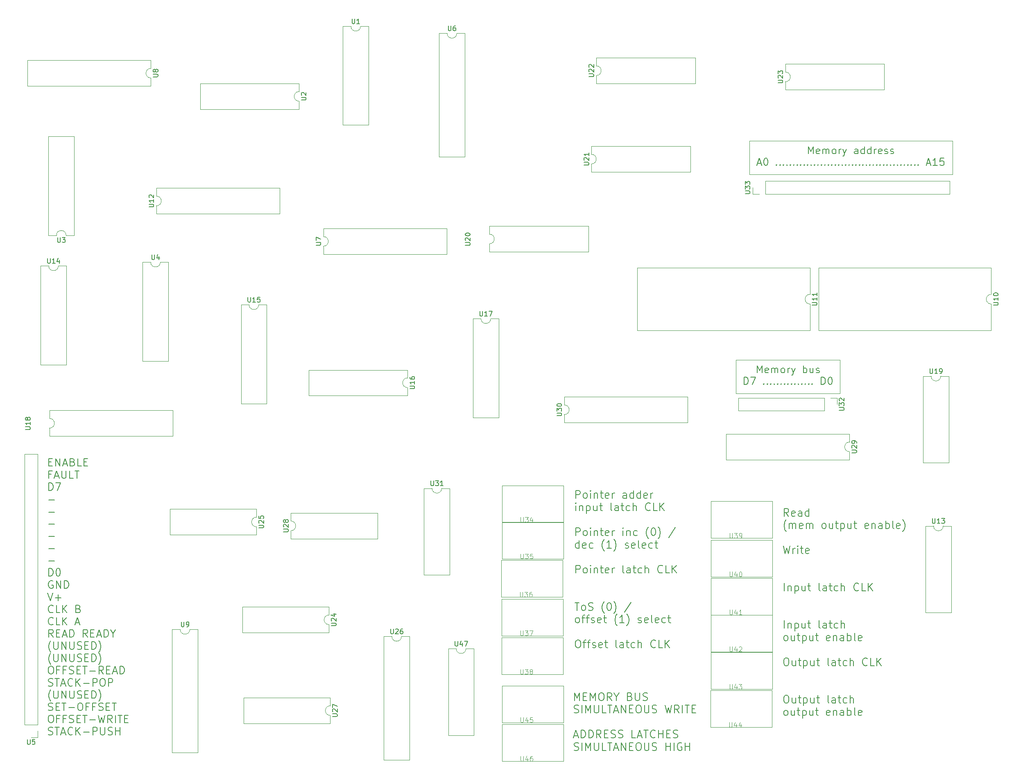
<source format=gbr>
%TF.GenerationSoftware,KiCad,Pcbnew,8.0.2-1*%
%TF.CreationDate,2024-08-04T09:43:41-04:00*%
%TF.ProjectId,stack_controller,73746163-6b5f-4636-9f6e-74726f6c6c65,rev?*%
%TF.SameCoordinates,Original*%
%TF.FileFunction,Legend,Top*%
%TF.FilePolarity,Positive*%
%FSLAX46Y46*%
G04 Gerber Fmt 4.6, Leading zero omitted, Abs format (unit mm)*
G04 Created by KiCad (PCBNEW 8.0.2-1) date 2024-08-04 09:43:41*
%MOMM*%
%LPD*%
G01*
G04 APERTURE LIST*
%ADD10C,0.160000*%
%ADD11C,0.157000*%
%ADD12C,0.150000*%
%ADD13C,0.100000*%
%ADD14C,0.120000*%
G04 APERTURE END LIST*
D10*
X195396501Y-120805870D02*
X194863167Y-120043965D01*
X194482215Y-120805870D02*
X194482215Y-119205870D01*
X194482215Y-119205870D02*
X195091739Y-119205870D01*
X195091739Y-119205870D02*
X195244120Y-119282060D01*
X195244120Y-119282060D02*
X195320310Y-119358251D01*
X195320310Y-119358251D02*
X195396501Y-119510632D01*
X195396501Y-119510632D02*
X195396501Y-119739203D01*
X195396501Y-119739203D02*
X195320310Y-119891584D01*
X195320310Y-119891584D02*
X195244120Y-119967775D01*
X195244120Y-119967775D02*
X195091739Y-120043965D01*
X195091739Y-120043965D02*
X194482215Y-120043965D01*
X196691739Y-120729680D02*
X196539358Y-120805870D01*
X196539358Y-120805870D02*
X196234596Y-120805870D01*
X196234596Y-120805870D02*
X196082215Y-120729680D01*
X196082215Y-120729680D02*
X196006024Y-120577299D01*
X196006024Y-120577299D02*
X196006024Y-119967775D01*
X196006024Y-119967775D02*
X196082215Y-119815394D01*
X196082215Y-119815394D02*
X196234596Y-119739203D01*
X196234596Y-119739203D02*
X196539358Y-119739203D01*
X196539358Y-119739203D02*
X196691739Y-119815394D01*
X196691739Y-119815394D02*
X196767929Y-119967775D01*
X196767929Y-119967775D02*
X196767929Y-120120156D01*
X196767929Y-120120156D02*
X196006024Y-120272537D01*
X198139358Y-120805870D02*
X198139358Y-119967775D01*
X198139358Y-119967775D02*
X198063168Y-119815394D01*
X198063168Y-119815394D02*
X197910787Y-119739203D01*
X197910787Y-119739203D02*
X197606025Y-119739203D01*
X197606025Y-119739203D02*
X197453644Y-119815394D01*
X198139358Y-120729680D02*
X197986977Y-120805870D01*
X197986977Y-120805870D02*
X197606025Y-120805870D01*
X197606025Y-120805870D02*
X197453644Y-120729680D01*
X197453644Y-120729680D02*
X197377453Y-120577299D01*
X197377453Y-120577299D02*
X197377453Y-120424918D01*
X197377453Y-120424918D02*
X197453644Y-120272537D01*
X197453644Y-120272537D02*
X197606025Y-120196346D01*
X197606025Y-120196346D02*
X197986977Y-120196346D01*
X197986977Y-120196346D02*
X198139358Y-120120156D01*
X199586977Y-120805870D02*
X199586977Y-119205870D01*
X199586977Y-120729680D02*
X199434596Y-120805870D01*
X199434596Y-120805870D02*
X199129834Y-120805870D01*
X199129834Y-120805870D02*
X198977453Y-120729680D01*
X198977453Y-120729680D02*
X198901263Y-120653489D01*
X198901263Y-120653489D02*
X198825072Y-120501108D01*
X198825072Y-120501108D02*
X198825072Y-120043965D01*
X198825072Y-120043965D02*
X198901263Y-119891584D01*
X198901263Y-119891584D02*
X198977453Y-119815394D01*
X198977453Y-119815394D02*
X199129834Y-119739203D01*
X199129834Y-119739203D02*
X199434596Y-119739203D01*
X199434596Y-119739203D02*
X199586977Y-119815394D01*
X194939358Y-123991304D02*
X194863167Y-123915113D01*
X194863167Y-123915113D02*
X194710786Y-123686542D01*
X194710786Y-123686542D02*
X194634596Y-123534161D01*
X194634596Y-123534161D02*
X194558405Y-123305590D01*
X194558405Y-123305590D02*
X194482215Y-122924637D01*
X194482215Y-122924637D02*
X194482215Y-122619875D01*
X194482215Y-122619875D02*
X194558405Y-122238923D01*
X194558405Y-122238923D02*
X194634596Y-122010351D01*
X194634596Y-122010351D02*
X194710786Y-121857970D01*
X194710786Y-121857970D02*
X194863167Y-121629399D01*
X194863167Y-121629399D02*
X194939358Y-121553209D01*
X195548882Y-123381780D02*
X195548882Y-122315113D01*
X195548882Y-122467494D02*
X195625072Y-122391304D01*
X195625072Y-122391304D02*
X195777453Y-122315113D01*
X195777453Y-122315113D02*
X196006025Y-122315113D01*
X196006025Y-122315113D02*
X196158406Y-122391304D01*
X196158406Y-122391304D02*
X196234596Y-122543685D01*
X196234596Y-122543685D02*
X196234596Y-123381780D01*
X196234596Y-122543685D02*
X196310787Y-122391304D01*
X196310787Y-122391304D02*
X196463168Y-122315113D01*
X196463168Y-122315113D02*
X196691739Y-122315113D01*
X196691739Y-122315113D02*
X196844120Y-122391304D01*
X196844120Y-122391304D02*
X196920310Y-122543685D01*
X196920310Y-122543685D02*
X196920310Y-123381780D01*
X198291739Y-123305590D02*
X198139358Y-123381780D01*
X198139358Y-123381780D02*
X197834596Y-123381780D01*
X197834596Y-123381780D02*
X197682215Y-123305590D01*
X197682215Y-123305590D02*
X197606024Y-123153209D01*
X197606024Y-123153209D02*
X197606024Y-122543685D01*
X197606024Y-122543685D02*
X197682215Y-122391304D01*
X197682215Y-122391304D02*
X197834596Y-122315113D01*
X197834596Y-122315113D02*
X198139358Y-122315113D01*
X198139358Y-122315113D02*
X198291739Y-122391304D01*
X198291739Y-122391304D02*
X198367929Y-122543685D01*
X198367929Y-122543685D02*
X198367929Y-122696066D01*
X198367929Y-122696066D02*
X197606024Y-122848447D01*
X199053644Y-123381780D02*
X199053644Y-122315113D01*
X199053644Y-122467494D02*
X199129834Y-122391304D01*
X199129834Y-122391304D02*
X199282215Y-122315113D01*
X199282215Y-122315113D02*
X199510787Y-122315113D01*
X199510787Y-122315113D02*
X199663168Y-122391304D01*
X199663168Y-122391304D02*
X199739358Y-122543685D01*
X199739358Y-122543685D02*
X199739358Y-123381780D01*
X199739358Y-122543685D02*
X199815549Y-122391304D01*
X199815549Y-122391304D02*
X199967930Y-122315113D01*
X199967930Y-122315113D02*
X200196501Y-122315113D01*
X200196501Y-122315113D02*
X200348882Y-122391304D01*
X200348882Y-122391304D02*
X200425072Y-122543685D01*
X200425072Y-122543685D02*
X200425072Y-123381780D01*
X202634596Y-123381780D02*
X202482215Y-123305590D01*
X202482215Y-123305590D02*
X202406025Y-123229399D01*
X202406025Y-123229399D02*
X202329834Y-123077018D01*
X202329834Y-123077018D02*
X202329834Y-122619875D01*
X202329834Y-122619875D02*
X202406025Y-122467494D01*
X202406025Y-122467494D02*
X202482215Y-122391304D01*
X202482215Y-122391304D02*
X202634596Y-122315113D01*
X202634596Y-122315113D02*
X202863168Y-122315113D01*
X202863168Y-122315113D02*
X203015549Y-122391304D01*
X203015549Y-122391304D02*
X203091739Y-122467494D01*
X203091739Y-122467494D02*
X203167930Y-122619875D01*
X203167930Y-122619875D02*
X203167930Y-123077018D01*
X203167930Y-123077018D02*
X203091739Y-123229399D01*
X203091739Y-123229399D02*
X203015549Y-123305590D01*
X203015549Y-123305590D02*
X202863168Y-123381780D01*
X202863168Y-123381780D02*
X202634596Y-123381780D01*
X204539358Y-122315113D02*
X204539358Y-123381780D01*
X203853644Y-122315113D02*
X203853644Y-123153209D01*
X203853644Y-123153209D02*
X203929834Y-123305590D01*
X203929834Y-123305590D02*
X204082215Y-123381780D01*
X204082215Y-123381780D02*
X204310787Y-123381780D01*
X204310787Y-123381780D02*
X204463168Y-123305590D01*
X204463168Y-123305590D02*
X204539358Y-123229399D01*
X205072691Y-122315113D02*
X205682215Y-122315113D01*
X205301263Y-121781780D02*
X205301263Y-123153209D01*
X205301263Y-123153209D02*
X205377453Y-123305590D01*
X205377453Y-123305590D02*
X205529834Y-123381780D01*
X205529834Y-123381780D02*
X205682215Y-123381780D01*
X206215549Y-122315113D02*
X206215549Y-123915113D01*
X206215549Y-122391304D02*
X206367930Y-122315113D01*
X206367930Y-122315113D02*
X206672692Y-122315113D01*
X206672692Y-122315113D02*
X206825073Y-122391304D01*
X206825073Y-122391304D02*
X206901263Y-122467494D01*
X206901263Y-122467494D02*
X206977454Y-122619875D01*
X206977454Y-122619875D02*
X206977454Y-123077018D01*
X206977454Y-123077018D02*
X206901263Y-123229399D01*
X206901263Y-123229399D02*
X206825073Y-123305590D01*
X206825073Y-123305590D02*
X206672692Y-123381780D01*
X206672692Y-123381780D02*
X206367930Y-123381780D01*
X206367930Y-123381780D02*
X206215549Y-123305590D01*
X208348882Y-122315113D02*
X208348882Y-123381780D01*
X207663168Y-122315113D02*
X207663168Y-123153209D01*
X207663168Y-123153209D02*
X207739358Y-123305590D01*
X207739358Y-123305590D02*
X207891739Y-123381780D01*
X207891739Y-123381780D02*
X208120311Y-123381780D01*
X208120311Y-123381780D02*
X208272692Y-123305590D01*
X208272692Y-123305590D02*
X208348882Y-123229399D01*
X208882215Y-122315113D02*
X209491739Y-122315113D01*
X209110787Y-121781780D02*
X209110787Y-123153209D01*
X209110787Y-123153209D02*
X209186977Y-123305590D01*
X209186977Y-123305590D02*
X209339358Y-123381780D01*
X209339358Y-123381780D02*
X209491739Y-123381780D01*
X211853645Y-123305590D02*
X211701264Y-123381780D01*
X211701264Y-123381780D02*
X211396502Y-123381780D01*
X211396502Y-123381780D02*
X211244121Y-123305590D01*
X211244121Y-123305590D02*
X211167930Y-123153209D01*
X211167930Y-123153209D02*
X211167930Y-122543685D01*
X211167930Y-122543685D02*
X211244121Y-122391304D01*
X211244121Y-122391304D02*
X211396502Y-122315113D01*
X211396502Y-122315113D02*
X211701264Y-122315113D01*
X211701264Y-122315113D02*
X211853645Y-122391304D01*
X211853645Y-122391304D02*
X211929835Y-122543685D01*
X211929835Y-122543685D02*
X211929835Y-122696066D01*
X211929835Y-122696066D02*
X211167930Y-122848447D01*
X212615550Y-122315113D02*
X212615550Y-123381780D01*
X212615550Y-122467494D02*
X212691740Y-122391304D01*
X212691740Y-122391304D02*
X212844121Y-122315113D01*
X212844121Y-122315113D02*
X213072693Y-122315113D01*
X213072693Y-122315113D02*
X213225074Y-122391304D01*
X213225074Y-122391304D02*
X213301264Y-122543685D01*
X213301264Y-122543685D02*
X213301264Y-123381780D01*
X214748883Y-123381780D02*
X214748883Y-122543685D01*
X214748883Y-122543685D02*
X214672693Y-122391304D01*
X214672693Y-122391304D02*
X214520312Y-122315113D01*
X214520312Y-122315113D02*
X214215550Y-122315113D01*
X214215550Y-122315113D02*
X214063169Y-122391304D01*
X214748883Y-123305590D02*
X214596502Y-123381780D01*
X214596502Y-123381780D02*
X214215550Y-123381780D01*
X214215550Y-123381780D02*
X214063169Y-123305590D01*
X214063169Y-123305590D02*
X213986978Y-123153209D01*
X213986978Y-123153209D02*
X213986978Y-123000828D01*
X213986978Y-123000828D02*
X214063169Y-122848447D01*
X214063169Y-122848447D02*
X214215550Y-122772256D01*
X214215550Y-122772256D02*
X214596502Y-122772256D01*
X214596502Y-122772256D02*
X214748883Y-122696066D01*
X215510788Y-123381780D02*
X215510788Y-121781780D01*
X215510788Y-122391304D02*
X215663169Y-122315113D01*
X215663169Y-122315113D02*
X215967931Y-122315113D01*
X215967931Y-122315113D02*
X216120312Y-122391304D01*
X216120312Y-122391304D02*
X216196502Y-122467494D01*
X216196502Y-122467494D02*
X216272693Y-122619875D01*
X216272693Y-122619875D02*
X216272693Y-123077018D01*
X216272693Y-123077018D02*
X216196502Y-123229399D01*
X216196502Y-123229399D02*
X216120312Y-123305590D01*
X216120312Y-123305590D02*
X215967931Y-123381780D01*
X215967931Y-123381780D02*
X215663169Y-123381780D01*
X215663169Y-123381780D02*
X215510788Y-123305590D01*
X217186978Y-123381780D02*
X217034597Y-123305590D01*
X217034597Y-123305590D02*
X216958407Y-123153209D01*
X216958407Y-123153209D02*
X216958407Y-121781780D01*
X218406026Y-123305590D02*
X218253645Y-123381780D01*
X218253645Y-123381780D02*
X217948883Y-123381780D01*
X217948883Y-123381780D02*
X217796502Y-123305590D01*
X217796502Y-123305590D02*
X217720311Y-123153209D01*
X217720311Y-123153209D02*
X217720311Y-122543685D01*
X217720311Y-122543685D02*
X217796502Y-122391304D01*
X217796502Y-122391304D02*
X217948883Y-122315113D01*
X217948883Y-122315113D02*
X218253645Y-122315113D01*
X218253645Y-122315113D02*
X218406026Y-122391304D01*
X218406026Y-122391304D02*
X218482216Y-122543685D01*
X218482216Y-122543685D02*
X218482216Y-122696066D01*
X218482216Y-122696066D02*
X217720311Y-122848447D01*
X219015550Y-123991304D02*
X219091740Y-123915113D01*
X219091740Y-123915113D02*
X219244121Y-123686542D01*
X219244121Y-123686542D02*
X219320312Y-123534161D01*
X219320312Y-123534161D02*
X219396502Y-123305590D01*
X219396502Y-123305590D02*
X219472693Y-122924637D01*
X219472693Y-122924637D02*
X219472693Y-122619875D01*
X219472693Y-122619875D02*
X219396502Y-122238923D01*
X219396502Y-122238923D02*
X219320312Y-122010351D01*
X219320312Y-122010351D02*
X219244121Y-121857970D01*
X219244121Y-121857970D02*
X219091740Y-121629399D01*
X219091740Y-121629399D02*
X219015550Y-121553209D01*
X194329834Y-126933600D02*
X194710786Y-128533600D01*
X194710786Y-128533600D02*
X195015548Y-127390743D01*
X195015548Y-127390743D02*
X195320310Y-128533600D01*
X195320310Y-128533600D02*
X195701263Y-126933600D01*
X196310786Y-128533600D02*
X196310786Y-127466933D01*
X196310786Y-127771695D02*
X196386976Y-127619314D01*
X196386976Y-127619314D02*
X196463167Y-127543124D01*
X196463167Y-127543124D02*
X196615548Y-127466933D01*
X196615548Y-127466933D02*
X196767929Y-127466933D01*
X197301262Y-128533600D02*
X197301262Y-127466933D01*
X197301262Y-126933600D02*
X197225071Y-127009790D01*
X197225071Y-127009790D02*
X197301262Y-127085981D01*
X197301262Y-127085981D02*
X197377452Y-127009790D01*
X197377452Y-127009790D02*
X197301262Y-126933600D01*
X197301262Y-126933600D02*
X197301262Y-127085981D01*
X197834595Y-127466933D02*
X198444119Y-127466933D01*
X198063167Y-126933600D02*
X198063167Y-128305029D01*
X198063167Y-128305029D02*
X198139357Y-128457410D01*
X198139357Y-128457410D02*
X198291738Y-128533600D01*
X198291738Y-128533600D02*
X198444119Y-128533600D01*
X199586977Y-128457410D02*
X199434596Y-128533600D01*
X199434596Y-128533600D02*
X199129834Y-128533600D01*
X199129834Y-128533600D02*
X198977453Y-128457410D01*
X198977453Y-128457410D02*
X198901262Y-128305029D01*
X198901262Y-128305029D02*
X198901262Y-127695505D01*
X198901262Y-127695505D02*
X198977453Y-127543124D01*
X198977453Y-127543124D02*
X199129834Y-127466933D01*
X199129834Y-127466933D02*
X199434596Y-127466933D01*
X199434596Y-127466933D02*
X199586977Y-127543124D01*
X199586977Y-127543124D02*
X199663167Y-127695505D01*
X199663167Y-127695505D02*
X199663167Y-127847886D01*
X199663167Y-127847886D02*
X198901262Y-128000267D01*
X194482215Y-136261330D02*
X194482215Y-134661330D01*
X195244120Y-135194663D02*
X195244120Y-136261330D01*
X195244120Y-135347044D02*
X195320310Y-135270854D01*
X195320310Y-135270854D02*
X195472691Y-135194663D01*
X195472691Y-135194663D02*
X195701263Y-135194663D01*
X195701263Y-135194663D02*
X195853644Y-135270854D01*
X195853644Y-135270854D02*
X195929834Y-135423235D01*
X195929834Y-135423235D02*
X195929834Y-136261330D01*
X196691739Y-135194663D02*
X196691739Y-136794663D01*
X196691739Y-135270854D02*
X196844120Y-135194663D01*
X196844120Y-135194663D02*
X197148882Y-135194663D01*
X197148882Y-135194663D02*
X197301263Y-135270854D01*
X197301263Y-135270854D02*
X197377453Y-135347044D01*
X197377453Y-135347044D02*
X197453644Y-135499425D01*
X197453644Y-135499425D02*
X197453644Y-135956568D01*
X197453644Y-135956568D02*
X197377453Y-136108949D01*
X197377453Y-136108949D02*
X197301263Y-136185140D01*
X197301263Y-136185140D02*
X197148882Y-136261330D01*
X197148882Y-136261330D02*
X196844120Y-136261330D01*
X196844120Y-136261330D02*
X196691739Y-136185140D01*
X198825072Y-135194663D02*
X198825072Y-136261330D01*
X198139358Y-135194663D02*
X198139358Y-136032759D01*
X198139358Y-136032759D02*
X198215548Y-136185140D01*
X198215548Y-136185140D02*
X198367929Y-136261330D01*
X198367929Y-136261330D02*
X198596501Y-136261330D01*
X198596501Y-136261330D02*
X198748882Y-136185140D01*
X198748882Y-136185140D02*
X198825072Y-136108949D01*
X199358405Y-135194663D02*
X199967929Y-135194663D01*
X199586977Y-134661330D02*
X199586977Y-136032759D01*
X199586977Y-136032759D02*
X199663167Y-136185140D01*
X199663167Y-136185140D02*
X199815548Y-136261330D01*
X199815548Y-136261330D02*
X199967929Y-136261330D01*
X201948882Y-136261330D02*
X201796501Y-136185140D01*
X201796501Y-136185140D02*
X201720311Y-136032759D01*
X201720311Y-136032759D02*
X201720311Y-134661330D01*
X203244120Y-136261330D02*
X203244120Y-135423235D01*
X203244120Y-135423235D02*
X203167930Y-135270854D01*
X203167930Y-135270854D02*
X203015549Y-135194663D01*
X203015549Y-135194663D02*
X202710787Y-135194663D01*
X202710787Y-135194663D02*
X202558406Y-135270854D01*
X203244120Y-136185140D02*
X203091739Y-136261330D01*
X203091739Y-136261330D02*
X202710787Y-136261330D01*
X202710787Y-136261330D02*
X202558406Y-136185140D01*
X202558406Y-136185140D02*
X202482215Y-136032759D01*
X202482215Y-136032759D02*
X202482215Y-135880378D01*
X202482215Y-135880378D02*
X202558406Y-135727997D01*
X202558406Y-135727997D02*
X202710787Y-135651806D01*
X202710787Y-135651806D02*
X203091739Y-135651806D01*
X203091739Y-135651806D02*
X203244120Y-135575616D01*
X203777453Y-135194663D02*
X204386977Y-135194663D01*
X204006025Y-134661330D02*
X204006025Y-136032759D01*
X204006025Y-136032759D02*
X204082215Y-136185140D01*
X204082215Y-136185140D02*
X204234596Y-136261330D01*
X204234596Y-136261330D02*
X204386977Y-136261330D01*
X205606025Y-136185140D02*
X205453644Y-136261330D01*
X205453644Y-136261330D02*
X205148882Y-136261330D01*
X205148882Y-136261330D02*
X204996501Y-136185140D01*
X204996501Y-136185140D02*
X204920311Y-136108949D01*
X204920311Y-136108949D02*
X204844120Y-135956568D01*
X204844120Y-135956568D02*
X204844120Y-135499425D01*
X204844120Y-135499425D02*
X204920311Y-135347044D01*
X204920311Y-135347044D02*
X204996501Y-135270854D01*
X204996501Y-135270854D02*
X205148882Y-135194663D01*
X205148882Y-135194663D02*
X205453644Y-135194663D01*
X205453644Y-135194663D02*
X205606025Y-135270854D01*
X206291740Y-136261330D02*
X206291740Y-134661330D01*
X206977454Y-136261330D02*
X206977454Y-135423235D01*
X206977454Y-135423235D02*
X206901264Y-135270854D01*
X206901264Y-135270854D02*
X206748883Y-135194663D01*
X206748883Y-135194663D02*
X206520311Y-135194663D01*
X206520311Y-135194663D02*
X206367930Y-135270854D01*
X206367930Y-135270854D02*
X206291740Y-135347044D01*
X209872693Y-136108949D02*
X209796502Y-136185140D01*
X209796502Y-136185140D02*
X209567931Y-136261330D01*
X209567931Y-136261330D02*
X209415550Y-136261330D01*
X209415550Y-136261330D02*
X209186978Y-136185140D01*
X209186978Y-136185140D02*
X209034597Y-136032759D01*
X209034597Y-136032759D02*
X208958407Y-135880378D01*
X208958407Y-135880378D02*
X208882216Y-135575616D01*
X208882216Y-135575616D02*
X208882216Y-135347044D01*
X208882216Y-135347044D02*
X208958407Y-135042282D01*
X208958407Y-135042282D02*
X209034597Y-134889901D01*
X209034597Y-134889901D02*
X209186978Y-134737520D01*
X209186978Y-134737520D02*
X209415550Y-134661330D01*
X209415550Y-134661330D02*
X209567931Y-134661330D01*
X209567931Y-134661330D02*
X209796502Y-134737520D01*
X209796502Y-134737520D02*
X209872693Y-134813711D01*
X211320312Y-136261330D02*
X210558407Y-136261330D01*
X210558407Y-136261330D02*
X210558407Y-134661330D01*
X211853645Y-136261330D02*
X211853645Y-134661330D01*
X212767931Y-136261330D02*
X212082216Y-135347044D01*
X212767931Y-134661330D02*
X211853645Y-135575616D01*
X194482215Y-143989060D02*
X194482215Y-142389060D01*
X195244120Y-142922393D02*
X195244120Y-143989060D01*
X195244120Y-143074774D02*
X195320310Y-142998584D01*
X195320310Y-142998584D02*
X195472691Y-142922393D01*
X195472691Y-142922393D02*
X195701263Y-142922393D01*
X195701263Y-142922393D02*
X195853644Y-142998584D01*
X195853644Y-142998584D02*
X195929834Y-143150965D01*
X195929834Y-143150965D02*
X195929834Y-143989060D01*
X196691739Y-142922393D02*
X196691739Y-144522393D01*
X196691739Y-142998584D02*
X196844120Y-142922393D01*
X196844120Y-142922393D02*
X197148882Y-142922393D01*
X197148882Y-142922393D02*
X197301263Y-142998584D01*
X197301263Y-142998584D02*
X197377453Y-143074774D01*
X197377453Y-143074774D02*
X197453644Y-143227155D01*
X197453644Y-143227155D02*
X197453644Y-143684298D01*
X197453644Y-143684298D02*
X197377453Y-143836679D01*
X197377453Y-143836679D02*
X197301263Y-143912870D01*
X197301263Y-143912870D02*
X197148882Y-143989060D01*
X197148882Y-143989060D02*
X196844120Y-143989060D01*
X196844120Y-143989060D02*
X196691739Y-143912870D01*
X198825072Y-142922393D02*
X198825072Y-143989060D01*
X198139358Y-142922393D02*
X198139358Y-143760489D01*
X198139358Y-143760489D02*
X198215548Y-143912870D01*
X198215548Y-143912870D02*
X198367929Y-143989060D01*
X198367929Y-143989060D02*
X198596501Y-143989060D01*
X198596501Y-143989060D02*
X198748882Y-143912870D01*
X198748882Y-143912870D02*
X198825072Y-143836679D01*
X199358405Y-142922393D02*
X199967929Y-142922393D01*
X199586977Y-142389060D02*
X199586977Y-143760489D01*
X199586977Y-143760489D02*
X199663167Y-143912870D01*
X199663167Y-143912870D02*
X199815548Y-143989060D01*
X199815548Y-143989060D02*
X199967929Y-143989060D01*
X201948882Y-143989060D02*
X201796501Y-143912870D01*
X201796501Y-143912870D02*
X201720311Y-143760489D01*
X201720311Y-143760489D02*
X201720311Y-142389060D01*
X203244120Y-143989060D02*
X203244120Y-143150965D01*
X203244120Y-143150965D02*
X203167930Y-142998584D01*
X203167930Y-142998584D02*
X203015549Y-142922393D01*
X203015549Y-142922393D02*
X202710787Y-142922393D01*
X202710787Y-142922393D02*
X202558406Y-142998584D01*
X203244120Y-143912870D02*
X203091739Y-143989060D01*
X203091739Y-143989060D02*
X202710787Y-143989060D01*
X202710787Y-143989060D02*
X202558406Y-143912870D01*
X202558406Y-143912870D02*
X202482215Y-143760489D01*
X202482215Y-143760489D02*
X202482215Y-143608108D01*
X202482215Y-143608108D02*
X202558406Y-143455727D01*
X202558406Y-143455727D02*
X202710787Y-143379536D01*
X202710787Y-143379536D02*
X203091739Y-143379536D01*
X203091739Y-143379536D02*
X203244120Y-143303346D01*
X203777453Y-142922393D02*
X204386977Y-142922393D01*
X204006025Y-142389060D02*
X204006025Y-143760489D01*
X204006025Y-143760489D02*
X204082215Y-143912870D01*
X204082215Y-143912870D02*
X204234596Y-143989060D01*
X204234596Y-143989060D02*
X204386977Y-143989060D01*
X205606025Y-143912870D02*
X205453644Y-143989060D01*
X205453644Y-143989060D02*
X205148882Y-143989060D01*
X205148882Y-143989060D02*
X204996501Y-143912870D01*
X204996501Y-143912870D02*
X204920311Y-143836679D01*
X204920311Y-143836679D02*
X204844120Y-143684298D01*
X204844120Y-143684298D02*
X204844120Y-143227155D01*
X204844120Y-143227155D02*
X204920311Y-143074774D01*
X204920311Y-143074774D02*
X204996501Y-142998584D01*
X204996501Y-142998584D02*
X205148882Y-142922393D01*
X205148882Y-142922393D02*
X205453644Y-142922393D01*
X205453644Y-142922393D02*
X205606025Y-142998584D01*
X206291740Y-143989060D02*
X206291740Y-142389060D01*
X206977454Y-143989060D02*
X206977454Y-143150965D01*
X206977454Y-143150965D02*
X206901264Y-142998584D01*
X206901264Y-142998584D02*
X206748883Y-142922393D01*
X206748883Y-142922393D02*
X206520311Y-142922393D01*
X206520311Y-142922393D02*
X206367930Y-142998584D01*
X206367930Y-142998584D02*
X206291740Y-143074774D01*
X194710786Y-146564970D02*
X194558405Y-146488780D01*
X194558405Y-146488780D02*
X194482215Y-146412589D01*
X194482215Y-146412589D02*
X194406024Y-146260208D01*
X194406024Y-146260208D02*
X194406024Y-145803065D01*
X194406024Y-145803065D02*
X194482215Y-145650684D01*
X194482215Y-145650684D02*
X194558405Y-145574494D01*
X194558405Y-145574494D02*
X194710786Y-145498303D01*
X194710786Y-145498303D02*
X194939358Y-145498303D01*
X194939358Y-145498303D02*
X195091739Y-145574494D01*
X195091739Y-145574494D02*
X195167929Y-145650684D01*
X195167929Y-145650684D02*
X195244120Y-145803065D01*
X195244120Y-145803065D02*
X195244120Y-146260208D01*
X195244120Y-146260208D02*
X195167929Y-146412589D01*
X195167929Y-146412589D02*
X195091739Y-146488780D01*
X195091739Y-146488780D02*
X194939358Y-146564970D01*
X194939358Y-146564970D02*
X194710786Y-146564970D01*
X196615548Y-145498303D02*
X196615548Y-146564970D01*
X195929834Y-145498303D02*
X195929834Y-146336399D01*
X195929834Y-146336399D02*
X196006024Y-146488780D01*
X196006024Y-146488780D02*
X196158405Y-146564970D01*
X196158405Y-146564970D02*
X196386977Y-146564970D01*
X196386977Y-146564970D02*
X196539358Y-146488780D01*
X196539358Y-146488780D02*
X196615548Y-146412589D01*
X197148881Y-145498303D02*
X197758405Y-145498303D01*
X197377453Y-144964970D02*
X197377453Y-146336399D01*
X197377453Y-146336399D02*
X197453643Y-146488780D01*
X197453643Y-146488780D02*
X197606024Y-146564970D01*
X197606024Y-146564970D02*
X197758405Y-146564970D01*
X198291739Y-145498303D02*
X198291739Y-147098303D01*
X198291739Y-145574494D02*
X198444120Y-145498303D01*
X198444120Y-145498303D02*
X198748882Y-145498303D01*
X198748882Y-145498303D02*
X198901263Y-145574494D01*
X198901263Y-145574494D02*
X198977453Y-145650684D01*
X198977453Y-145650684D02*
X199053644Y-145803065D01*
X199053644Y-145803065D02*
X199053644Y-146260208D01*
X199053644Y-146260208D02*
X198977453Y-146412589D01*
X198977453Y-146412589D02*
X198901263Y-146488780D01*
X198901263Y-146488780D02*
X198748882Y-146564970D01*
X198748882Y-146564970D02*
X198444120Y-146564970D01*
X198444120Y-146564970D02*
X198291739Y-146488780D01*
X200425072Y-145498303D02*
X200425072Y-146564970D01*
X199739358Y-145498303D02*
X199739358Y-146336399D01*
X199739358Y-146336399D02*
X199815548Y-146488780D01*
X199815548Y-146488780D02*
X199967929Y-146564970D01*
X199967929Y-146564970D02*
X200196501Y-146564970D01*
X200196501Y-146564970D02*
X200348882Y-146488780D01*
X200348882Y-146488780D02*
X200425072Y-146412589D01*
X200958405Y-145498303D02*
X201567929Y-145498303D01*
X201186977Y-144964970D02*
X201186977Y-146336399D01*
X201186977Y-146336399D02*
X201263167Y-146488780D01*
X201263167Y-146488780D02*
X201415548Y-146564970D01*
X201415548Y-146564970D02*
X201567929Y-146564970D01*
X203929835Y-146488780D02*
X203777454Y-146564970D01*
X203777454Y-146564970D02*
X203472692Y-146564970D01*
X203472692Y-146564970D02*
X203320311Y-146488780D01*
X203320311Y-146488780D02*
X203244120Y-146336399D01*
X203244120Y-146336399D02*
X203244120Y-145726875D01*
X203244120Y-145726875D02*
X203320311Y-145574494D01*
X203320311Y-145574494D02*
X203472692Y-145498303D01*
X203472692Y-145498303D02*
X203777454Y-145498303D01*
X203777454Y-145498303D02*
X203929835Y-145574494D01*
X203929835Y-145574494D02*
X204006025Y-145726875D01*
X204006025Y-145726875D02*
X204006025Y-145879256D01*
X204006025Y-145879256D02*
X203244120Y-146031637D01*
X204691740Y-145498303D02*
X204691740Y-146564970D01*
X204691740Y-145650684D02*
X204767930Y-145574494D01*
X204767930Y-145574494D02*
X204920311Y-145498303D01*
X204920311Y-145498303D02*
X205148883Y-145498303D01*
X205148883Y-145498303D02*
X205301264Y-145574494D01*
X205301264Y-145574494D02*
X205377454Y-145726875D01*
X205377454Y-145726875D02*
X205377454Y-146564970D01*
X206825073Y-146564970D02*
X206825073Y-145726875D01*
X206825073Y-145726875D02*
X206748883Y-145574494D01*
X206748883Y-145574494D02*
X206596502Y-145498303D01*
X206596502Y-145498303D02*
X206291740Y-145498303D01*
X206291740Y-145498303D02*
X206139359Y-145574494D01*
X206825073Y-146488780D02*
X206672692Y-146564970D01*
X206672692Y-146564970D02*
X206291740Y-146564970D01*
X206291740Y-146564970D02*
X206139359Y-146488780D01*
X206139359Y-146488780D02*
X206063168Y-146336399D01*
X206063168Y-146336399D02*
X206063168Y-146184018D01*
X206063168Y-146184018D02*
X206139359Y-146031637D01*
X206139359Y-146031637D02*
X206291740Y-145955446D01*
X206291740Y-145955446D02*
X206672692Y-145955446D01*
X206672692Y-145955446D02*
X206825073Y-145879256D01*
X207586978Y-146564970D02*
X207586978Y-144964970D01*
X207586978Y-145574494D02*
X207739359Y-145498303D01*
X207739359Y-145498303D02*
X208044121Y-145498303D01*
X208044121Y-145498303D02*
X208196502Y-145574494D01*
X208196502Y-145574494D02*
X208272692Y-145650684D01*
X208272692Y-145650684D02*
X208348883Y-145803065D01*
X208348883Y-145803065D02*
X208348883Y-146260208D01*
X208348883Y-146260208D02*
X208272692Y-146412589D01*
X208272692Y-146412589D02*
X208196502Y-146488780D01*
X208196502Y-146488780D02*
X208044121Y-146564970D01*
X208044121Y-146564970D02*
X207739359Y-146564970D01*
X207739359Y-146564970D02*
X207586978Y-146488780D01*
X209263168Y-146564970D02*
X209110787Y-146488780D01*
X209110787Y-146488780D02*
X209034597Y-146336399D01*
X209034597Y-146336399D02*
X209034597Y-144964970D01*
X210482216Y-146488780D02*
X210329835Y-146564970D01*
X210329835Y-146564970D02*
X210025073Y-146564970D01*
X210025073Y-146564970D02*
X209872692Y-146488780D01*
X209872692Y-146488780D02*
X209796501Y-146336399D01*
X209796501Y-146336399D02*
X209796501Y-145726875D01*
X209796501Y-145726875D02*
X209872692Y-145574494D01*
X209872692Y-145574494D02*
X210025073Y-145498303D01*
X210025073Y-145498303D02*
X210329835Y-145498303D01*
X210329835Y-145498303D02*
X210482216Y-145574494D01*
X210482216Y-145574494D02*
X210558406Y-145726875D01*
X210558406Y-145726875D02*
X210558406Y-145879256D01*
X210558406Y-145879256D02*
X209796501Y-146031637D01*
X194786977Y-150116790D02*
X195091739Y-150116790D01*
X195091739Y-150116790D02*
X195244120Y-150192980D01*
X195244120Y-150192980D02*
X195396501Y-150345361D01*
X195396501Y-150345361D02*
X195472691Y-150650123D01*
X195472691Y-150650123D02*
X195472691Y-151183457D01*
X195472691Y-151183457D02*
X195396501Y-151488219D01*
X195396501Y-151488219D02*
X195244120Y-151640600D01*
X195244120Y-151640600D02*
X195091739Y-151716790D01*
X195091739Y-151716790D02*
X194786977Y-151716790D01*
X194786977Y-151716790D02*
X194634596Y-151640600D01*
X194634596Y-151640600D02*
X194482215Y-151488219D01*
X194482215Y-151488219D02*
X194406024Y-151183457D01*
X194406024Y-151183457D02*
X194406024Y-150650123D01*
X194406024Y-150650123D02*
X194482215Y-150345361D01*
X194482215Y-150345361D02*
X194634596Y-150192980D01*
X194634596Y-150192980D02*
X194786977Y-150116790D01*
X196844119Y-150650123D02*
X196844119Y-151716790D01*
X196158405Y-150650123D02*
X196158405Y-151488219D01*
X196158405Y-151488219D02*
X196234595Y-151640600D01*
X196234595Y-151640600D02*
X196386976Y-151716790D01*
X196386976Y-151716790D02*
X196615548Y-151716790D01*
X196615548Y-151716790D02*
X196767929Y-151640600D01*
X196767929Y-151640600D02*
X196844119Y-151564409D01*
X197377452Y-150650123D02*
X197986976Y-150650123D01*
X197606024Y-150116790D02*
X197606024Y-151488219D01*
X197606024Y-151488219D02*
X197682214Y-151640600D01*
X197682214Y-151640600D02*
X197834595Y-151716790D01*
X197834595Y-151716790D02*
X197986976Y-151716790D01*
X198520310Y-150650123D02*
X198520310Y-152250123D01*
X198520310Y-150726314D02*
X198672691Y-150650123D01*
X198672691Y-150650123D02*
X198977453Y-150650123D01*
X198977453Y-150650123D02*
X199129834Y-150726314D01*
X199129834Y-150726314D02*
X199206024Y-150802504D01*
X199206024Y-150802504D02*
X199282215Y-150954885D01*
X199282215Y-150954885D02*
X199282215Y-151412028D01*
X199282215Y-151412028D02*
X199206024Y-151564409D01*
X199206024Y-151564409D02*
X199129834Y-151640600D01*
X199129834Y-151640600D02*
X198977453Y-151716790D01*
X198977453Y-151716790D02*
X198672691Y-151716790D01*
X198672691Y-151716790D02*
X198520310Y-151640600D01*
X200653643Y-150650123D02*
X200653643Y-151716790D01*
X199967929Y-150650123D02*
X199967929Y-151488219D01*
X199967929Y-151488219D02*
X200044119Y-151640600D01*
X200044119Y-151640600D02*
X200196500Y-151716790D01*
X200196500Y-151716790D02*
X200425072Y-151716790D01*
X200425072Y-151716790D02*
X200577453Y-151640600D01*
X200577453Y-151640600D02*
X200653643Y-151564409D01*
X201186976Y-150650123D02*
X201796500Y-150650123D01*
X201415548Y-150116790D02*
X201415548Y-151488219D01*
X201415548Y-151488219D02*
X201491738Y-151640600D01*
X201491738Y-151640600D02*
X201644119Y-151716790D01*
X201644119Y-151716790D02*
X201796500Y-151716790D01*
X203777453Y-151716790D02*
X203625072Y-151640600D01*
X203625072Y-151640600D02*
X203548882Y-151488219D01*
X203548882Y-151488219D02*
X203548882Y-150116790D01*
X205072691Y-151716790D02*
X205072691Y-150878695D01*
X205072691Y-150878695D02*
X204996501Y-150726314D01*
X204996501Y-150726314D02*
X204844120Y-150650123D01*
X204844120Y-150650123D02*
X204539358Y-150650123D01*
X204539358Y-150650123D02*
X204386977Y-150726314D01*
X205072691Y-151640600D02*
X204920310Y-151716790D01*
X204920310Y-151716790D02*
X204539358Y-151716790D01*
X204539358Y-151716790D02*
X204386977Y-151640600D01*
X204386977Y-151640600D02*
X204310786Y-151488219D01*
X204310786Y-151488219D02*
X204310786Y-151335838D01*
X204310786Y-151335838D02*
X204386977Y-151183457D01*
X204386977Y-151183457D02*
X204539358Y-151107266D01*
X204539358Y-151107266D02*
X204920310Y-151107266D01*
X204920310Y-151107266D02*
X205072691Y-151031076D01*
X205606024Y-150650123D02*
X206215548Y-150650123D01*
X205834596Y-150116790D02*
X205834596Y-151488219D01*
X205834596Y-151488219D02*
X205910786Y-151640600D01*
X205910786Y-151640600D02*
X206063167Y-151716790D01*
X206063167Y-151716790D02*
X206215548Y-151716790D01*
X207434596Y-151640600D02*
X207282215Y-151716790D01*
X207282215Y-151716790D02*
X206977453Y-151716790D01*
X206977453Y-151716790D02*
X206825072Y-151640600D01*
X206825072Y-151640600D02*
X206748882Y-151564409D01*
X206748882Y-151564409D02*
X206672691Y-151412028D01*
X206672691Y-151412028D02*
X206672691Y-150954885D01*
X206672691Y-150954885D02*
X206748882Y-150802504D01*
X206748882Y-150802504D02*
X206825072Y-150726314D01*
X206825072Y-150726314D02*
X206977453Y-150650123D01*
X206977453Y-150650123D02*
X207282215Y-150650123D01*
X207282215Y-150650123D02*
X207434596Y-150726314D01*
X208120311Y-151716790D02*
X208120311Y-150116790D01*
X208806025Y-151716790D02*
X208806025Y-150878695D01*
X208806025Y-150878695D02*
X208729835Y-150726314D01*
X208729835Y-150726314D02*
X208577454Y-150650123D01*
X208577454Y-150650123D02*
X208348882Y-150650123D01*
X208348882Y-150650123D02*
X208196501Y-150726314D01*
X208196501Y-150726314D02*
X208120311Y-150802504D01*
X211701264Y-151564409D02*
X211625073Y-151640600D01*
X211625073Y-151640600D02*
X211396502Y-151716790D01*
X211396502Y-151716790D02*
X211244121Y-151716790D01*
X211244121Y-151716790D02*
X211015549Y-151640600D01*
X211015549Y-151640600D02*
X210863168Y-151488219D01*
X210863168Y-151488219D02*
X210786978Y-151335838D01*
X210786978Y-151335838D02*
X210710787Y-151031076D01*
X210710787Y-151031076D02*
X210710787Y-150802504D01*
X210710787Y-150802504D02*
X210786978Y-150497742D01*
X210786978Y-150497742D02*
X210863168Y-150345361D01*
X210863168Y-150345361D02*
X211015549Y-150192980D01*
X211015549Y-150192980D02*
X211244121Y-150116790D01*
X211244121Y-150116790D02*
X211396502Y-150116790D01*
X211396502Y-150116790D02*
X211625073Y-150192980D01*
X211625073Y-150192980D02*
X211701264Y-150269171D01*
X213148883Y-151716790D02*
X212386978Y-151716790D01*
X212386978Y-151716790D02*
X212386978Y-150116790D01*
X213682216Y-151716790D02*
X213682216Y-150116790D01*
X214596502Y-151716790D02*
X213910787Y-150802504D01*
X214596502Y-150116790D02*
X213682216Y-151031076D01*
X194786977Y-157844520D02*
X195091739Y-157844520D01*
X195091739Y-157844520D02*
X195244120Y-157920710D01*
X195244120Y-157920710D02*
X195396501Y-158073091D01*
X195396501Y-158073091D02*
X195472691Y-158377853D01*
X195472691Y-158377853D02*
X195472691Y-158911187D01*
X195472691Y-158911187D02*
X195396501Y-159215949D01*
X195396501Y-159215949D02*
X195244120Y-159368330D01*
X195244120Y-159368330D02*
X195091739Y-159444520D01*
X195091739Y-159444520D02*
X194786977Y-159444520D01*
X194786977Y-159444520D02*
X194634596Y-159368330D01*
X194634596Y-159368330D02*
X194482215Y-159215949D01*
X194482215Y-159215949D02*
X194406024Y-158911187D01*
X194406024Y-158911187D02*
X194406024Y-158377853D01*
X194406024Y-158377853D02*
X194482215Y-158073091D01*
X194482215Y-158073091D02*
X194634596Y-157920710D01*
X194634596Y-157920710D02*
X194786977Y-157844520D01*
X196844119Y-158377853D02*
X196844119Y-159444520D01*
X196158405Y-158377853D02*
X196158405Y-159215949D01*
X196158405Y-159215949D02*
X196234595Y-159368330D01*
X196234595Y-159368330D02*
X196386976Y-159444520D01*
X196386976Y-159444520D02*
X196615548Y-159444520D01*
X196615548Y-159444520D02*
X196767929Y-159368330D01*
X196767929Y-159368330D02*
X196844119Y-159292139D01*
X197377452Y-158377853D02*
X197986976Y-158377853D01*
X197606024Y-157844520D02*
X197606024Y-159215949D01*
X197606024Y-159215949D02*
X197682214Y-159368330D01*
X197682214Y-159368330D02*
X197834595Y-159444520D01*
X197834595Y-159444520D02*
X197986976Y-159444520D01*
X198520310Y-158377853D02*
X198520310Y-159977853D01*
X198520310Y-158454044D02*
X198672691Y-158377853D01*
X198672691Y-158377853D02*
X198977453Y-158377853D01*
X198977453Y-158377853D02*
X199129834Y-158454044D01*
X199129834Y-158454044D02*
X199206024Y-158530234D01*
X199206024Y-158530234D02*
X199282215Y-158682615D01*
X199282215Y-158682615D02*
X199282215Y-159139758D01*
X199282215Y-159139758D02*
X199206024Y-159292139D01*
X199206024Y-159292139D02*
X199129834Y-159368330D01*
X199129834Y-159368330D02*
X198977453Y-159444520D01*
X198977453Y-159444520D02*
X198672691Y-159444520D01*
X198672691Y-159444520D02*
X198520310Y-159368330D01*
X200653643Y-158377853D02*
X200653643Y-159444520D01*
X199967929Y-158377853D02*
X199967929Y-159215949D01*
X199967929Y-159215949D02*
X200044119Y-159368330D01*
X200044119Y-159368330D02*
X200196500Y-159444520D01*
X200196500Y-159444520D02*
X200425072Y-159444520D01*
X200425072Y-159444520D02*
X200577453Y-159368330D01*
X200577453Y-159368330D02*
X200653643Y-159292139D01*
X201186976Y-158377853D02*
X201796500Y-158377853D01*
X201415548Y-157844520D02*
X201415548Y-159215949D01*
X201415548Y-159215949D02*
X201491738Y-159368330D01*
X201491738Y-159368330D02*
X201644119Y-159444520D01*
X201644119Y-159444520D02*
X201796500Y-159444520D01*
X203777453Y-159444520D02*
X203625072Y-159368330D01*
X203625072Y-159368330D02*
X203548882Y-159215949D01*
X203548882Y-159215949D02*
X203548882Y-157844520D01*
X205072691Y-159444520D02*
X205072691Y-158606425D01*
X205072691Y-158606425D02*
X204996501Y-158454044D01*
X204996501Y-158454044D02*
X204844120Y-158377853D01*
X204844120Y-158377853D02*
X204539358Y-158377853D01*
X204539358Y-158377853D02*
X204386977Y-158454044D01*
X205072691Y-159368330D02*
X204920310Y-159444520D01*
X204920310Y-159444520D02*
X204539358Y-159444520D01*
X204539358Y-159444520D02*
X204386977Y-159368330D01*
X204386977Y-159368330D02*
X204310786Y-159215949D01*
X204310786Y-159215949D02*
X204310786Y-159063568D01*
X204310786Y-159063568D02*
X204386977Y-158911187D01*
X204386977Y-158911187D02*
X204539358Y-158834996D01*
X204539358Y-158834996D02*
X204920310Y-158834996D01*
X204920310Y-158834996D02*
X205072691Y-158758806D01*
X205606024Y-158377853D02*
X206215548Y-158377853D01*
X205834596Y-157844520D02*
X205834596Y-159215949D01*
X205834596Y-159215949D02*
X205910786Y-159368330D01*
X205910786Y-159368330D02*
X206063167Y-159444520D01*
X206063167Y-159444520D02*
X206215548Y-159444520D01*
X207434596Y-159368330D02*
X207282215Y-159444520D01*
X207282215Y-159444520D02*
X206977453Y-159444520D01*
X206977453Y-159444520D02*
X206825072Y-159368330D01*
X206825072Y-159368330D02*
X206748882Y-159292139D01*
X206748882Y-159292139D02*
X206672691Y-159139758D01*
X206672691Y-159139758D02*
X206672691Y-158682615D01*
X206672691Y-158682615D02*
X206748882Y-158530234D01*
X206748882Y-158530234D02*
X206825072Y-158454044D01*
X206825072Y-158454044D02*
X206977453Y-158377853D01*
X206977453Y-158377853D02*
X207282215Y-158377853D01*
X207282215Y-158377853D02*
X207434596Y-158454044D01*
X208120311Y-159444520D02*
X208120311Y-157844520D01*
X208806025Y-159444520D02*
X208806025Y-158606425D01*
X208806025Y-158606425D02*
X208729835Y-158454044D01*
X208729835Y-158454044D02*
X208577454Y-158377853D01*
X208577454Y-158377853D02*
X208348882Y-158377853D01*
X208348882Y-158377853D02*
X208196501Y-158454044D01*
X208196501Y-158454044D02*
X208120311Y-158530234D01*
X194710786Y-162020430D02*
X194558405Y-161944240D01*
X194558405Y-161944240D02*
X194482215Y-161868049D01*
X194482215Y-161868049D02*
X194406024Y-161715668D01*
X194406024Y-161715668D02*
X194406024Y-161258525D01*
X194406024Y-161258525D02*
X194482215Y-161106144D01*
X194482215Y-161106144D02*
X194558405Y-161029954D01*
X194558405Y-161029954D02*
X194710786Y-160953763D01*
X194710786Y-160953763D02*
X194939358Y-160953763D01*
X194939358Y-160953763D02*
X195091739Y-161029954D01*
X195091739Y-161029954D02*
X195167929Y-161106144D01*
X195167929Y-161106144D02*
X195244120Y-161258525D01*
X195244120Y-161258525D02*
X195244120Y-161715668D01*
X195244120Y-161715668D02*
X195167929Y-161868049D01*
X195167929Y-161868049D02*
X195091739Y-161944240D01*
X195091739Y-161944240D02*
X194939358Y-162020430D01*
X194939358Y-162020430D02*
X194710786Y-162020430D01*
X196615548Y-160953763D02*
X196615548Y-162020430D01*
X195929834Y-160953763D02*
X195929834Y-161791859D01*
X195929834Y-161791859D02*
X196006024Y-161944240D01*
X196006024Y-161944240D02*
X196158405Y-162020430D01*
X196158405Y-162020430D02*
X196386977Y-162020430D01*
X196386977Y-162020430D02*
X196539358Y-161944240D01*
X196539358Y-161944240D02*
X196615548Y-161868049D01*
X197148881Y-160953763D02*
X197758405Y-160953763D01*
X197377453Y-160420430D02*
X197377453Y-161791859D01*
X197377453Y-161791859D02*
X197453643Y-161944240D01*
X197453643Y-161944240D02*
X197606024Y-162020430D01*
X197606024Y-162020430D02*
X197758405Y-162020430D01*
X198291739Y-160953763D02*
X198291739Y-162553763D01*
X198291739Y-161029954D02*
X198444120Y-160953763D01*
X198444120Y-160953763D02*
X198748882Y-160953763D01*
X198748882Y-160953763D02*
X198901263Y-161029954D01*
X198901263Y-161029954D02*
X198977453Y-161106144D01*
X198977453Y-161106144D02*
X199053644Y-161258525D01*
X199053644Y-161258525D02*
X199053644Y-161715668D01*
X199053644Y-161715668D02*
X198977453Y-161868049D01*
X198977453Y-161868049D02*
X198901263Y-161944240D01*
X198901263Y-161944240D02*
X198748882Y-162020430D01*
X198748882Y-162020430D02*
X198444120Y-162020430D01*
X198444120Y-162020430D02*
X198291739Y-161944240D01*
X200425072Y-160953763D02*
X200425072Y-162020430D01*
X199739358Y-160953763D02*
X199739358Y-161791859D01*
X199739358Y-161791859D02*
X199815548Y-161944240D01*
X199815548Y-161944240D02*
X199967929Y-162020430D01*
X199967929Y-162020430D02*
X200196501Y-162020430D01*
X200196501Y-162020430D02*
X200348882Y-161944240D01*
X200348882Y-161944240D02*
X200425072Y-161868049D01*
X200958405Y-160953763D02*
X201567929Y-160953763D01*
X201186977Y-160420430D02*
X201186977Y-161791859D01*
X201186977Y-161791859D02*
X201263167Y-161944240D01*
X201263167Y-161944240D02*
X201415548Y-162020430D01*
X201415548Y-162020430D02*
X201567929Y-162020430D01*
X203929835Y-161944240D02*
X203777454Y-162020430D01*
X203777454Y-162020430D02*
X203472692Y-162020430D01*
X203472692Y-162020430D02*
X203320311Y-161944240D01*
X203320311Y-161944240D02*
X203244120Y-161791859D01*
X203244120Y-161791859D02*
X203244120Y-161182335D01*
X203244120Y-161182335D02*
X203320311Y-161029954D01*
X203320311Y-161029954D02*
X203472692Y-160953763D01*
X203472692Y-160953763D02*
X203777454Y-160953763D01*
X203777454Y-160953763D02*
X203929835Y-161029954D01*
X203929835Y-161029954D02*
X204006025Y-161182335D01*
X204006025Y-161182335D02*
X204006025Y-161334716D01*
X204006025Y-161334716D02*
X203244120Y-161487097D01*
X204691740Y-160953763D02*
X204691740Y-162020430D01*
X204691740Y-161106144D02*
X204767930Y-161029954D01*
X204767930Y-161029954D02*
X204920311Y-160953763D01*
X204920311Y-160953763D02*
X205148883Y-160953763D01*
X205148883Y-160953763D02*
X205301264Y-161029954D01*
X205301264Y-161029954D02*
X205377454Y-161182335D01*
X205377454Y-161182335D02*
X205377454Y-162020430D01*
X206825073Y-162020430D02*
X206825073Y-161182335D01*
X206825073Y-161182335D02*
X206748883Y-161029954D01*
X206748883Y-161029954D02*
X206596502Y-160953763D01*
X206596502Y-160953763D02*
X206291740Y-160953763D01*
X206291740Y-160953763D02*
X206139359Y-161029954D01*
X206825073Y-161944240D02*
X206672692Y-162020430D01*
X206672692Y-162020430D02*
X206291740Y-162020430D01*
X206291740Y-162020430D02*
X206139359Y-161944240D01*
X206139359Y-161944240D02*
X206063168Y-161791859D01*
X206063168Y-161791859D02*
X206063168Y-161639478D01*
X206063168Y-161639478D02*
X206139359Y-161487097D01*
X206139359Y-161487097D02*
X206291740Y-161410906D01*
X206291740Y-161410906D02*
X206672692Y-161410906D01*
X206672692Y-161410906D02*
X206825073Y-161334716D01*
X207586978Y-162020430D02*
X207586978Y-160420430D01*
X207586978Y-161029954D02*
X207739359Y-160953763D01*
X207739359Y-160953763D02*
X208044121Y-160953763D01*
X208044121Y-160953763D02*
X208196502Y-161029954D01*
X208196502Y-161029954D02*
X208272692Y-161106144D01*
X208272692Y-161106144D02*
X208348883Y-161258525D01*
X208348883Y-161258525D02*
X208348883Y-161715668D01*
X208348883Y-161715668D02*
X208272692Y-161868049D01*
X208272692Y-161868049D02*
X208196502Y-161944240D01*
X208196502Y-161944240D02*
X208044121Y-162020430D01*
X208044121Y-162020430D02*
X207739359Y-162020430D01*
X207739359Y-162020430D02*
X207586978Y-161944240D01*
X209263168Y-162020430D02*
X209110787Y-161944240D01*
X209110787Y-161944240D02*
X209034597Y-161791859D01*
X209034597Y-161791859D02*
X209034597Y-160420430D01*
X210482216Y-161944240D02*
X210329835Y-162020430D01*
X210329835Y-162020430D02*
X210025073Y-162020430D01*
X210025073Y-162020430D02*
X209872692Y-161944240D01*
X209872692Y-161944240D02*
X209796501Y-161791859D01*
X209796501Y-161791859D02*
X209796501Y-161182335D01*
X209796501Y-161182335D02*
X209872692Y-161029954D01*
X209872692Y-161029954D02*
X210025073Y-160953763D01*
X210025073Y-160953763D02*
X210329835Y-160953763D01*
X210329835Y-160953763D02*
X210482216Y-161029954D01*
X210482216Y-161029954D02*
X210558406Y-161182335D01*
X210558406Y-161182335D02*
X210558406Y-161334716D01*
X210558406Y-161334716D02*
X209796501Y-161487097D01*
X151440215Y-117111870D02*
X151440215Y-115511870D01*
X151440215Y-115511870D02*
X152049739Y-115511870D01*
X152049739Y-115511870D02*
X152202120Y-115588060D01*
X152202120Y-115588060D02*
X152278310Y-115664251D01*
X152278310Y-115664251D02*
X152354501Y-115816632D01*
X152354501Y-115816632D02*
X152354501Y-116045203D01*
X152354501Y-116045203D02*
X152278310Y-116197584D01*
X152278310Y-116197584D02*
X152202120Y-116273775D01*
X152202120Y-116273775D02*
X152049739Y-116349965D01*
X152049739Y-116349965D02*
X151440215Y-116349965D01*
X153268786Y-117111870D02*
X153116405Y-117035680D01*
X153116405Y-117035680D02*
X153040215Y-116959489D01*
X153040215Y-116959489D02*
X152964024Y-116807108D01*
X152964024Y-116807108D02*
X152964024Y-116349965D01*
X152964024Y-116349965D02*
X153040215Y-116197584D01*
X153040215Y-116197584D02*
X153116405Y-116121394D01*
X153116405Y-116121394D02*
X153268786Y-116045203D01*
X153268786Y-116045203D02*
X153497358Y-116045203D01*
X153497358Y-116045203D02*
X153649739Y-116121394D01*
X153649739Y-116121394D02*
X153725929Y-116197584D01*
X153725929Y-116197584D02*
X153802120Y-116349965D01*
X153802120Y-116349965D02*
X153802120Y-116807108D01*
X153802120Y-116807108D02*
X153725929Y-116959489D01*
X153725929Y-116959489D02*
X153649739Y-117035680D01*
X153649739Y-117035680D02*
X153497358Y-117111870D01*
X153497358Y-117111870D02*
X153268786Y-117111870D01*
X154487834Y-117111870D02*
X154487834Y-116045203D01*
X154487834Y-115511870D02*
X154411643Y-115588060D01*
X154411643Y-115588060D02*
X154487834Y-115664251D01*
X154487834Y-115664251D02*
X154564024Y-115588060D01*
X154564024Y-115588060D02*
X154487834Y-115511870D01*
X154487834Y-115511870D02*
X154487834Y-115664251D01*
X155249739Y-116045203D02*
X155249739Y-117111870D01*
X155249739Y-116197584D02*
X155325929Y-116121394D01*
X155325929Y-116121394D02*
X155478310Y-116045203D01*
X155478310Y-116045203D02*
X155706882Y-116045203D01*
X155706882Y-116045203D02*
X155859263Y-116121394D01*
X155859263Y-116121394D02*
X155935453Y-116273775D01*
X155935453Y-116273775D02*
X155935453Y-117111870D01*
X156468786Y-116045203D02*
X157078310Y-116045203D01*
X156697358Y-115511870D02*
X156697358Y-116883299D01*
X156697358Y-116883299D02*
X156773548Y-117035680D01*
X156773548Y-117035680D02*
X156925929Y-117111870D01*
X156925929Y-117111870D02*
X157078310Y-117111870D01*
X158221168Y-117035680D02*
X158068787Y-117111870D01*
X158068787Y-117111870D02*
X157764025Y-117111870D01*
X157764025Y-117111870D02*
X157611644Y-117035680D01*
X157611644Y-117035680D02*
X157535453Y-116883299D01*
X157535453Y-116883299D02*
X157535453Y-116273775D01*
X157535453Y-116273775D02*
X157611644Y-116121394D01*
X157611644Y-116121394D02*
X157764025Y-116045203D01*
X157764025Y-116045203D02*
X158068787Y-116045203D01*
X158068787Y-116045203D02*
X158221168Y-116121394D01*
X158221168Y-116121394D02*
X158297358Y-116273775D01*
X158297358Y-116273775D02*
X158297358Y-116426156D01*
X158297358Y-116426156D02*
X157535453Y-116578537D01*
X158983073Y-117111870D02*
X158983073Y-116045203D01*
X158983073Y-116349965D02*
X159059263Y-116197584D01*
X159059263Y-116197584D02*
X159135454Y-116121394D01*
X159135454Y-116121394D02*
X159287835Y-116045203D01*
X159287835Y-116045203D02*
X159440216Y-116045203D01*
X161878311Y-117111870D02*
X161878311Y-116273775D01*
X161878311Y-116273775D02*
X161802121Y-116121394D01*
X161802121Y-116121394D02*
X161649740Y-116045203D01*
X161649740Y-116045203D02*
X161344978Y-116045203D01*
X161344978Y-116045203D02*
X161192597Y-116121394D01*
X161878311Y-117035680D02*
X161725930Y-117111870D01*
X161725930Y-117111870D02*
X161344978Y-117111870D01*
X161344978Y-117111870D02*
X161192597Y-117035680D01*
X161192597Y-117035680D02*
X161116406Y-116883299D01*
X161116406Y-116883299D02*
X161116406Y-116730918D01*
X161116406Y-116730918D02*
X161192597Y-116578537D01*
X161192597Y-116578537D02*
X161344978Y-116502346D01*
X161344978Y-116502346D02*
X161725930Y-116502346D01*
X161725930Y-116502346D02*
X161878311Y-116426156D01*
X163325930Y-117111870D02*
X163325930Y-115511870D01*
X163325930Y-117035680D02*
X163173549Y-117111870D01*
X163173549Y-117111870D02*
X162868787Y-117111870D01*
X162868787Y-117111870D02*
X162716406Y-117035680D01*
X162716406Y-117035680D02*
X162640216Y-116959489D01*
X162640216Y-116959489D02*
X162564025Y-116807108D01*
X162564025Y-116807108D02*
X162564025Y-116349965D01*
X162564025Y-116349965D02*
X162640216Y-116197584D01*
X162640216Y-116197584D02*
X162716406Y-116121394D01*
X162716406Y-116121394D02*
X162868787Y-116045203D01*
X162868787Y-116045203D02*
X163173549Y-116045203D01*
X163173549Y-116045203D02*
X163325930Y-116121394D01*
X164773549Y-117111870D02*
X164773549Y-115511870D01*
X164773549Y-117035680D02*
X164621168Y-117111870D01*
X164621168Y-117111870D02*
X164316406Y-117111870D01*
X164316406Y-117111870D02*
X164164025Y-117035680D01*
X164164025Y-117035680D02*
X164087835Y-116959489D01*
X164087835Y-116959489D02*
X164011644Y-116807108D01*
X164011644Y-116807108D02*
X164011644Y-116349965D01*
X164011644Y-116349965D02*
X164087835Y-116197584D01*
X164087835Y-116197584D02*
X164164025Y-116121394D01*
X164164025Y-116121394D02*
X164316406Y-116045203D01*
X164316406Y-116045203D02*
X164621168Y-116045203D01*
X164621168Y-116045203D02*
X164773549Y-116121394D01*
X166144978Y-117035680D02*
X165992597Y-117111870D01*
X165992597Y-117111870D02*
X165687835Y-117111870D01*
X165687835Y-117111870D02*
X165535454Y-117035680D01*
X165535454Y-117035680D02*
X165459263Y-116883299D01*
X165459263Y-116883299D02*
X165459263Y-116273775D01*
X165459263Y-116273775D02*
X165535454Y-116121394D01*
X165535454Y-116121394D02*
X165687835Y-116045203D01*
X165687835Y-116045203D02*
X165992597Y-116045203D01*
X165992597Y-116045203D02*
X166144978Y-116121394D01*
X166144978Y-116121394D02*
X166221168Y-116273775D01*
X166221168Y-116273775D02*
X166221168Y-116426156D01*
X166221168Y-116426156D02*
X165459263Y-116578537D01*
X166906883Y-117111870D02*
X166906883Y-116045203D01*
X166906883Y-116349965D02*
X166983073Y-116197584D01*
X166983073Y-116197584D02*
X167059264Y-116121394D01*
X167059264Y-116121394D02*
X167211645Y-116045203D01*
X167211645Y-116045203D02*
X167364026Y-116045203D01*
X151440215Y-119687780D02*
X151440215Y-118621113D01*
X151440215Y-118087780D02*
X151364024Y-118163970D01*
X151364024Y-118163970D02*
X151440215Y-118240161D01*
X151440215Y-118240161D02*
X151516405Y-118163970D01*
X151516405Y-118163970D02*
X151440215Y-118087780D01*
X151440215Y-118087780D02*
X151440215Y-118240161D01*
X152202120Y-118621113D02*
X152202120Y-119687780D01*
X152202120Y-118773494D02*
X152278310Y-118697304D01*
X152278310Y-118697304D02*
X152430691Y-118621113D01*
X152430691Y-118621113D02*
X152659263Y-118621113D01*
X152659263Y-118621113D02*
X152811644Y-118697304D01*
X152811644Y-118697304D02*
X152887834Y-118849685D01*
X152887834Y-118849685D02*
X152887834Y-119687780D01*
X153649739Y-118621113D02*
X153649739Y-120221113D01*
X153649739Y-118697304D02*
X153802120Y-118621113D01*
X153802120Y-118621113D02*
X154106882Y-118621113D01*
X154106882Y-118621113D02*
X154259263Y-118697304D01*
X154259263Y-118697304D02*
X154335453Y-118773494D01*
X154335453Y-118773494D02*
X154411644Y-118925875D01*
X154411644Y-118925875D02*
X154411644Y-119383018D01*
X154411644Y-119383018D02*
X154335453Y-119535399D01*
X154335453Y-119535399D02*
X154259263Y-119611590D01*
X154259263Y-119611590D02*
X154106882Y-119687780D01*
X154106882Y-119687780D02*
X153802120Y-119687780D01*
X153802120Y-119687780D02*
X153649739Y-119611590D01*
X155783072Y-118621113D02*
X155783072Y-119687780D01*
X155097358Y-118621113D02*
X155097358Y-119459209D01*
X155097358Y-119459209D02*
X155173548Y-119611590D01*
X155173548Y-119611590D02*
X155325929Y-119687780D01*
X155325929Y-119687780D02*
X155554501Y-119687780D01*
X155554501Y-119687780D02*
X155706882Y-119611590D01*
X155706882Y-119611590D02*
X155783072Y-119535399D01*
X156316405Y-118621113D02*
X156925929Y-118621113D01*
X156544977Y-118087780D02*
X156544977Y-119459209D01*
X156544977Y-119459209D02*
X156621167Y-119611590D01*
X156621167Y-119611590D02*
X156773548Y-119687780D01*
X156773548Y-119687780D02*
X156925929Y-119687780D01*
X158906882Y-119687780D02*
X158754501Y-119611590D01*
X158754501Y-119611590D02*
X158678311Y-119459209D01*
X158678311Y-119459209D02*
X158678311Y-118087780D01*
X160202120Y-119687780D02*
X160202120Y-118849685D01*
X160202120Y-118849685D02*
X160125930Y-118697304D01*
X160125930Y-118697304D02*
X159973549Y-118621113D01*
X159973549Y-118621113D02*
X159668787Y-118621113D01*
X159668787Y-118621113D02*
X159516406Y-118697304D01*
X160202120Y-119611590D02*
X160049739Y-119687780D01*
X160049739Y-119687780D02*
X159668787Y-119687780D01*
X159668787Y-119687780D02*
X159516406Y-119611590D01*
X159516406Y-119611590D02*
X159440215Y-119459209D01*
X159440215Y-119459209D02*
X159440215Y-119306828D01*
X159440215Y-119306828D02*
X159516406Y-119154447D01*
X159516406Y-119154447D02*
X159668787Y-119078256D01*
X159668787Y-119078256D02*
X160049739Y-119078256D01*
X160049739Y-119078256D02*
X160202120Y-119002066D01*
X160735453Y-118621113D02*
X161344977Y-118621113D01*
X160964025Y-118087780D02*
X160964025Y-119459209D01*
X160964025Y-119459209D02*
X161040215Y-119611590D01*
X161040215Y-119611590D02*
X161192596Y-119687780D01*
X161192596Y-119687780D02*
X161344977Y-119687780D01*
X162564025Y-119611590D02*
X162411644Y-119687780D01*
X162411644Y-119687780D02*
X162106882Y-119687780D01*
X162106882Y-119687780D02*
X161954501Y-119611590D01*
X161954501Y-119611590D02*
X161878311Y-119535399D01*
X161878311Y-119535399D02*
X161802120Y-119383018D01*
X161802120Y-119383018D02*
X161802120Y-118925875D01*
X161802120Y-118925875D02*
X161878311Y-118773494D01*
X161878311Y-118773494D02*
X161954501Y-118697304D01*
X161954501Y-118697304D02*
X162106882Y-118621113D01*
X162106882Y-118621113D02*
X162411644Y-118621113D01*
X162411644Y-118621113D02*
X162564025Y-118697304D01*
X163249740Y-119687780D02*
X163249740Y-118087780D01*
X163935454Y-119687780D02*
X163935454Y-118849685D01*
X163935454Y-118849685D02*
X163859264Y-118697304D01*
X163859264Y-118697304D02*
X163706883Y-118621113D01*
X163706883Y-118621113D02*
X163478311Y-118621113D01*
X163478311Y-118621113D02*
X163325930Y-118697304D01*
X163325930Y-118697304D02*
X163249740Y-118773494D01*
X166830693Y-119535399D02*
X166754502Y-119611590D01*
X166754502Y-119611590D02*
X166525931Y-119687780D01*
X166525931Y-119687780D02*
X166373550Y-119687780D01*
X166373550Y-119687780D02*
X166144978Y-119611590D01*
X166144978Y-119611590D02*
X165992597Y-119459209D01*
X165992597Y-119459209D02*
X165916407Y-119306828D01*
X165916407Y-119306828D02*
X165840216Y-119002066D01*
X165840216Y-119002066D02*
X165840216Y-118773494D01*
X165840216Y-118773494D02*
X165916407Y-118468732D01*
X165916407Y-118468732D02*
X165992597Y-118316351D01*
X165992597Y-118316351D02*
X166144978Y-118163970D01*
X166144978Y-118163970D02*
X166373550Y-118087780D01*
X166373550Y-118087780D02*
X166525931Y-118087780D01*
X166525931Y-118087780D02*
X166754502Y-118163970D01*
X166754502Y-118163970D02*
X166830693Y-118240161D01*
X168278312Y-119687780D02*
X167516407Y-119687780D01*
X167516407Y-119687780D02*
X167516407Y-118087780D01*
X168811645Y-119687780D02*
X168811645Y-118087780D01*
X169725931Y-119687780D02*
X169040216Y-118773494D01*
X169725931Y-118087780D02*
X168811645Y-119002066D01*
X151440215Y-124839600D02*
X151440215Y-123239600D01*
X151440215Y-123239600D02*
X152049739Y-123239600D01*
X152049739Y-123239600D02*
X152202120Y-123315790D01*
X152202120Y-123315790D02*
X152278310Y-123391981D01*
X152278310Y-123391981D02*
X152354501Y-123544362D01*
X152354501Y-123544362D02*
X152354501Y-123772933D01*
X152354501Y-123772933D02*
X152278310Y-123925314D01*
X152278310Y-123925314D02*
X152202120Y-124001505D01*
X152202120Y-124001505D02*
X152049739Y-124077695D01*
X152049739Y-124077695D02*
X151440215Y-124077695D01*
X153268786Y-124839600D02*
X153116405Y-124763410D01*
X153116405Y-124763410D02*
X153040215Y-124687219D01*
X153040215Y-124687219D02*
X152964024Y-124534838D01*
X152964024Y-124534838D02*
X152964024Y-124077695D01*
X152964024Y-124077695D02*
X153040215Y-123925314D01*
X153040215Y-123925314D02*
X153116405Y-123849124D01*
X153116405Y-123849124D02*
X153268786Y-123772933D01*
X153268786Y-123772933D02*
X153497358Y-123772933D01*
X153497358Y-123772933D02*
X153649739Y-123849124D01*
X153649739Y-123849124D02*
X153725929Y-123925314D01*
X153725929Y-123925314D02*
X153802120Y-124077695D01*
X153802120Y-124077695D02*
X153802120Y-124534838D01*
X153802120Y-124534838D02*
X153725929Y-124687219D01*
X153725929Y-124687219D02*
X153649739Y-124763410D01*
X153649739Y-124763410D02*
X153497358Y-124839600D01*
X153497358Y-124839600D02*
X153268786Y-124839600D01*
X154487834Y-124839600D02*
X154487834Y-123772933D01*
X154487834Y-123239600D02*
X154411643Y-123315790D01*
X154411643Y-123315790D02*
X154487834Y-123391981D01*
X154487834Y-123391981D02*
X154564024Y-123315790D01*
X154564024Y-123315790D02*
X154487834Y-123239600D01*
X154487834Y-123239600D02*
X154487834Y-123391981D01*
X155249739Y-123772933D02*
X155249739Y-124839600D01*
X155249739Y-123925314D02*
X155325929Y-123849124D01*
X155325929Y-123849124D02*
X155478310Y-123772933D01*
X155478310Y-123772933D02*
X155706882Y-123772933D01*
X155706882Y-123772933D02*
X155859263Y-123849124D01*
X155859263Y-123849124D02*
X155935453Y-124001505D01*
X155935453Y-124001505D02*
X155935453Y-124839600D01*
X156468786Y-123772933D02*
X157078310Y-123772933D01*
X156697358Y-123239600D02*
X156697358Y-124611029D01*
X156697358Y-124611029D02*
X156773548Y-124763410D01*
X156773548Y-124763410D02*
X156925929Y-124839600D01*
X156925929Y-124839600D02*
X157078310Y-124839600D01*
X158221168Y-124763410D02*
X158068787Y-124839600D01*
X158068787Y-124839600D02*
X157764025Y-124839600D01*
X157764025Y-124839600D02*
X157611644Y-124763410D01*
X157611644Y-124763410D02*
X157535453Y-124611029D01*
X157535453Y-124611029D02*
X157535453Y-124001505D01*
X157535453Y-124001505D02*
X157611644Y-123849124D01*
X157611644Y-123849124D02*
X157764025Y-123772933D01*
X157764025Y-123772933D02*
X158068787Y-123772933D01*
X158068787Y-123772933D02*
X158221168Y-123849124D01*
X158221168Y-123849124D02*
X158297358Y-124001505D01*
X158297358Y-124001505D02*
X158297358Y-124153886D01*
X158297358Y-124153886D02*
X157535453Y-124306267D01*
X158983073Y-124839600D02*
X158983073Y-123772933D01*
X158983073Y-124077695D02*
X159059263Y-123925314D01*
X159059263Y-123925314D02*
X159135454Y-123849124D01*
X159135454Y-123849124D02*
X159287835Y-123772933D01*
X159287835Y-123772933D02*
X159440216Y-123772933D01*
X161192597Y-124839600D02*
X161192597Y-123772933D01*
X161192597Y-123239600D02*
X161116406Y-123315790D01*
X161116406Y-123315790D02*
X161192597Y-123391981D01*
X161192597Y-123391981D02*
X161268787Y-123315790D01*
X161268787Y-123315790D02*
X161192597Y-123239600D01*
X161192597Y-123239600D02*
X161192597Y-123391981D01*
X161954502Y-123772933D02*
X161954502Y-124839600D01*
X161954502Y-123925314D02*
X162030692Y-123849124D01*
X162030692Y-123849124D02*
X162183073Y-123772933D01*
X162183073Y-123772933D02*
X162411645Y-123772933D01*
X162411645Y-123772933D02*
X162564026Y-123849124D01*
X162564026Y-123849124D02*
X162640216Y-124001505D01*
X162640216Y-124001505D02*
X162640216Y-124839600D01*
X164087835Y-124763410D02*
X163935454Y-124839600D01*
X163935454Y-124839600D02*
X163630692Y-124839600D01*
X163630692Y-124839600D02*
X163478311Y-124763410D01*
X163478311Y-124763410D02*
X163402121Y-124687219D01*
X163402121Y-124687219D02*
X163325930Y-124534838D01*
X163325930Y-124534838D02*
X163325930Y-124077695D01*
X163325930Y-124077695D02*
X163402121Y-123925314D01*
X163402121Y-123925314D02*
X163478311Y-123849124D01*
X163478311Y-123849124D02*
X163630692Y-123772933D01*
X163630692Y-123772933D02*
X163935454Y-123772933D01*
X163935454Y-123772933D02*
X164087835Y-123849124D01*
X166449741Y-125449124D02*
X166373550Y-125372933D01*
X166373550Y-125372933D02*
X166221169Y-125144362D01*
X166221169Y-125144362D02*
X166144979Y-124991981D01*
X166144979Y-124991981D02*
X166068788Y-124763410D01*
X166068788Y-124763410D02*
X165992598Y-124382457D01*
X165992598Y-124382457D02*
X165992598Y-124077695D01*
X165992598Y-124077695D02*
X166068788Y-123696743D01*
X166068788Y-123696743D02*
X166144979Y-123468171D01*
X166144979Y-123468171D02*
X166221169Y-123315790D01*
X166221169Y-123315790D02*
X166373550Y-123087219D01*
X166373550Y-123087219D02*
X166449741Y-123011029D01*
X167364027Y-123239600D02*
X167516408Y-123239600D01*
X167516408Y-123239600D02*
X167668789Y-123315790D01*
X167668789Y-123315790D02*
X167744979Y-123391981D01*
X167744979Y-123391981D02*
X167821170Y-123544362D01*
X167821170Y-123544362D02*
X167897360Y-123849124D01*
X167897360Y-123849124D02*
X167897360Y-124230076D01*
X167897360Y-124230076D02*
X167821170Y-124534838D01*
X167821170Y-124534838D02*
X167744979Y-124687219D01*
X167744979Y-124687219D02*
X167668789Y-124763410D01*
X167668789Y-124763410D02*
X167516408Y-124839600D01*
X167516408Y-124839600D02*
X167364027Y-124839600D01*
X167364027Y-124839600D02*
X167211646Y-124763410D01*
X167211646Y-124763410D02*
X167135455Y-124687219D01*
X167135455Y-124687219D02*
X167059265Y-124534838D01*
X167059265Y-124534838D02*
X166983074Y-124230076D01*
X166983074Y-124230076D02*
X166983074Y-123849124D01*
X166983074Y-123849124D02*
X167059265Y-123544362D01*
X167059265Y-123544362D02*
X167135455Y-123391981D01*
X167135455Y-123391981D02*
X167211646Y-123315790D01*
X167211646Y-123315790D02*
X167364027Y-123239600D01*
X168430694Y-125449124D02*
X168506884Y-125372933D01*
X168506884Y-125372933D02*
X168659265Y-125144362D01*
X168659265Y-125144362D02*
X168735456Y-124991981D01*
X168735456Y-124991981D02*
X168811646Y-124763410D01*
X168811646Y-124763410D02*
X168887837Y-124382457D01*
X168887837Y-124382457D02*
X168887837Y-124077695D01*
X168887837Y-124077695D02*
X168811646Y-123696743D01*
X168811646Y-123696743D02*
X168735456Y-123468171D01*
X168735456Y-123468171D02*
X168659265Y-123315790D01*
X168659265Y-123315790D02*
X168506884Y-123087219D01*
X168506884Y-123087219D02*
X168430694Y-123011029D01*
X172011647Y-123163410D02*
X170640218Y-125220552D01*
X152125929Y-127415510D02*
X152125929Y-125815510D01*
X152125929Y-127339320D02*
X151973548Y-127415510D01*
X151973548Y-127415510D02*
X151668786Y-127415510D01*
X151668786Y-127415510D02*
X151516405Y-127339320D01*
X151516405Y-127339320D02*
X151440215Y-127263129D01*
X151440215Y-127263129D02*
X151364024Y-127110748D01*
X151364024Y-127110748D02*
X151364024Y-126653605D01*
X151364024Y-126653605D02*
X151440215Y-126501224D01*
X151440215Y-126501224D02*
X151516405Y-126425034D01*
X151516405Y-126425034D02*
X151668786Y-126348843D01*
X151668786Y-126348843D02*
X151973548Y-126348843D01*
X151973548Y-126348843D02*
X152125929Y-126425034D01*
X153497358Y-127339320D02*
X153344977Y-127415510D01*
X153344977Y-127415510D02*
X153040215Y-127415510D01*
X153040215Y-127415510D02*
X152887834Y-127339320D01*
X152887834Y-127339320D02*
X152811643Y-127186939D01*
X152811643Y-127186939D02*
X152811643Y-126577415D01*
X152811643Y-126577415D02*
X152887834Y-126425034D01*
X152887834Y-126425034D02*
X153040215Y-126348843D01*
X153040215Y-126348843D02*
X153344977Y-126348843D01*
X153344977Y-126348843D02*
X153497358Y-126425034D01*
X153497358Y-126425034D02*
X153573548Y-126577415D01*
X153573548Y-126577415D02*
X153573548Y-126729796D01*
X153573548Y-126729796D02*
X152811643Y-126882177D01*
X154944977Y-127339320D02*
X154792596Y-127415510D01*
X154792596Y-127415510D02*
X154487834Y-127415510D01*
X154487834Y-127415510D02*
X154335453Y-127339320D01*
X154335453Y-127339320D02*
X154259263Y-127263129D01*
X154259263Y-127263129D02*
X154183072Y-127110748D01*
X154183072Y-127110748D02*
X154183072Y-126653605D01*
X154183072Y-126653605D02*
X154259263Y-126501224D01*
X154259263Y-126501224D02*
X154335453Y-126425034D01*
X154335453Y-126425034D02*
X154487834Y-126348843D01*
X154487834Y-126348843D02*
X154792596Y-126348843D01*
X154792596Y-126348843D02*
X154944977Y-126425034D01*
X157306883Y-128025034D02*
X157230692Y-127948843D01*
X157230692Y-127948843D02*
X157078311Y-127720272D01*
X157078311Y-127720272D02*
X157002121Y-127567891D01*
X157002121Y-127567891D02*
X156925930Y-127339320D01*
X156925930Y-127339320D02*
X156849740Y-126958367D01*
X156849740Y-126958367D02*
X156849740Y-126653605D01*
X156849740Y-126653605D02*
X156925930Y-126272653D01*
X156925930Y-126272653D02*
X157002121Y-126044081D01*
X157002121Y-126044081D02*
X157078311Y-125891700D01*
X157078311Y-125891700D02*
X157230692Y-125663129D01*
X157230692Y-125663129D02*
X157306883Y-125586939D01*
X158754502Y-127415510D02*
X157840216Y-127415510D01*
X158297359Y-127415510D02*
X158297359Y-125815510D01*
X158297359Y-125815510D02*
X158144978Y-126044081D01*
X158144978Y-126044081D02*
X157992597Y-126196462D01*
X157992597Y-126196462D02*
X157840216Y-126272653D01*
X159287836Y-128025034D02*
X159364026Y-127948843D01*
X159364026Y-127948843D02*
X159516407Y-127720272D01*
X159516407Y-127720272D02*
X159592598Y-127567891D01*
X159592598Y-127567891D02*
X159668788Y-127339320D01*
X159668788Y-127339320D02*
X159744979Y-126958367D01*
X159744979Y-126958367D02*
X159744979Y-126653605D01*
X159744979Y-126653605D02*
X159668788Y-126272653D01*
X159668788Y-126272653D02*
X159592598Y-126044081D01*
X159592598Y-126044081D02*
X159516407Y-125891700D01*
X159516407Y-125891700D02*
X159364026Y-125663129D01*
X159364026Y-125663129D02*
X159287836Y-125586939D01*
X161649741Y-127339320D02*
X161802122Y-127415510D01*
X161802122Y-127415510D02*
X162106884Y-127415510D01*
X162106884Y-127415510D02*
X162259265Y-127339320D01*
X162259265Y-127339320D02*
X162335456Y-127186939D01*
X162335456Y-127186939D02*
X162335456Y-127110748D01*
X162335456Y-127110748D02*
X162259265Y-126958367D01*
X162259265Y-126958367D02*
X162106884Y-126882177D01*
X162106884Y-126882177D02*
X161878313Y-126882177D01*
X161878313Y-126882177D02*
X161725932Y-126805986D01*
X161725932Y-126805986D02*
X161649741Y-126653605D01*
X161649741Y-126653605D02*
X161649741Y-126577415D01*
X161649741Y-126577415D02*
X161725932Y-126425034D01*
X161725932Y-126425034D02*
X161878313Y-126348843D01*
X161878313Y-126348843D02*
X162106884Y-126348843D01*
X162106884Y-126348843D02*
X162259265Y-126425034D01*
X163630694Y-127339320D02*
X163478313Y-127415510D01*
X163478313Y-127415510D02*
X163173551Y-127415510D01*
X163173551Y-127415510D02*
X163021170Y-127339320D01*
X163021170Y-127339320D02*
X162944979Y-127186939D01*
X162944979Y-127186939D02*
X162944979Y-126577415D01*
X162944979Y-126577415D02*
X163021170Y-126425034D01*
X163021170Y-126425034D02*
X163173551Y-126348843D01*
X163173551Y-126348843D02*
X163478313Y-126348843D01*
X163478313Y-126348843D02*
X163630694Y-126425034D01*
X163630694Y-126425034D02*
X163706884Y-126577415D01*
X163706884Y-126577415D02*
X163706884Y-126729796D01*
X163706884Y-126729796D02*
X162944979Y-126882177D01*
X164621170Y-127415510D02*
X164468789Y-127339320D01*
X164468789Y-127339320D02*
X164392599Y-127186939D01*
X164392599Y-127186939D02*
X164392599Y-125815510D01*
X165840218Y-127339320D02*
X165687837Y-127415510D01*
X165687837Y-127415510D02*
X165383075Y-127415510D01*
X165383075Y-127415510D02*
X165230694Y-127339320D01*
X165230694Y-127339320D02*
X165154503Y-127186939D01*
X165154503Y-127186939D02*
X165154503Y-126577415D01*
X165154503Y-126577415D02*
X165230694Y-126425034D01*
X165230694Y-126425034D02*
X165383075Y-126348843D01*
X165383075Y-126348843D02*
X165687837Y-126348843D01*
X165687837Y-126348843D02*
X165840218Y-126425034D01*
X165840218Y-126425034D02*
X165916408Y-126577415D01*
X165916408Y-126577415D02*
X165916408Y-126729796D01*
X165916408Y-126729796D02*
X165154503Y-126882177D01*
X167287837Y-127339320D02*
X167135456Y-127415510D01*
X167135456Y-127415510D02*
X166830694Y-127415510D01*
X166830694Y-127415510D02*
X166678313Y-127339320D01*
X166678313Y-127339320D02*
X166602123Y-127263129D01*
X166602123Y-127263129D02*
X166525932Y-127110748D01*
X166525932Y-127110748D02*
X166525932Y-126653605D01*
X166525932Y-126653605D02*
X166602123Y-126501224D01*
X166602123Y-126501224D02*
X166678313Y-126425034D01*
X166678313Y-126425034D02*
X166830694Y-126348843D01*
X166830694Y-126348843D02*
X167135456Y-126348843D01*
X167135456Y-126348843D02*
X167287837Y-126425034D01*
X167744980Y-126348843D02*
X168354504Y-126348843D01*
X167973552Y-125815510D02*
X167973552Y-127186939D01*
X167973552Y-127186939D02*
X168049742Y-127339320D01*
X168049742Y-127339320D02*
X168202123Y-127415510D01*
X168202123Y-127415510D02*
X168354504Y-127415510D01*
X151440215Y-132567330D02*
X151440215Y-130967330D01*
X151440215Y-130967330D02*
X152049739Y-130967330D01*
X152049739Y-130967330D02*
X152202120Y-131043520D01*
X152202120Y-131043520D02*
X152278310Y-131119711D01*
X152278310Y-131119711D02*
X152354501Y-131272092D01*
X152354501Y-131272092D02*
X152354501Y-131500663D01*
X152354501Y-131500663D02*
X152278310Y-131653044D01*
X152278310Y-131653044D02*
X152202120Y-131729235D01*
X152202120Y-131729235D02*
X152049739Y-131805425D01*
X152049739Y-131805425D02*
X151440215Y-131805425D01*
X153268786Y-132567330D02*
X153116405Y-132491140D01*
X153116405Y-132491140D02*
X153040215Y-132414949D01*
X153040215Y-132414949D02*
X152964024Y-132262568D01*
X152964024Y-132262568D02*
X152964024Y-131805425D01*
X152964024Y-131805425D02*
X153040215Y-131653044D01*
X153040215Y-131653044D02*
X153116405Y-131576854D01*
X153116405Y-131576854D02*
X153268786Y-131500663D01*
X153268786Y-131500663D02*
X153497358Y-131500663D01*
X153497358Y-131500663D02*
X153649739Y-131576854D01*
X153649739Y-131576854D02*
X153725929Y-131653044D01*
X153725929Y-131653044D02*
X153802120Y-131805425D01*
X153802120Y-131805425D02*
X153802120Y-132262568D01*
X153802120Y-132262568D02*
X153725929Y-132414949D01*
X153725929Y-132414949D02*
X153649739Y-132491140D01*
X153649739Y-132491140D02*
X153497358Y-132567330D01*
X153497358Y-132567330D02*
X153268786Y-132567330D01*
X154487834Y-132567330D02*
X154487834Y-131500663D01*
X154487834Y-130967330D02*
X154411643Y-131043520D01*
X154411643Y-131043520D02*
X154487834Y-131119711D01*
X154487834Y-131119711D02*
X154564024Y-131043520D01*
X154564024Y-131043520D02*
X154487834Y-130967330D01*
X154487834Y-130967330D02*
X154487834Y-131119711D01*
X155249739Y-131500663D02*
X155249739Y-132567330D01*
X155249739Y-131653044D02*
X155325929Y-131576854D01*
X155325929Y-131576854D02*
X155478310Y-131500663D01*
X155478310Y-131500663D02*
X155706882Y-131500663D01*
X155706882Y-131500663D02*
X155859263Y-131576854D01*
X155859263Y-131576854D02*
X155935453Y-131729235D01*
X155935453Y-131729235D02*
X155935453Y-132567330D01*
X156468786Y-131500663D02*
X157078310Y-131500663D01*
X156697358Y-130967330D02*
X156697358Y-132338759D01*
X156697358Y-132338759D02*
X156773548Y-132491140D01*
X156773548Y-132491140D02*
X156925929Y-132567330D01*
X156925929Y-132567330D02*
X157078310Y-132567330D01*
X158221168Y-132491140D02*
X158068787Y-132567330D01*
X158068787Y-132567330D02*
X157764025Y-132567330D01*
X157764025Y-132567330D02*
X157611644Y-132491140D01*
X157611644Y-132491140D02*
X157535453Y-132338759D01*
X157535453Y-132338759D02*
X157535453Y-131729235D01*
X157535453Y-131729235D02*
X157611644Y-131576854D01*
X157611644Y-131576854D02*
X157764025Y-131500663D01*
X157764025Y-131500663D02*
X158068787Y-131500663D01*
X158068787Y-131500663D02*
X158221168Y-131576854D01*
X158221168Y-131576854D02*
X158297358Y-131729235D01*
X158297358Y-131729235D02*
X158297358Y-131881616D01*
X158297358Y-131881616D02*
X157535453Y-132033997D01*
X158983073Y-132567330D02*
X158983073Y-131500663D01*
X158983073Y-131805425D02*
X159059263Y-131653044D01*
X159059263Y-131653044D02*
X159135454Y-131576854D01*
X159135454Y-131576854D02*
X159287835Y-131500663D01*
X159287835Y-131500663D02*
X159440216Y-131500663D01*
X161421168Y-132567330D02*
X161268787Y-132491140D01*
X161268787Y-132491140D02*
X161192597Y-132338759D01*
X161192597Y-132338759D02*
X161192597Y-130967330D01*
X162716406Y-132567330D02*
X162716406Y-131729235D01*
X162716406Y-131729235D02*
X162640216Y-131576854D01*
X162640216Y-131576854D02*
X162487835Y-131500663D01*
X162487835Y-131500663D02*
X162183073Y-131500663D01*
X162183073Y-131500663D02*
X162030692Y-131576854D01*
X162716406Y-132491140D02*
X162564025Y-132567330D01*
X162564025Y-132567330D02*
X162183073Y-132567330D01*
X162183073Y-132567330D02*
X162030692Y-132491140D01*
X162030692Y-132491140D02*
X161954501Y-132338759D01*
X161954501Y-132338759D02*
X161954501Y-132186378D01*
X161954501Y-132186378D02*
X162030692Y-132033997D01*
X162030692Y-132033997D02*
X162183073Y-131957806D01*
X162183073Y-131957806D02*
X162564025Y-131957806D01*
X162564025Y-131957806D02*
X162716406Y-131881616D01*
X163249739Y-131500663D02*
X163859263Y-131500663D01*
X163478311Y-130967330D02*
X163478311Y-132338759D01*
X163478311Y-132338759D02*
X163554501Y-132491140D01*
X163554501Y-132491140D02*
X163706882Y-132567330D01*
X163706882Y-132567330D02*
X163859263Y-132567330D01*
X165078311Y-132491140D02*
X164925930Y-132567330D01*
X164925930Y-132567330D02*
X164621168Y-132567330D01*
X164621168Y-132567330D02*
X164468787Y-132491140D01*
X164468787Y-132491140D02*
X164392597Y-132414949D01*
X164392597Y-132414949D02*
X164316406Y-132262568D01*
X164316406Y-132262568D02*
X164316406Y-131805425D01*
X164316406Y-131805425D02*
X164392597Y-131653044D01*
X164392597Y-131653044D02*
X164468787Y-131576854D01*
X164468787Y-131576854D02*
X164621168Y-131500663D01*
X164621168Y-131500663D02*
X164925930Y-131500663D01*
X164925930Y-131500663D02*
X165078311Y-131576854D01*
X165764026Y-132567330D02*
X165764026Y-130967330D01*
X166449740Y-132567330D02*
X166449740Y-131729235D01*
X166449740Y-131729235D02*
X166373550Y-131576854D01*
X166373550Y-131576854D02*
X166221169Y-131500663D01*
X166221169Y-131500663D02*
X165992597Y-131500663D01*
X165992597Y-131500663D02*
X165840216Y-131576854D01*
X165840216Y-131576854D02*
X165764026Y-131653044D01*
X169344979Y-132414949D02*
X169268788Y-132491140D01*
X169268788Y-132491140D02*
X169040217Y-132567330D01*
X169040217Y-132567330D02*
X168887836Y-132567330D01*
X168887836Y-132567330D02*
X168659264Y-132491140D01*
X168659264Y-132491140D02*
X168506883Y-132338759D01*
X168506883Y-132338759D02*
X168430693Y-132186378D01*
X168430693Y-132186378D02*
X168354502Y-131881616D01*
X168354502Y-131881616D02*
X168354502Y-131653044D01*
X168354502Y-131653044D02*
X168430693Y-131348282D01*
X168430693Y-131348282D02*
X168506883Y-131195901D01*
X168506883Y-131195901D02*
X168659264Y-131043520D01*
X168659264Y-131043520D02*
X168887836Y-130967330D01*
X168887836Y-130967330D02*
X169040217Y-130967330D01*
X169040217Y-130967330D02*
X169268788Y-131043520D01*
X169268788Y-131043520D02*
X169344979Y-131119711D01*
X170792598Y-132567330D02*
X170030693Y-132567330D01*
X170030693Y-132567330D02*
X170030693Y-130967330D01*
X171325931Y-132567330D02*
X171325931Y-130967330D01*
X172240217Y-132567330D02*
X171554502Y-131653044D01*
X172240217Y-130967330D02*
X171325931Y-131881616D01*
X151211643Y-138695060D02*
X152125929Y-138695060D01*
X151668786Y-140295060D02*
X151668786Y-138695060D01*
X152887834Y-140295060D02*
X152735453Y-140218870D01*
X152735453Y-140218870D02*
X152659263Y-140142679D01*
X152659263Y-140142679D02*
X152583072Y-139990298D01*
X152583072Y-139990298D02*
X152583072Y-139533155D01*
X152583072Y-139533155D02*
X152659263Y-139380774D01*
X152659263Y-139380774D02*
X152735453Y-139304584D01*
X152735453Y-139304584D02*
X152887834Y-139228393D01*
X152887834Y-139228393D02*
X153116406Y-139228393D01*
X153116406Y-139228393D02*
X153268787Y-139304584D01*
X153268787Y-139304584D02*
X153344977Y-139380774D01*
X153344977Y-139380774D02*
X153421168Y-139533155D01*
X153421168Y-139533155D02*
X153421168Y-139990298D01*
X153421168Y-139990298D02*
X153344977Y-140142679D01*
X153344977Y-140142679D02*
X153268787Y-140218870D01*
X153268787Y-140218870D02*
X153116406Y-140295060D01*
X153116406Y-140295060D02*
X152887834Y-140295060D01*
X154030691Y-140218870D02*
X154259263Y-140295060D01*
X154259263Y-140295060D02*
X154640215Y-140295060D01*
X154640215Y-140295060D02*
X154792596Y-140218870D01*
X154792596Y-140218870D02*
X154868787Y-140142679D01*
X154868787Y-140142679D02*
X154944977Y-139990298D01*
X154944977Y-139990298D02*
X154944977Y-139837917D01*
X154944977Y-139837917D02*
X154868787Y-139685536D01*
X154868787Y-139685536D02*
X154792596Y-139609346D01*
X154792596Y-139609346D02*
X154640215Y-139533155D01*
X154640215Y-139533155D02*
X154335453Y-139456965D01*
X154335453Y-139456965D02*
X154183072Y-139380774D01*
X154183072Y-139380774D02*
X154106882Y-139304584D01*
X154106882Y-139304584D02*
X154030691Y-139152203D01*
X154030691Y-139152203D02*
X154030691Y-138999822D01*
X154030691Y-138999822D02*
X154106882Y-138847441D01*
X154106882Y-138847441D02*
X154183072Y-138771250D01*
X154183072Y-138771250D02*
X154335453Y-138695060D01*
X154335453Y-138695060D02*
X154716406Y-138695060D01*
X154716406Y-138695060D02*
X154944977Y-138771250D01*
X157306883Y-140904584D02*
X157230692Y-140828393D01*
X157230692Y-140828393D02*
X157078311Y-140599822D01*
X157078311Y-140599822D02*
X157002121Y-140447441D01*
X157002121Y-140447441D02*
X156925930Y-140218870D01*
X156925930Y-140218870D02*
X156849740Y-139837917D01*
X156849740Y-139837917D02*
X156849740Y-139533155D01*
X156849740Y-139533155D02*
X156925930Y-139152203D01*
X156925930Y-139152203D02*
X157002121Y-138923631D01*
X157002121Y-138923631D02*
X157078311Y-138771250D01*
X157078311Y-138771250D02*
X157230692Y-138542679D01*
X157230692Y-138542679D02*
X157306883Y-138466489D01*
X158221169Y-138695060D02*
X158373550Y-138695060D01*
X158373550Y-138695060D02*
X158525931Y-138771250D01*
X158525931Y-138771250D02*
X158602121Y-138847441D01*
X158602121Y-138847441D02*
X158678312Y-138999822D01*
X158678312Y-138999822D02*
X158754502Y-139304584D01*
X158754502Y-139304584D02*
X158754502Y-139685536D01*
X158754502Y-139685536D02*
X158678312Y-139990298D01*
X158678312Y-139990298D02*
X158602121Y-140142679D01*
X158602121Y-140142679D02*
X158525931Y-140218870D01*
X158525931Y-140218870D02*
X158373550Y-140295060D01*
X158373550Y-140295060D02*
X158221169Y-140295060D01*
X158221169Y-140295060D02*
X158068788Y-140218870D01*
X158068788Y-140218870D02*
X157992597Y-140142679D01*
X157992597Y-140142679D02*
X157916407Y-139990298D01*
X157916407Y-139990298D02*
X157840216Y-139685536D01*
X157840216Y-139685536D02*
X157840216Y-139304584D01*
X157840216Y-139304584D02*
X157916407Y-138999822D01*
X157916407Y-138999822D02*
X157992597Y-138847441D01*
X157992597Y-138847441D02*
X158068788Y-138771250D01*
X158068788Y-138771250D02*
X158221169Y-138695060D01*
X159287836Y-140904584D02*
X159364026Y-140828393D01*
X159364026Y-140828393D02*
X159516407Y-140599822D01*
X159516407Y-140599822D02*
X159592598Y-140447441D01*
X159592598Y-140447441D02*
X159668788Y-140218870D01*
X159668788Y-140218870D02*
X159744979Y-139837917D01*
X159744979Y-139837917D02*
X159744979Y-139533155D01*
X159744979Y-139533155D02*
X159668788Y-139152203D01*
X159668788Y-139152203D02*
X159592598Y-138923631D01*
X159592598Y-138923631D02*
X159516407Y-138771250D01*
X159516407Y-138771250D02*
X159364026Y-138542679D01*
X159364026Y-138542679D02*
X159287836Y-138466489D01*
X162868789Y-138618870D02*
X161497360Y-140676012D01*
X151668786Y-142870970D02*
X151516405Y-142794780D01*
X151516405Y-142794780D02*
X151440215Y-142718589D01*
X151440215Y-142718589D02*
X151364024Y-142566208D01*
X151364024Y-142566208D02*
X151364024Y-142109065D01*
X151364024Y-142109065D02*
X151440215Y-141956684D01*
X151440215Y-141956684D02*
X151516405Y-141880494D01*
X151516405Y-141880494D02*
X151668786Y-141804303D01*
X151668786Y-141804303D02*
X151897358Y-141804303D01*
X151897358Y-141804303D02*
X152049739Y-141880494D01*
X152049739Y-141880494D02*
X152125929Y-141956684D01*
X152125929Y-141956684D02*
X152202120Y-142109065D01*
X152202120Y-142109065D02*
X152202120Y-142566208D01*
X152202120Y-142566208D02*
X152125929Y-142718589D01*
X152125929Y-142718589D02*
X152049739Y-142794780D01*
X152049739Y-142794780D02*
X151897358Y-142870970D01*
X151897358Y-142870970D02*
X151668786Y-142870970D01*
X152659262Y-141804303D02*
X153268786Y-141804303D01*
X152887834Y-142870970D02*
X152887834Y-141499541D01*
X152887834Y-141499541D02*
X152964024Y-141347160D01*
X152964024Y-141347160D02*
X153116405Y-141270970D01*
X153116405Y-141270970D02*
X153268786Y-141270970D01*
X153573548Y-141804303D02*
X154183072Y-141804303D01*
X153802120Y-142870970D02*
X153802120Y-141499541D01*
X153802120Y-141499541D02*
X153878310Y-141347160D01*
X153878310Y-141347160D02*
X154030691Y-141270970D01*
X154030691Y-141270970D02*
X154183072Y-141270970D01*
X154640215Y-142794780D02*
X154792596Y-142870970D01*
X154792596Y-142870970D02*
X155097358Y-142870970D01*
X155097358Y-142870970D02*
X155249739Y-142794780D01*
X155249739Y-142794780D02*
X155325930Y-142642399D01*
X155325930Y-142642399D02*
X155325930Y-142566208D01*
X155325930Y-142566208D02*
X155249739Y-142413827D01*
X155249739Y-142413827D02*
X155097358Y-142337637D01*
X155097358Y-142337637D02*
X154868787Y-142337637D01*
X154868787Y-142337637D02*
X154716406Y-142261446D01*
X154716406Y-142261446D02*
X154640215Y-142109065D01*
X154640215Y-142109065D02*
X154640215Y-142032875D01*
X154640215Y-142032875D02*
X154716406Y-141880494D01*
X154716406Y-141880494D02*
X154868787Y-141804303D01*
X154868787Y-141804303D02*
X155097358Y-141804303D01*
X155097358Y-141804303D02*
X155249739Y-141880494D01*
X156621168Y-142794780D02*
X156468787Y-142870970D01*
X156468787Y-142870970D02*
X156164025Y-142870970D01*
X156164025Y-142870970D02*
X156011644Y-142794780D01*
X156011644Y-142794780D02*
X155935453Y-142642399D01*
X155935453Y-142642399D02*
X155935453Y-142032875D01*
X155935453Y-142032875D02*
X156011644Y-141880494D01*
X156011644Y-141880494D02*
X156164025Y-141804303D01*
X156164025Y-141804303D02*
X156468787Y-141804303D01*
X156468787Y-141804303D02*
X156621168Y-141880494D01*
X156621168Y-141880494D02*
X156697358Y-142032875D01*
X156697358Y-142032875D02*
X156697358Y-142185256D01*
X156697358Y-142185256D02*
X155935453Y-142337637D01*
X157154501Y-141804303D02*
X157764025Y-141804303D01*
X157383073Y-141270970D02*
X157383073Y-142642399D01*
X157383073Y-142642399D02*
X157459263Y-142794780D01*
X157459263Y-142794780D02*
X157611644Y-142870970D01*
X157611644Y-142870970D02*
X157764025Y-142870970D01*
X159973550Y-143480494D02*
X159897359Y-143404303D01*
X159897359Y-143404303D02*
X159744978Y-143175732D01*
X159744978Y-143175732D02*
X159668788Y-143023351D01*
X159668788Y-143023351D02*
X159592597Y-142794780D01*
X159592597Y-142794780D02*
X159516407Y-142413827D01*
X159516407Y-142413827D02*
X159516407Y-142109065D01*
X159516407Y-142109065D02*
X159592597Y-141728113D01*
X159592597Y-141728113D02*
X159668788Y-141499541D01*
X159668788Y-141499541D02*
X159744978Y-141347160D01*
X159744978Y-141347160D02*
X159897359Y-141118589D01*
X159897359Y-141118589D02*
X159973550Y-141042399D01*
X161421169Y-142870970D02*
X160506883Y-142870970D01*
X160964026Y-142870970D02*
X160964026Y-141270970D01*
X160964026Y-141270970D02*
X160811645Y-141499541D01*
X160811645Y-141499541D02*
X160659264Y-141651922D01*
X160659264Y-141651922D02*
X160506883Y-141728113D01*
X161954503Y-143480494D02*
X162030693Y-143404303D01*
X162030693Y-143404303D02*
X162183074Y-143175732D01*
X162183074Y-143175732D02*
X162259265Y-143023351D01*
X162259265Y-143023351D02*
X162335455Y-142794780D01*
X162335455Y-142794780D02*
X162411646Y-142413827D01*
X162411646Y-142413827D02*
X162411646Y-142109065D01*
X162411646Y-142109065D02*
X162335455Y-141728113D01*
X162335455Y-141728113D02*
X162259265Y-141499541D01*
X162259265Y-141499541D02*
X162183074Y-141347160D01*
X162183074Y-141347160D02*
X162030693Y-141118589D01*
X162030693Y-141118589D02*
X161954503Y-141042399D01*
X164316408Y-142794780D02*
X164468789Y-142870970D01*
X164468789Y-142870970D02*
X164773551Y-142870970D01*
X164773551Y-142870970D02*
X164925932Y-142794780D01*
X164925932Y-142794780D02*
X165002123Y-142642399D01*
X165002123Y-142642399D02*
X165002123Y-142566208D01*
X165002123Y-142566208D02*
X164925932Y-142413827D01*
X164925932Y-142413827D02*
X164773551Y-142337637D01*
X164773551Y-142337637D02*
X164544980Y-142337637D01*
X164544980Y-142337637D02*
X164392599Y-142261446D01*
X164392599Y-142261446D02*
X164316408Y-142109065D01*
X164316408Y-142109065D02*
X164316408Y-142032875D01*
X164316408Y-142032875D02*
X164392599Y-141880494D01*
X164392599Y-141880494D02*
X164544980Y-141804303D01*
X164544980Y-141804303D02*
X164773551Y-141804303D01*
X164773551Y-141804303D02*
X164925932Y-141880494D01*
X166297361Y-142794780D02*
X166144980Y-142870970D01*
X166144980Y-142870970D02*
X165840218Y-142870970D01*
X165840218Y-142870970D02*
X165687837Y-142794780D01*
X165687837Y-142794780D02*
X165611646Y-142642399D01*
X165611646Y-142642399D02*
X165611646Y-142032875D01*
X165611646Y-142032875D02*
X165687837Y-141880494D01*
X165687837Y-141880494D02*
X165840218Y-141804303D01*
X165840218Y-141804303D02*
X166144980Y-141804303D01*
X166144980Y-141804303D02*
X166297361Y-141880494D01*
X166297361Y-141880494D02*
X166373551Y-142032875D01*
X166373551Y-142032875D02*
X166373551Y-142185256D01*
X166373551Y-142185256D02*
X165611646Y-142337637D01*
X167287837Y-142870970D02*
X167135456Y-142794780D01*
X167135456Y-142794780D02*
X167059266Y-142642399D01*
X167059266Y-142642399D02*
X167059266Y-141270970D01*
X168506885Y-142794780D02*
X168354504Y-142870970D01*
X168354504Y-142870970D02*
X168049742Y-142870970D01*
X168049742Y-142870970D02*
X167897361Y-142794780D01*
X167897361Y-142794780D02*
X167821170Y-142642399D01*
X167821170Y-142642399D02*
X167821170Y-142032875D01*
X167821170Y-142032875D02*
X167897361Y-141880494D01*
X167897361Y-141880494D02*
X168049742Y-141804303D01*
X168049742Y-141804303D02*
X168354504Y-141804303D01*
X168354504Y-141804303D02*
X168506885Y-141880494D01*
X168506885Y-141880494D02*
X168583075Y-142032875D01*
X168583075Y-142032875D02*
X168583075Y-142185256D01*
X168583075Y-142185256D02*
X167821170Y-142337637D01*
X169954504Y-142794780D02*
X169802123Y-142870970D01*
X169802123Y-142870970D02*
X169497361Y-142870970D01*
X169497361Y-142870970D02*
X169344980Y-142794780D01*
X169344980Y-142794780D02*
X169268790Y-142718589D01*
X169268790Y-142718589D02*
X169192599Y-142566208D01*
X169192599Y-142566208D02*
X169192599Y-142109065D01*
X169192599Y-142109065D02*
X169268790Y-141956684D01*
X169268790Y-141956684D02*
X169344980Y-141880494D01*
X169344980Y-141880494D02*
X169497361Y-141804303D01*
X169497361Y-141804303D02*
X169802123Y-141804303D01*
X169802123Y-141804303D02*
X169954504Y-141880494D01*
X170411647Y-141804303D02*
X171021171Y-141804303D01*
X170640219Y-141270970D02*
X170640219Y-142642399D01*
X170640219Y-142642399D02*
X170716409Y-142794780D01*
X170716409Y-142794780D02*
X170868790Y-142870970D01*
X170868790Y-142870970D02*
X171021171Y-142870970D01*
X151744977Y-146422790D02*
X152049739Y-146422790D01*
X152049739Y-146422790D02*
X152202120Y-146498980D01*
X152202120Y-146498980D02*
X152354501Y-146651361D01*
X152354501Y-146651361D02*
X152430691Y-146956123D01*
X152430691Y-146956123D02*
X152430691Y-147489457D01*
X152430691Y-147489457D02*
X152354501Y-147794219D01*
X152354501Y-147794219D02*
X152202120Y-147946600D01*
X152202120Y-147946600D02*
X152049739Y-148022790D01*
X152049739Y-148022790D02*
X151744977Y-148022790D01*
X151744977Y-148022790D02*
X151592596Y-147946600D01*
X151592596Y-147946600D02*
X151440215Y-147794219D01*
X151440215Y-147794219D02*
X151364024Y-147489457D01*
X151364024Y-147489457D02*
X151364024Y-146956123D01*
X151364024Y-146956123D02*
X151440215Y-146651361D01*
X151440215Y-146651361D02*
X151592596Y-146498980D01*
X151592596Y-146498980D02*
X151744977Y-146422790D01*
X152887833Y-146956123D02*
X153497357Y-146956123D01*
X153116405Y-148022790D02*
X153116405Y-146651361D01*
X153116405Y-146651361D02*
X153192595Y-146498980D01*
X153192595Y-146498980D02*
X153344976Y-146422790D01*
X153344976Y-146422790D02*
X153497357Y-146422790D01*
X153802119Y-146956123D02*
X154411643Y-146956123D01*
X154030691Y-148022790D02*
X154030691Y-146651361D01*
X154030691Y-146651361D02*
X154106881Y-146498980D01*
X154106881Y-146498980D02*
X154259262Y-146422790D01*
X154259262Y-146422790D02*
X154411643Y-146422790D01*
X154868786Y-147946600D02*
X155021167Y-148022790D01*
X155021167Y-148022790D02*
X155325929Y-148022790D01*
X155325929Y-148022790D02*
X155478310Y-147946600D01*
X155478310Y-147946600D02*
X155554501Y-147794219D01*
X155554501Y-147794219D02*
X155554501Y-147718028D01*
X155554501Y-147718028D02*
X155478310Y-147565647D01*
X155478310Y-147565647D02*
X155325929Y-147489457D01*
X155325929Y-147489457D02*
X155097358Y-147489457D01*
X155097358Y-147489457D02*
X154944977Y-147413266D01*
X154944977Y-147413266D02*
X154868786Y-147260885D01*
X154868786Y-147260885D02*
X154868786Y-147184695D01*
X154868786Y-147184695D02*
X154944977Y-147032314D01*
X154944977Y-147032314D02*
X155097358Y-146956123D01*
X155097358Y-146956123D02*
X155325929Y-146956123D01*
X155325929Y-146956123D02*
X155478310Y-147032314D01*
X156849739Y-147946600D02*
X156697358Y-148022790D01*
X156697358Y-148022790D02*
X156392596Y-148022790D01*
X156392596Y-148022790D02*
X156240215Y-147946600D01*
X156240215Y-147946600D02*
X156164024Y-147794219D01*
X156164024Y-147794219D02*
X156164024Y-147184695D01*
X156164024Y-147184695D02*
X156240215Y-147032314D01*
X156240215Y-147032314D02*
X156392596Y-146956123D01*
X156392596Y-146956123D02*
X156697358Y-146956123D01*
X156697358Y-146956123D02*
X156849739Y-147032314D01*
X156849739Y-147032314D02*
X156925929Y-147184695D01*
X156925929Y-147184695D02*
X156925929Y-147337076D01*
X156925929Y-147337076D02*
X156164024Y-147489457D01*
X157383072Y-146956123D02*
X157992596Y-146956123D01*
X157611644Y-146422790D02*
X157611644Y-147794219D01*
X157611644Y-147794219D02*
X157687834Y-147946600D01*
X157687834Y-147946600D02*
X157840215Y-148022790D01*
X157840215Y-148022790D02*
X157992596Y-148022790D01*
X159973549Y-148022790D02*
X159821168Y-147946600D01*
X159821168Y-147946600D02*
X159744978Y-147794219D01*
X159744978Y-147794219D02*
X159744978Y-146422790D01*
X161268787Y-148022790D02*
X161268787Y-147184695D01*
X161268787Y-147184695D02*
X161192597Y-147032314D01*
X161192597Y-147032314D02*
X161040216Y-146956123D01*
X161040216Y-146956123D02*
X160735454Y-146956123D01*
X160735454Y-146956123D02*
X160583073Y-147032314D01*
X161268787Y-147946600D02*
X161116406Y-148022790D01*
X161116406Y-148022790D02*
X160735454Y-148022790D01*
X160735454Y-148022790D02*
X160583073Y-147946600D01*
X160583073Y-147946600D02*
X160506882Y-147794219D01*
X160506882Y-147794219D02*
X160506882Y-147641838D01*
X160506882Y-147641838D02*
X160583073Y-147489457D01*
X160583073Y-147489457D02*
X160735454Y-147413266D01*
X160735454Y-147413266D02*
X161116406Y-147413266D01*
X161116406Y-147413266D02*
X161268787Y-147337076D01*
X161802120Y-146956123D02*
X162411644Y-146956123D01*
X162030692Y-146422790D02*
X162030692Y-147794219D01*
X162030692Y-147794219D02*
X162106882Y-147946600D01*
X162106882Y-147946600D02*
X162259263Y-148022790D01*
X162259263Y-148022790D02*
X162411644Y-148022790D01*
X163630692Y-147946600D02*
X163478311Y-148022790D01*
X163478311Y-148022790D02*
X163173549Y-148022790D01*
X163173549Y-148022790D02*
X163021168Y-147946600D01*
X163021168Y-147946600D02*
X162944978Y-147870409D01*
X162944978Y-147870409D02*
X162868787Y-147718028D01*
X162868787Y-147718028D02*
X162868787Y-147260885D01*
X162868787Y-147260885D02*
X162944978Y-147108504D01*
X162944978Y-147108504D02*
X163021168Y-147032314D01*
X163021168Y-147032314D02*
X163173549Y-146956123D01*
X163173549Y-146956123D02*
X163478311Y-146956123D01*
X163478311Y-146956123D02*
X163630692Y-147032314D01*
X164316407Y-148022790D02*
X164316407Y-146422790D01*
X165002121Y-148022790D02*
X165002121Y-147184695D01*
X165002121Y-147184695D02*
X164925931Y-147032314D01*
X164925931Y-147032314D02*
X164773550Y-146956123D01*
X164773550Y-146956123D02*
X164544978Y-146956123D01*
X164544978Y-146956123D02*
X164392597Y-147032314D01*
X164392597Y-147032314D02*
X164316407Y-147108504D01*
X167897360Y-147870409D02*
X167821169Y-147946600D01*
X167821169Y-147946600D02*
X167592598Y-148022790D01*
X167592598Y-148022790D02*
X167440217Y-148022790D01*
X167440217Y-148022790D02*
X167211645Y-147946600D01*
X167211645Y-147946600D02*
X167059264Y-147794219D01*
X167059264Y-147794219D02*
X166983074Y-147641838D01*
X166983074Y-147641838D02*
X166906883Y-147337076D01*
X166906883Y-147337076D02*
X166906883Y-147108504D01*
X166906883Y-147108504D02*
X166983074Y-146803742D01*
X166983074Y-146803742D02*
X167059264Y-146651361D01*
X167059264Y-146651361D02*
X167211645Y-146498980D01*
X167211645Y-146498980D02*
X167440217Y-146422790D01*
X167440217Y-146422790D02*
X167592598Y-146422790D01*
X167592598Y-146422790D02*
X167821169Y-146498980D01*
X167821169Y-146498980D02*
X167897360Y-146575171D01*
X169344979Y-148022790D02*
X168583074Y-148022790D01*
X168583074Y-148022790D02*
X168583074Y-146422790D01*
X169878312Y-148022790D02*
X169878312Y-146422790D01*
X170792598Y-148022790D02*
X170106883Y-147108504D01*
X170792598Y-146422790D02*
X169878312Y-147337076D01*
X151130215Y-158933870D02*
X151130215Y-157333870D01*
X151130215Y-157333870D02*
X151663548Y-158476727D01*
X151663548Y-158476727D02*
X152196882Y-157333870D01*
X152196882Y-157333870D02*
X152196882Y-158933870D01*
X152958786Y-158095775D02*
X153492119Y-158095775D01*
X153720691Y-158933870D02*
X152958786Y-158933870D01*
X152958786Y-158933870D02*
X152958786Y-157333870D01*
X152958786Y-157333870D02*
X153720691Y-157333870D01*
X154406405Y-158933870D02*
X154406405Y-157333870D01*
X154406405Y-157333870D02*
X154939738Y-158476727D01*
X154939738Y-158476727D02*
X155473072Y-157333870D01*
X155473072Y-157333870D02*
X155473072Y-158933870D01*
X156539738Y-157333870D02*
X156844500Y-157333870D01*
X156844500Y-157333870D02*
X156996881Y-157410060D01*
X156996881Y-157410060D02*
X157149262Y-157562441D01*
X157149262Y-157562441D02*
X157225452Y-157867203D01*
X157225452Y-157867203D02*
X157225452Y-158400537D01*
X157225452Y-158400537D02*
X157149262Y-158705299D01*
X157149262Y-158705299D02*
X156996881Y-158857680D01*
X156996881Y-158857680D02*
X156844500Y-158933870D01*
X156844500Y-158933870D02*
X156539738Y-158933870D01*
X156539738Y-158933870D02*
X156387357Y-158857680D01*
X156387357Y-158857680D02*
X156234976Y-158705299D01*
X156234976Y-158705299D02*
X156158785Y-158400537D01*
X156158785Y-158400537D02*
X156158785Y-157867203D01*
X156158785Y-157867203D02*
X156234976Y-157562441D01*
X156234976Y-157562441D02*
X156387357Y-157410060D01*
X156387357Y-157410060D02*
X156539738Y-157333870D01*
X158825452Y-158933870D02*
X158292118Y-158171965D01*
X157911166Y-158933870D02*
X157911166Y-157333870D01*
X157911166Y-157333870D02*
X158520690Y-157333870D01*
X158520690Y-157333870D02*
X158673071Y-157410060D01*
X158673071Y-157410060D02*
X158749261Y-157486251D01*
X158749261Y-157486251D02*
X158825452Y-157638632D01*
X158825452Y-157638632D02*
X158825452Y-157867203D01*
X158825452Y-157867203D02*
X158749261Y-158019584D01*
X158749261Y-158019584D02*
X158673071Y-158095775D01*
X158673071Y-158095775D02*
X158520690Y-158171965D01*
X158520690Y-158171965D02*
X157911166Y-158171965D01*
X159815928Y-158171965D02*
X159815928Y-158933870D01*
X159282594Y-157333870D02*
X159815928Y-158171965D01*
X159815928Y-158171965D02*
X160349261Y-157333870D01*
X162634976Y-158095775D02*
X162863548Y-158171965D01*
X162863548Y-158171965D02*
X162939738Y-158248156D01*
X162939738Y-158248156D02*
X163015929Y-158400537D01*
X163015929Y-158400537D02*
X163015929Y-158629108D01*
X163015929Y-158629108D02*
X162939738Y-158781489D01*
X162939738Y-158781489D02*
X162863548Y-158857680D01*
X162863548Y-158857680D02*
X162711167Y-158933870D01*
X162711167Y-158933870D02*
X162101643Y-158933870D01*
X162101643Y-158933870D02*
X162101643Y-157333870D01*
X162101643Y-157333870D02*
X162634976Y-157333870D01*
X162634976Y-157333870D02*
X162787357Y-157410060D01*
X162787357Y-157410060D02*
X162863548Y-157486251D01*
X162863548Y-157486251D02*
X162939738Y-157638632D01*
X162939738Y-157638632D02*
X162939738Y-157791013D01*
X162939738Y-157791013D02*
X162863548Y-157943394D01*
X162863548Y-157943394D02*
X162787357Y-158019584D01*
X162787357Y-158019584D02*
X162634976Y-158095775D01*
X162634976Y-158095775D02*
X162101643Y-158095775D01*
X163701643Y-157333870D02*
X163701643Y-158629108D01*
X163701643Y-158629108D02*
X163777833Y-158781489D01*
X163777833Y-158781489D02*
X163854024Y-158857680D01*
X163854024Y-158857680D02*
X164006405Y-158933870D01*
X164006405Y-158933870D02*
X164311167Y-158933870D01*
X164311167Y-158933870D02*
X164463548Y-158857680D01*
X164463548Y-158857680D02*
X164539738Y-158781489D01*
X164539738Y-158781489D02*
X164615929Y-158629108D01*
X164615929Y-158629108D02*
X164615929Y-157333870D01*
X165301642Y-158857680D02*
X165530214Y-158933870D01*
X165530214Y-158933870D02*
X165911166Y-158933870D01*
X165911166Y-158933870D02*
X166063547Y-158857680D01*
X166063547Y-158857680D02*
X166139738Y-158781489D01*
X166139738Y-158781489D02*
X166215928Y-158629108D01*
X166215928Y-158629108D02*
X166215928Y-158476727D01*
X166215928Y-158476727D02*
X166139738Y-158324346D01*
X166139738Y-158324346D02*
X166063547Y-158248156D01*
X166063547Y-158248156D02*
X165911166Y-158171965D01*
X165911166Y-158171965D02*
X165606404Y-158095775D01*
X165606404Y-158095775D02*
X165454023Y-158019584D01*
X165454023Y-158019584D02*
X165377833Y-157943394D01*
X165377833Y-157943394D02*
X165301642Y-157791013D01*
X165301642Y-157791013D02*
X165301642Y-157638632D01*
X165301642Y-157638632D02*
X165377833Y-157486251D01*
X165377833Y-157486251D02*
X165454023Y-157410060D01*
X165454023Y-157410060D02*
X165606404Y-157333870D01*
X165606404Y-157333870D02*
X165987357Y-157333870D01*
X165987357Y-157333870D02*
X166215928Y-157410060D01*
X151054024Y-161433590D02*
X151282596Y-161509780D01*
X151282596Y-161509780D02*
X151663548Y-161509780D01*
X151663548Y-161509780D02*
X151815929Y-161433590D01*
X151815929Y-161433590D02*
X151892120Y-161357399D01*
X151892120Y-161357399D02*
X151968310Y-161205018D01*
X151968310Y-161205018D02*
X151968310Y-161052637D01*
X151968310Y-161052637D02*
X151892120Y-160900256D01*
X151892120Y-160900256D02*
X151815929Y-160824066D01*
X151815929Y-160824066D02*
X151663548Y-160747875D01*
X151663548Y-160747875D02*
X151358786Y-160671685D01*
X151358786Y-160671685D02*
X151206405Y-160595494D01*
X151206405Y-160595494D02*
X151130215Y-160519304D01*
X151130215Y-160519304D02*
X151054024Y-160366923D01*
X151054024Y-160366923D02*
X151054024Y-160214542D01*
X151054024Y-160214542D02*
X151130215Y-160062161D01*
X151130215Y-160062161D02*
X151206405Y-159985970D01*
X151206405Y-159985970D02*
X151358786Y-159909780D01*
X151358786Y-159909780D02*
X151739739Y-159909780D01*
X151739739Y-159909780D02*
X151968310Y-159985970D01*
X152654025Y-161509780D02*
X152654025Y-159909780D01*
X153415930Y-161509780D02*
X153415930Y-159909780D01*
X153415930Y-159909780D02*
X153949263Y-161052637D01*
X153949263Y-161052637D02*
X154482597Y-159909780D01*
X154482597Y-159909780D02*
X154482597Y-161509780D01*
X155244501Y-159909780D02*
X155244501Y-161205018D01*
X155244501Y-161205018D02*
X155320691Y-161357399D01*
X155320691Y-161357399D02*
X155396882Y-161433590D01*
X155396882Y-161433590D02*
X155549263Y-161509780D01*
X155549263Y-161509780D02*
X155854025Y-161509780D01*
X155854025Y-161509780D02*
X156006406Y-161433590D01*
X156006406Y-161433590D02*
X156082596Y-161357399D01*
X156082596Y-161357399D02*
X156158787Y-161205018D01*
X156158787Y-161205018D02*
X156158787Y-159909780D01*
X157682596Y-161509780D02*
X156920691Y-161509780D01*
X156920691Y-161509780D02*
X156920691Y-159909780D01*
X157987357Y-159909780D02*
X158901643Y-159909780D01*
X158444500Y-161509780D02*
X158444500Y-159909780D01*
X159358786Y-161052637D02*
X160120691Y-161052637D01*
X159206405Y-161509780D02*
X159739739Y-159909780D01*
X159739739Y-159909780D02*
X160273072Y-161509780D01*
X160806406Y-161509780D02*
X160806406Y-159909780D01*
X160806406Y-159909780D02*
X161720692Y-161509780D01*
X161720692Y-161509780D02*
X161720692Y-159909780D01*
X162482596Y-160671685D02*
X163015929Y-160671685D01*
X163244501Y-161509780D02*
X162482596Y-161509780D01*
X162482596Y-161509780D02*
X162482596Y-159909780D01*
X162482596Y-159909780D02*
X163244501Y-159909780D01*
X164234977Y-159909780D02*
X164539739Y-159909780D01*
X164539739Y-159909780D02*
X164692120Y-159985970D01*
X164692120Y-159985970D02*
X164844501Y-160138351D01*
X164844501Y-160138351D02*
X164920691Y-160443113D01*
X164920691Y-160443113D02*
X164920691Y-160976447D01*
X164920691Y-160976447D02*
X164844501Y-161281209D01*
X164844501Y-161281209D02*
X164692120Y-161433590D01*
X164692120Y-161433590D02*
X164539739Y-161509780D01*
X164539739Y-161509780D02*
X164234977Y-161509780D01*
X164234977Y-161509780D02*
X164082596Y-161433590D01*
X164082596Y-161433590D02*
X163930215Y-161281209D01*
X163930215Y-161281209D02*
X163854024Y-160976447D01*
X163854024Y-160976447D02*
X163854024Y-160443113D01*
X163854024Y-160443113D02*
X163930215Y-160138351D01*
X163930215Y-160138351D02*
X164082596Y-159985970D01*
X164082596Y-159985970D02*
X164234977Y-159909780D01*
X165606405Y-159909780D02*
X165606405Y-161205018D01*
X165606405Y-161205018D02*
X165682595Y-161357399D01*
X165682595Y-161357399D02*
X165758786Y-161433590D01*
X165758786Y-161433590D02*
X165911167Y-161509780D01*
X165911167Y-161509780D02*
X166215929Y-161509780D01*
X166215929Y-161509780D02*
X166368310Y-161433590D01*
X166368310Y-161433590D02*
X166444500Y-161357399D01*
X166444500Y-161357399D02*
X166520691Y-161205018D01*
X166520691Y-161205018D02*
X166520691Y-159909780D01*
X167206404Y-161433590D02*
X167434976Y-161509780D01*
X167434976Y-161509780D02*
X167815928Y-161509780D01*
X167815928Y-161509780D02*
X167968309Y-161433590D01*
X167968309Y-161433590D02*
X168044500Y-161357399D01*
X168044500Y-161357399D02*
X168120690Y-161205018D01*
X168120690Y-161205018D02*
X168120690Y-161052637D01*
X168120690Y-161052637D02*
X168044500Y-160900256D01*
X168044500Y-160900256D02*
X167968309Y-160824066D01*
X167968309Y-160824066D02*
X167815928Y-160747875D01*
X167815928Y-160747875D02*
X167511166Y-160671685D01*
X167511166Y-160671685D02*
X167358785Y-160595494D01*
X167358785Y-160595494D02*
X167282595Y-160519304D01*
X167282595Y-160519304D02*
X167206404Y-160366923D01*
X167206404Y-160366923D02*
X167206404Y-160214542D01*
X167206404Y-160214542D02*
X167282595Y-160062161D01*
X167282595Y-160062161D02*
X167358785Y-159985970D01*
X167358785Y-159985970D02*
X167511166Y-159909780D01*
X167511166Y-159909780D02*
X167892119Y-159909780D01*
X167892119Y-159909780D02*
X168120690Y-159985970D01*
X169873072Y-159909780D02*
X170254024Y-161509780D01*
X170254024Y-161509780D02*
X170558786Y-160366923D01*
X170558786Y-160366923D02*
X170863548Y-161509780D01*
X170863548Y-161509780D02*
X171244501Y-159909780D01*
X172768310Y-161509780D02*
X172234976Y-160747875D01*
X171854024Y-161509780D02*
X171854024Y-159909780D01*
X171854024Y-159909780D02*
X172463548Y-159909780D01*
X172463548Y-159909780D02*
X172615929Y-159985970D01*
X172615929Y-159985970D02*
X172692119Y-160062161D01*
X172692119Y-160062161D02*
X172768310Y-160214542D01*
X172768310Y-160214542D02*
X172768310Y-160443113D01*
X172768310Y-160443113D02*
X172692119Y-160595494D01*
X172692119Y-160595494D02*
X172615929Y-160671685D01*
X172615929Y-160671685D02*
X172463548Y-160747875D01*
X172463548Y-160747875D02*
X171854024Y-160747875D01*
X173454024Y-161509780D02*
X173454024Y-159909780D01*
X173987357Y-159909780D02*
X174901643Y-159909780D01*
X174444500Y-161509780D02*
X174444500Y-159909780D01*
X175434977Y-160671685D02*
X175968310Y-160671685D01*
X176196882Y-161509780D02*
X175434977Y-161509780D01*
X175434977Y-161509780D02*
X175434977Y-159909780D01*
X175434977Y-159909780D02*
X176196882Y-159909780D01*
X151054024Y-166204457D02*
X151815929Y-166204457D01*
X150901643Y-166661600D02*
X151434977Y-165061600D01*
X151434977Y-165061600D02*
X151968310Y-166661600D01*
X152501644Y-166661600D02*
X152501644Y-165061600D01*
X152501644Y-165061600D02*
X152882596Y-165061600D01*
X152882596Y-165061600D02*
X153111168Y-165137790D01*
X153111168Y-165137790D02*
X153263549Y-165290171D01*
X153263549Y-165290171D02*
X153339739Y-165442552D01*
X153339739Y-165442552D02*
X153415930Y-165747314D01*
X153415930Y-165747314D02*
X153415930Y-165975886D01*
X153415930Y-165975886D02*
X153339739Y-166280648D01*
X153339739Y-166280648D02*
X153263549Y-166433029D01*
X153263549Y-166433029D02*
X153111168Y-166585410D01*
X153111168Y-166585410D02*
X152882596Y-166661600D01*
X152882596Y-166661600D02*
X152501644Y-166661600D01*
X154101644Y-166661600D02*
X154101644Y-165061600D01*
X154101644Y-165061600D02*
X154482596Y-165061600D01*
X154482596Y-165061600D02*
X154711168Y-165137790D01*
X154711168Y-165137790D02*
X154863549Y-165290171D01*
X154863549Y-165290171D02*
X154939739Y-165442552D01*
X154939739Y-165442552D02*
X155015930Y-165747314D01*
X155015930Y-165747314D02*
X155015930Y-165975886D01*
X155015930Y-165975886D02*
X154939739Y-166280648D01*
X154939739Y-166280648D02*
X154863549Y-166433029D01*
X154863549Y-166433029D02*
X154711168Y-166585410D01*
X154711168Y-166585410D02*
X154482596Y-166661600D01*
X154482596Y-166661600D02*
X154101644Y-166661600D01*
X156615930Y-166661600D02*
X156082596Y-165899695D01*
X155701644Y-166661600D02*
X155701644Y-165061600D01*
X155701644Y-165061600D02*
X156311168Y-165061600D01*
X156311168Y-165061600D02*
X156463549Y-165137790D01*
X156463549Y-165137790D02*
X156539739Y-165213981D01*
X156539739Y-165213981D02*
X156615930Y-165366362D01*
X156615930Y-165366362D02*
X156615930Y-165594933D01*
X156615930Y-165594933D02*
X156539739Y-165747314D01*
X156539739Y-165747314D02*
X156463549Y-165823505D01*
X156463549Y-165823505D02*
X156311168Y-165899695D01*
X156311168Y-165899695D02*
X155701644Y-165899695D01*
X157301644Y-165823505D02*
X157834977Y-165823505D01*
X158063549Y-166661600D02*
X157301644Y-166661600D01*
X157301644Y-166661600D02*
X157301644Y-165061600D01*
X157301644Y-165061600D02*
X158063549Y-165061600D01*
X158673072Y-166585410D02*
X158901644Y-166661600D01*
X158901644Y-166661600D02*
X159282596Y-166661600D01*
X159282596Y-166661600D02*
X159434977Y-166585410D01*
X159434977Y-166585410D02*
X159511168Y-166509219D01*
X159511168Y-166509219D02*
X159587358Y-166356838D01*
X159587358Y-166356838D02*
X159587358Y-166204457D01*
X159587358Y-166204457D02*
X159511168Y-166052076D01*
X159511168Y-166052076D02*
X159434977Y-165975886D01*
X159434977Y-165975886D02*
X159282596Y-165899695D01*
X159282596Y-165899695D02*
X158977834Y-165823505D01*
X158977834Y-165823505D02*
X158825453Y-165747314D01*
X158825453Y-165747314D02*
X158749263Y-165671124D01*
X158749263Y-165671124D02*
X158673072Y-165518743D01*
X158673072Y-165518743D02*
X158673072Y-165366362D01*
X158673072Y-165366362D02*
X158749263Y-165213981D01*
X158749263Y-165213981D02*
X158825453Y-165137790D01*
X158825453Y-165137790D02*
X158977834Y-165061600D01*
X158977834Y-165061600D02*
X159358787Y-165061600D01*
X159358787Y-165061600D02*
X159587358Y-165137790D01*
X160196882Y-166585410D02*
X160425454Y-166661600D01*
X160425454Y-166661600D02*
X160806406Y-166661600D01*
X160806406Y-166661600D02*
X160958787Y-166585410D01*
X160958787Y-166585410D02*
X161034978Y-166509219D01*
X161034978Y-166509219D02*
X161111168Y-166356838D01*
X161111168Y-166356838D02*
X161111168Y-166204457D01*
X161111168Y-166204457D02*
X161034978Y-166052076D01*
X161034978Y-166052076D02*
X160958787Y-165975886D01*
X160958787Y-165975886D02*
X160806406Y-165899695D01*
X160806406Y-165899695D02*
X160501644Y-165823505D01*
X160501644Y-165823505D02*
X160349263Y-165747314D01*
X160349263Y-165747314D02*
X160273073Y-165671124D01*
X160273073Y-165671124D02*
X160196882Y-165518743D01*
X160196882Y-165518743D02*
X160196882Y-165366362D01*
X160196882Y-165366362D02*
X160273073Y-165213981D01*
X160273073Y-165213981D02*
X160349263Y-165137790D01*
X160349263Y-165137790D02*
X160501644Y-165061600D01*
X160501644Y-165061600D02*
X160882597Y-165061600D01*
X160882597Y-165061600D02*
X161111168Y-165137790D01*
X163777836Y-166661600D02*
X163015931Y-166661600D01*
X163015931Y-166661600D02*
X163015931Y-165061600D01*
X164234978Y-166204457D02*
X164996883Y-166204457D01*
X164082597Y-166661600D02*
X164615931Y-165061600D01*
X164615931Y-165061600D02*
X165149264Y-166661600D01*
X165454026Y-165061600D02*
X166368312Y-165061600D01*
X165911169Y-166661600D02*
X165911169Y-165061600D01*
X167815932Y-166509219D02*
X167739741Y-166585410D01*
X167739741Y-166585410D02*
X167511170Y-166661600D01*
X167511170Y-166661600D02*
X167358789Y-166661600D01*
X167358789Y-166661600D02*
X167130217Y-166585410D01*
X167130217Y-166585410D02*
X166977836Y-166433029D01*
X166977836Y-166433029D02*
X166901646Y-166280648D01*
X166901646Y-166280648D02*
X166825455Y-165975886D01*
X166825455Y-165975886D02*
X166825455Y-165747314D01*
X166825455Y-165747314D02*
X166901646Y-165442552D01*
X166901646Y-165442552D02*
X166977836Y-165290171D01*
X166977836Y-165290171D02*
X167130217Y-165137790D01*
X167130217Y-165137790D02*
X167358789Y-165061600D01*
X167358789Y-165061600D02*
X167511170Y-165061600D01*
X167511170Y-165061600D02*
X167739741Y-165137790D01*
X167739741Y-165137790D02*
X167815932Y-165213981D01*
X168501646Y-166661600D02*
X168501646Y-165061600D01*
X168501646Y-165823505D02*
X169415932Y-165823505D01*
X169415932Y-166661600D02*
X169415932Y-165061600D01*
X170177836Y-165823505D02*
X170711169Y-165823505D01*
X170939741Y-166661600D02*
X170177836Y-166661600D01*
X170177836Y-166661600D02*
X170177836Y-165061600D01*
X170177836Y-165061600D02*
X170939741Y-165061600D01*
X171549264Y-166585410D02*
X171777836Y-166661600D01*
X171777836Y-166661600D02*
X172158788Y-166661600D01*
X172158788Y-166661600D02*
X172311169Y-166585410D01*
X172311169Y-166585410D02*
X172387360Y-166509219D01*
X172387360Y-166509219D02*
X172463550Y-166356838D01*
X172463550Y-166356838D02*
X172463550Y-166204457D01*
X172463550Y-166204457D02*
X172387360Y-166052076D01*
X172387360Y-166052076D02*
X172311169Y-165975886D01*
X172311169Y-165975886D02*
X172158788Y-165899695D01*
X172158788Y-165899695D02*
X171854026Y-165823505D01*
X171854026Y-165823505D02*
X171701645Y-165747314D01*
X171701645Y-165747314D02*
X171625455Y-165671124D01*
X171625455Y-165671124D02*
X171549264Y-165518743D01*
X171549264Y-165518743D02*
X171549264Y-165366362D01*
X171549264Y-165366362D02*
X171625455Y-165213981D01*
X171625455Y-165213981D02*
X171701645Y-165137790D01*
X171701645Y-165137790D02*
X171854026Y-165061600D01*
X171854026Y-165061600D02*
X172234979Y-165061600D01*
X172234979Y-165061600D02*
X172463550Y-165137790D01*
X151054024Y-169161320D02*
X151282596Y-169237510D01*
X151282596Y-169237510D02*
X151663548Y-169237510D01*
X151663548Y-169237510D02*
X151815929Y-169161320D01*
X151815929Y-169161320D02*
X151892120Y-169085129D01*
X151892120Y-169085129D02*
X151968310Y-168932748D01*
X151968310Y-168932748D02*
X151968310Y-168780367D01*
X151968310Y-168780367D02*
X151892120Y-168627986D01*
X151892120Y-168627986D02*
X151815929Y-168551796D01*
X151815929Y-168551796D02*
X151663548Y-168475605D01*
X151663548Y-168475605D02*
X151358786Y-168399415D01*
X151358786Y-168399415D02*
X151206405Y-168323224D01*
X151206405Y-168323224D02*
X151130215Y-168247034D01*
X151130215Y-168247034D02*
X151054024Y-168094653D01*
X151054024Y-168094653D02*
X151054024Y-167942272D01*
X151054024Y-167942272D02*
X151130215Y-167789891D01*
X151130215Y-167789891D02*
X151206405Y-167713700D01*
X151206405Y-167713700D02*
X151358786Y-167637510D01*
X151358786Y-167637510D02*
X151739739Y-167637510D01*
X151739739Y-167637510D02*
X151968310Y-167713700D01*
X152654025Y-169237510D02*
X152654025Y-167637510D01*
X153415930Y-169237510D02*
X153415930Y-167637510D01*
X153415930Y-167637510D02*
X153949263Y-168780367D01*
X153949263Y-168780367D02*
X154482597Y-167637510D01*
X154482597Y-167637510D02*
X154482597Y-169237510D01*
X155244501Y-167637510D02*
X155244501Y-168932748D01*
X155244501Y-168932748D02*
X155320691Y-169085129D01*
X155320691Y-169085129D02*
X155396882Y-169161320D01*
X155396882Y-169161320D02*
X155549263Y-169237510D01*
X155549263Y-169237510D02*
X155854025Y-169237510D01*
X155854025Y-169237510D02*
X156006406Y-169161320D01*
X156006406Y-169161320D02*
X156082596Y-169085129D01*
X156082596Y-169085129D02*
X156158787Y-168932748D01*
X156158787Y-168932748D02*
X156158787Y-167637510D01*
X157682596Y-169237510D02*
X156920691Y-169237510D01*
X156920691Y-169237510D02*
X156920691Y-167637510D01*
X157987357Y-167637510D02*
X158901643Y-167637510D01*
X158444500Y-169237510D02*
X158444500Y-167637510D01*
X159358786Y-168780367D02*
X160120691Y-168780367D01*
X159206405Y-169237510D02*
X159739739Y-167637510D01*
X159739739Y-167637510D02*
X160273072Y-169237510D01*
X160806406Y-169237510D02*
X160806406Y-167637510D01*
X160806406Y-167637510D02*
X161720692Y-169237510D01*
X161720692Y-169237510D02*
X161720692Y-167637510D01*
X162482596Y-168399415D02*
X163015929Y-168399415D01*
X163244501Y-169237510D02*
X162482596Y-169237510D01*
X162482596Y-169237510D02*
X162482596Y-167637510D01*
X162482596Y-167637510D02*
X163244501Y-167637510D01*
X164234977Y-167637510D02*
X164539739Y-167637510D01*
X164539739Y-167637510D02*
X164692120Y-167713700D01*
X164692120Y-167713700D02*
X164844501Y-167866081D01*
X164844501Y-167866081D02*
X164920691Y-168170843D01*
X164920691Y-168170843D02*
X164920691Y-168704177D01*
X164920691Y-168704177D02*
X164844501Y-169008939D01*
X164844501Y-169008939D02*
X164692120Y-169161320D01*
X164692120Y-169161320D02*
X164539739Y-169237510D01*
X164539739Y-169237510D02*
X164234977Y-169237510D01*
X164234977Y-169237510D02*
X164082596Y-169161320D01*
X164082596Y-169161320D02*
X163930215Y-169008939D01*
X163930215Y-169008939D02*
X163854024Y-168704177D01*
X163854024Y-168704177D02*
X163854024Y-168170843D01*
X163854024Y-168170843D02*
X163930215Y-167866081D01*
X163930215Y-167866081D02*
X164082596Y-167713700D01*
X164082596Y-167713700D02*
X164234977Y-167637510D01*
X165606405Y-167637510D02*
X165606405Y-168932748D01*
X165606405Y-168932748D02*
X165682595Y-169085129D01*
X165682595Y-169085129D02*
X165758786Y-169161320D01*
X165758786Y-169161320D02*
X165911167Y-169237510D01*
X165911167Y-169237510D02*
X166215929Y-169237510D01*
X166215929Y-169237510D02*
X166368310Y-169161320D01*
X166368310Y-169161320D02*
X166444500Y-169085129D01*
X166444500Y-169085129D02*
X166520691Y-168932748D01*
X166520691Y-168932748D02*
X166520691Y-167637510D01*
X167206404Y-169161320D02*
X167434976Y-169237510D01*
X167434976Y-169237510D02*
X167815928Y-169237510D01*
X167815928Y-169237510D02*
X167968309Y-169161320D01*
X167968309Y-169161320D02*
X168044500Y-169085129D01*
X168044500Y-169085129D02*
X168120690Y-168932748D01*
X168120690Y-168932748D02*
X168120690Y-168780367D01*
X168120690Y-168780367D02*
X168044500Y-168627986D01*
X168044500Y-168627986D02*
X167968309Y-168551796D01*
X167968309Y-168551796D02*
X167815928Y-168475605D01*
X167815928Y-168475605D02*
X167511166Y-168399415D01*
X167511166Y-168399415D02*
X167358785Y-168323224D01*
X167358785Y-168323224D02*
X167282595Y-168247034D01*
X167282595Y-168247034D02*
X167206404Y-168094653D01*
X167206404Y-168094653D02*
X167206404Y-167942272D01*
X167206404Y-167942272D02*
X167282595Y-167789891D01*
X167282595Y-167789891D02*
X167358785Y-167713700D01*
X167358785Y-167713700D02*
X167511166Y-167637510D01*
X167511166Y-167637510D02*
X167892119Y-167637510D01*
X167892119Y-167637510D02*
X168120690Y-167713700D01*
X170025453Y-169237510D02*
X170025453Y-167637510D01*
X170025453Y-168399415D02*
X170939739Y-168399415D01*
X170939739Y-169237510D02*
X170939739Y-167637510D01*
X171701643Y-169237510D02*
X171701643Y-167637510D01*
X173301643Y-167713700D02*
X173149262Y-167637510D01*
X173149262Y-167637510D02*
X172920691Y-167637510D01*
X172920691Y-167637510D02*
X172692119Y-167713700D01*
X172692119Y-167713700D02*
X172539738Y-167866081D01*
X172539738Y-167866081D02*
X172463548Y-168018462D01*
X172463548Y-168018462D02*
X172387357Y-168323224D01*
X172387357Y-168323224D02*
X172387357Y-168551796D01*
X172387357Y-168551796D02*
X172463548Y-168856558D01*
X172463548Y-168856558D02*
X172539738Y-169008939D01*
X172539738Y-169008939D02*
X172692119Y-169161320D01*
X172692119Y-169161320D02*
X172920691Y-169237510D01*
X172920691Y-169237510D02*
X173073072Y-169237510D01*
X173073072Y-169237510D02*
X173301643Y-169161320D01*
X173301643Y-169161320D02*
X173377834Y-169085129D01*
X173377834Y-169085129D02*
X173377834Y-168551796D01*
X173377834Y-168551796D02*
X173073072Y-168551796D01*
X174063548Y-169237510D02*
X174063548Y-167637510D01*
X174063548Y-168399415D02*
X174977834Y-168399415D01*
X174977834Y-169237510D02*
X174977834Y-167637510D01*
D11*
X42454598Y-109623716D02*
X42977931Y-109623716D01*
X43202217Y-110446097D02*
X42454598Y-110446097D01*
X42454598Y-110446097D02*
X42454598Y-108876097D01*
X42454598Y-108876097D02*
X43202217Y-108876097D01*
X43875074Y-110446097D02*
X43875074Y-108876097D01*
X43875074Y-108876097D02*
X44772217Y-110446097D01*
X44772217Y-110446097D02*
X44772217Y-108876097D01*
X45445074Y-109997526D02*
X46192693Y-109997526D01*
X45295550Y-110446097D02*
X45818884Y-108876097D01*
X45818884Y-108876097D02*
X46342217Y-110446097D01*
X47388883Y-109623716D02*
X47613169Y-109698478D01*
X47613169Y-109698478D02*
X47687931Y-109773240D01*
X47687931Y-109773240D02*
X47762693Y-109922764D01*
X47762693Y-109922764D02*
X47762693Y-110147050D01*
X47762693Y-110147050D02*
X47687931Y-110296574D01*
X47687931Y-110296574D02*
X47613169Y-110371336D01*
X47613169Y-110371336D02*
X47463645Y-110446097D01*
X47463645Y-110446097D02*
X46865550Y-110446097D01*
X46865550Y-110446097D02*
X46865550Y-108876097D01*
X46865550Y-108876097D02*
X47388883Y-108876097D01*
X47388883Y-108876097D02*
X47538407Y-108950859D01*
X47538407Y-108950859D02*
X47613169Y-109025621D01*
X47613169Y-109025621D02*
X47687931Y-109175145D01*
X47687931Y-109175145D02*
X47687931Y-109324669D01*
X47687931Y-109324669D02*
X47613169Y-109474193D01*
X47613169Y-109474193D02*
X47538407Y-109548955D01*
X47538407Y-109548955D02*
X47388883Y-109623716D01*
X47388883Y-109623716D02*
X46865550Y-109623716D01*
X49183169Y-110446097D02*
X48435550Y-110446097D01*
X48435550Y-110446097D02*
X48435550Y-108876097D01*
X49706502Y-109623716D02*
X50229835Y-109623716D01*
X50454121Y-110446097D02*
X49706502Y-110446097D01*
X49706502Y-110446097D02*
X49706502Y-108876097D01*
X49706502Y-108876097D02*
X50454121Y-108876097D01*
X42977931Y-112151328D02*
X42454598Y-112151328D01*
X42454598Y-112973709D02*
X42454598Y-111403709D01*
X42454598Y-111403709D02*
X43202217Y-111403709D01*
X43725550Y-112525138D02*
X44473169Y-112525138D01*
X43576026Y-112973709D02*
X44099360Y-111403709D01*
X44099360Y-111403709D02*
X44622693Y-112973709D01*
X45146026Y-111403709D02*
X45146026Y-112674662D01*
X45146026Y-112674662D02*
X45220788Y-112824186D01*
X45220788Y-112824186D02*
X45295550Y-112898948D01*
X45295550Y-112898948D02*
X45445074Y-112973709D01*
X45445074Y-112973709D02*
X45744121Y-112973709D01*
X45744121Y-112973709D02*
X45893645Y-112898948D01*
X45893645Y-112898948D02*
X45968407Y-112824186D01*
X45968407Y-112824186D02*
X46043169Y-112674662D01*
X46043169Y-112674662D02*
X46043169Y-111403709D01*
X47538407Y-112973709D02*
X46790788Y-112973709D01*
X46790788Y-112973709D02*
X46790788Y-111403709D01*
X47837454Y-111403709D02*
X48734597Y-111403709D01*
X48286026Y-112973709D02*
X48286026Y-111403709D01*
X42454598Y-115501321D02*
X42454598Y-113931321D01*
X42454598Y-113931321D02*
X42828408Y-113931321D01*
X42828408Y-113931321D02*
X43052693Y-114006083D01*
X43052693Y-114006083D02*
X43202217Y-114155607D01*
X43202217Y-114155607D02*
X43276979Y-114305131D01*
X43276979Y-114305131D02*
X43351741Y-114604179D01*
X43351741Y-114604179D02*
X43351741Y-114828464D01*
X43351741Y-114828464D02*
X43276979Y-115127512D01*
X43276979Y-115127512D02*
X43202217Y-115277036D01*
X43202217Y-115277036D02*
X43052693Y-115426560D01*
X43052693Y-115426560D02*
X42828408Y-115501321D01*
X42828408Y-115501321D02*
X42454598Y-115501321D01*
X43875074Y-113931321D02*
X44921741Y-113931321D01*
X44921741Y-113931321D02*
X44248884Y-115501321D01*
X42454598Y-117430838D02*
X43650789Y-117430838D01*
X42454598Y-119958450D02*
X43650789Y-119958450D01*
X42454598Y-122486062D02*
X43650789Y-122486062D01*
X42454598Y-125013674D02*
X43650789Y-125013674D01*
X42454598Y-127541286D02*
X43650789Y-127541286D01*
X42454598Y-130068898D02*
X43650789Y-130068898D01*
X42454598Y-133194605D02*
X42454598Y-131624605D01*
X42454598Y-131624605D02*
X42828408Y-131624605D01*
X42828408Y-131624605D02*
X43052693Y-131699367D01*
X43052693Y-131699367D02*
X43202217Y-131848891D01*
X43202217Y-131848891D02*
X43276979Y-131998415D01*
X43276979Y-131998415D02*
X43351741Y-132297463D01*
X43351741Y-132297463D02*
X43351741Y-132521748D01*
X43351741Y-132521748D02*
X43276979Y-132820796D01*
X43276979Y-132820796D02*
X43202217Y-132970320D01*
X43202217Y-132970320D02*
X43052693Y-133119844D01*
X43052693Y-133119844D02*
X42828408Y-133194605D01*
X42828408Y-133194605D02*
X42454598Y-133194605D01*
X44323646Y-131624605D02*
X44473169Y-131624605D01*
X44473169Y-131624605D02*
X44622693Y-131699367D01*
X44622693Y-131699367D02*
X44697455Y-131774129D01*
X44697455Y-131774129D02*
X44772217Y-131923653D01*
X44772217Y-131923653D02*
X44846979Y-132222701D01*
X44846979Y-132222701D02*
X44846979Y-132596510D01*
X44846979Y-132596510D02*
X44772217Y-132895558D01*
X44772217Y-132895558D02*
X44697455Y-133045082D01*
X44697455Y-133045082D02*
X44622693Y-133119844D01*
X44622693Y-133119844D02*
X44473169Y-133194605D01*
X44473169Y-133194605D02*
X44323646Y-133194605D01*
X44323646Y-133194605D02*
X44174122Y-133119844D01*
X44174122Y-133119844D02*
X44099360Y-133045082D01*
X44099360Y-133045082D02*
X44024598Y-132895558D01*
X44024598Y-132895558D02*
X43949836Y-132596510D01*
X43949836Y-132596510D02*
X43949836Y-132222701D01*
X43949836Y-132222701D02*
X44024598Y-131923653D01*
X44024598Y-131923653D02*
X44099360Y-131774129D01*
X44099360Y-131774129D02*
X44174122Y-131699367D01*
X44174122Y-131699367D02*
X44323646Y-131624605D01*
X43276979Y-134226979D02*
X43127455Y-134152217D01*
X43127455Y-134152217D02*
X42903169Y-134152217D01*
X42903169Y-134152217D02*
X42678884Y-134226979D01*
X42678884Y-134226979D02*
X42529360Y-134376503D01*
X42529360Y-134376503D02*
X42454598Y-134526027D01*
X42454598Y-134526027D02*
X42379836Y-134825075D01*
X42379836Y-134825075D02*
X42379836Y-135049360D01*
X42379836Y-135049360D02*
X42454598Y-135348408D01*
X42454598Y-135348408D02*
X42529360Y-135497932D01*
X42529360Y-135497932D02*
X42678884Y-135647456D01*
X42678884Y-135647456D02*
X42903169Y-135722217D01*
X42903169Y-135722217D02*
X43052693Y-135722217D01*
X43052693Y-135722217D02*
X43276979Y-135647456D01*
X43276979Y-135647456D02*
X43351741Y-135572694D01*
X43351741Y-135572694D02*
X43351741Y-135049360D01*
X43351741Y-135049360D02*
X43052693Y-135049360D01*
X44024598Y-135722217D02*
X44024598Y-134152217D01*
X44024598Y-134152217D02*
X44921741Y-135722217D01*
X44921741Y-135722217D02*
X44921741Y-134152217D01*
X45669360Y-135722217D02*
X45669360Y-134152217D01*
X45669360Y-134152217D02*
X46043170Y-134152217D01*
X46043170Y-134152217D02*
X46267455Y-134226979D01*
X46267455Y-134226979D02*
X46416979Y-134376503D01*
X46416979Y-134376503D02*
X46491741Y-134526027D01*
X46491741Y-134526027D02*
X46566503Y-134825075D01*
X46566503Y-134825075D02*
X46566503Y-135049360D01*
X46566503Y-135049360D02*
X46491741Y-135348408D01*
X46491741Y-135348408D02*
X46416979Y-135497932D01*
X46416979Y-135497932D02*
X46267455Y-135647456D01*
X46267455Y-135647456D02*
X46043170Y-135722217D01*
X46043170Y-135722217D02*
X45669360Y-135722217D01*
X42230312Y-136679829D02*
X42753646Y-138249829D01*
X42753646Y-138249829D02*
X43276979Y-136679829D01*
X43800312Y-137651734D02*
X44996503Y-137651734D01*
X44398407Y-138249829D02*
X44398407Y-137053639D01*
X43351741Y-140627918D02*
X43276979Y-140702680D01*
X43276979Y-140702680D02*
X43052693Y-140777441D01*
X43052693Y-140777441D02*
X42903169Y-140777441D01*
X42903169Y-140777441D02*
X42678884Y-140702680D01*
X42678884Y-140702680D02*
X42529360Y-140553156D01*
X42529360Y-140553156D02*
X42454598Y-140403632D01*
X42454598Y-140403632D02*
X42379836Y-140104584D01*
X42379836Y-140104584D02*
X42379836Y-139880299D01*
X42379836Y-139880299D02*
X42454598Y-139581251D01*
X42454598Y-139581251D02*
X42529360Y-139431727D01*
X42529360Y-139431727D02*
X42678884Y-139282203D01*
X42678884Y-139282203D02*
X42903169Y-139207441D01*
X42903169Y-139207441D02*
X43052693Y-139207441D01*
X43052693Y-139207441D02*
X43276979Y-139282203D01*
X43276979Y-139282203D02*
X43351741Y-139356965D01*
X44772217Y-140777441D02*
X44024598Y-140777441D01*
X44024598Y-140777441D02*
X44024598Y-139207441D01*
X45295550Y-140777441D02*
X45295550Y-139207441D01*
X46192693Y-140777441D02*
X45519836Y-139880299D01*
X46192693Y-139207441D02*
X45295550Y-140104584D01*
X48585073Y-139955060D02*
X48809359Y-140029822D01*
X48809359Y-140029822D02*
X48884121Y-140104584D01*
X48884121Y-140104584D02*
X48958883Y-140254108D01*
X48958883Y-140254108D02*
X48958883Y-140478394D01*
X48958883Y-140478394D02*
X48884121Y-140627918D01*
X48884121Y-140627918D02*
X48809359Y-140702680D01*
X48809359Y-140702680D02*
X48659835Y-140777441D01*
X48659835Y-140777441D02*
X48061740Y-140777441D01*
X48061740Y-140777441D02*
X48061740Y-139207441D01*
X48061740Y-139207441D02*
X48585073Y-139207441D01*
X48585073Y-139207441D02*
X48734597Y-139282203D01*
X48734597Y-139282203D02*
X48809359Y-139356965D01*
X48809359Y-139356965D02*
X48884121Y-139506489D01*
X48884121Y-139506489D02*
X48884121Y-139656013D01*
X48884121Y-139656013D02*
X48809359Y-139805537D01*
X48809359Y-139805537D02*
X48734597Y-139880299D01*
X48734597Y-139880299D02*
X48585073Y-139955060D01*
X48585073Y-139955060D02*
X48061740Y-139955060D01*
X43351741Y-143155530D02*
X43276979Y-143230292D01*
X43276979Y-143230292D02*
X43052693Y-143305053D01*
X43052693Y-143305053D02*
X42903169Y-143305053D01*
X42903169Y-143305053D02*
X42678884Y-143230292D01*
X42678884Y-143230292D02*
X42529360Y-143080768D01*
X42529360Y-143080768D02*
X42454598Y-142931244D01*
X42454598Y-142931244D02*
X42379836Y-142632196D01*
X42379836Y-142632196D02*
X42379836Y-142407911D01*
X42379836Y-142407911D02*
X42454598Y-142108863D01*
X42454598Y-142108863D02*
X42529360Y-141959339D01*
X42529360Y-141959339D02*
X42678884Y-141809815D01*
X42678884Y-141809815D02*
X42903169Y-141735053D01*
X42903169Y-141735053D02*
X43052693Y-141735053D01*
X43052693Y-141735053D02*
X43276979Y-141809815D01*
X43276979Y-141809815D02*
X43351741Y-141884577D01*
X44772217Y-143305053D02*
X44024598Y-143305053D01*
X44024598Y-143305053D02*
X44024598Y-141735053D01*
X45295550Y-143305053D02*
X45295550Y-141735053D01*
X46192693Y-143305053D02*
X45519836Y-142407911D01*
X46192693Y-141735053D02*
X45295550Y-142632196D01*
X47986978Y-142856482D02*
X48734597Y-142856482D01*
X47837454Y-143305053D02*
X48360788Y-141735053D01*
X48360788Y-141735053D02*
X48884121Y-143305053D01*
X43351741Y-145832665D02*
X42828408Y-145085046D01*
X42454598Y-145832665D02*
X42454598Y-144262665D01*
X42454598Y-144262665D02*
X43052693Y-144262665D01*
X43052693Y-144262665D02*
X43202217Y-144337427D01*
X43202217Y-144337427D02*
X43276979Y-144412189D01*
X43276979Y-144412189D02*
X43351741Y-144561713D01*
X43351741Y-144561713D02*
X43351741Y-144785999D01*
X43351741Y-144785999D02*
X43276979Y-144935523D01*
X43276979Y-144935523D02*
X43202217Y-145010284D01*
X43202217Y-145010284D02*
X43052693Y-145085046D01*
X43052693Y-145085046D02*
X42454598Y-145085046D01*
X44024598Y-145010284D02*
X44547931Y-145010284D01*
X44772217Y-145832665D02*
X44024598Y-145832665D01*
X44024598Y-145832665D02*
X44024598Y-144262665D01*
X44024598Y-144262665D02*
X44772217Y-144262665D01*
X45370312Y-145384094D02*
X46117931Y-145384094D01*
X45220788Y-145832665D02*
X45744122Y-144262665D01*
X45744122Y-144262665D02*
X46267455Y-145832665D01*
X46790788Y-145832665D02*
X46790788Y-144262665D01*
X46790788Y-144262665D02*
X47164598Y-144262665D01*
X47164598Y-144262665D02*
X47388883Y-144337427D01*
X47388883Y-144337427D02*
X47538407Y-144486951D01*
X47538407Y-144486951D02*
X47613169Y-144636475D01*
X47613169Y-144636475D02*
X47687931Y-144935523D01*
X47687931Y-144935523D02*
X47687931Y-145159808D01*
X47687931Y-145159808D02*
X47613169Y-145458856D01*
X47613169Y-145458856D02*
X47538407Y-145608380D01*
X47538407Y-145608380D02*
X47388883Y-145757904D01*
X47388883Y-145757904D02*
X47164598Y-145832665D01*
X47164598Y-145832665D02*
X46790788Y-145832665D01*
X50454121Y-145832665D02*
X49930788Y-145085046D01*
X49556978Y-145832665D02*
X49556978Y-144262665D01*
X49556978Y-144262665D02*
X50155073Y-144262665D01*
X50155073Y-144262665D02*
X50304597Y-144337427D01*
X50304597Y-144337427D02*
X50379359Y-144412189D01*
X50379359Y-144412189D02*
X50454121Y-144561713D01*
X50454121Y-144561713D02*
X50454121Y-144785999D01*
X50454121Y-144785999D02*
X50379359Y-144935523D01*
X50379359Y-144935523D02*
X50304597Y-145010284D01*
X50304597Y-145010284D02*
X50155073Y-145085046D01*
X50155073Y-145085046D02*
X49556978Y-145085046D01*
X51126978Y-145010284D02*
X51650311Y-145010284D01*
X51874597Y-145832665D02*
X51126978Y-145832665D01*
X51126978Y-145832665D02*
X51126978Y-144262665D01*
X51126978Y-144262665D02*
X51874597Y-144262665D01*
X52472692Y-145384094D02*
X53220311Y-145384094D01*
X52323168Y-145832665D02*
X52846502Y-144262665D01*
X52846502Y-144262665D02*
X53369835Y-145832665D01*
X53893168Y-145832665D02*
X53893168Y-144262665D01*
X53893168Y-144262665D02*
X54266978Y-144262665D01*
X54266978Y-144262665D02*
X54491263Y-144337427D01*
X54491263Y-144337427D02*
X54640787Y-144486951D01*
X54640787Y-144486951D02*
X54715549Y-144636475D01*
X54715549Y-144636475D02*
X54790311Y-144935523D01*
X54790311Y-144935523D02*
X54790311Y-145159808D01*
X54790311Y-145159808D02*
X54715549Y-145458856D01*
X54715549Y-145458856D02*
X54640787Y-145608380D01*
X54640787Y-145608380D02*
X54491263Y-145757904D01*
X54491263Y-145757904D02*
X54266978Y-145832665D01*
X54266978Y-145832665D02*
X53893168Y-145832665D01*
X55762216Y-145085046D02*
X55762216Y-145832665D01*
X55238882Y-144262665D02*
X55762216Y-145085046D01*
X55762216Y-145085046D02*
X56285549Y-144262665D01*
X42903169Y-148958373D02*
X42828408Y-148883611D01*
X42828408Y-148883611D02*
X42678884Y-148659325D01*
X42678884Y-148659325D02*
X42604122Y-148509801D01*
X42604122Y-148509801D02*
X42529360Y-148285516D01*
X42529360Y-148285516D02*
X42454598Y-147911706D01*
X42454598Y-147911706D02*
X42454598Y-147612658D01*
X42454598Y-147612658D02*
X42529360Y-147238849D01*
X42529360Y-147238849D02*
X42604122Y-147014563D01*
X42604122Y-147014563D02*
X42678884Y-146865039D01*
X42678884Y-146865039D02*
X42828408Y-146640754D01*
X42828408Y-146640754D02*
X42903169Y-146565992D01*
X43501265Y-146790277D02*
X43501265Y-148061230D01*
X43501265Y-148061230D02*
X43576027Y-148210754D01*
X43576027Y-148210754D02*
X43650789Y-148285516D01*
X43650789Y-148285516D02*
X43800313Y-148360277D01*
X43800313Y-148360277D02*
X44099360Y-148360277D01*
X44099360Y-148360277D02*
X44248884Y-148285516D01*
X44248884Y-148285516D02*
X44323646Y-148210754D01*
X44323646Y-148210754D02*
X44398408Y-148061230D01*
X44398408Y-148061230D02*
X44398408Y-146790277D01*
X45146027Y-148360277D02*
X45146027Y-146790277D01*
X45146027Y-146790277D02*
X46043170Y-148360277D01*
X46043170Y-148360277D02*
X46043170Y-146790277D01*
X46790789Y-146790277D02*
X46790789Y-148061230D01*
X46790789Y-148061230D02*
X46865551Y-148210754D01*
X46865551Y-148210754D02*
X46940313Y-148285516D01*
X46940313Y-148285516D02*
X47089837Y-148360277D01*
X47089837Y-148360277D02*
X47388884Y-148360277D01*
X47388884Y-148360277D02*
X47538408Y-148285516D01*
X47538408Y-148285516D02*
X47613170Y-148210754D01*
X47613170Y-148210754D02*
X47687932Y-148061230D01*
X47687932Y-148061230D02*
X47687932Y-146790277D01*
X48360789Y-148285516D02*
X48585075Y-148360277D01*
X48585075Y-148360277D02*
X48958884Y-148360277D01*
X48958884Y-148360277D02*
X49108408Y-148285516D01*
X49108408Y-148285516D02*
X49183170Y-148210754D01*
X49183170Y-148210754D02*
X49257932Y-148061230D01*
X49257932Y-148061230D02*
X49257932Y-147911706D01*
X49257932Y-147911706D02*
X49183170Y-147762182D01*
X49183170Y-147762182D02*
X49108408Y-147687420D01*
X49108408Y-147687420D02*
X48958884Y-147612658D01*
X48958884Y-147612658D02*
X48659837Y-147537896D01*
X48659837Y-147537896D02*
X48510313Y-147463135D01*
X48510313Y-147463135D02*
X48435551Y-147388373D01*
X48435551Y-147388373D02*
X48360789Y-147238849D01*
X48360789Y-147238849D02*
X48360789Y-147089325D01*
X48360789Y-147089325D02*
X48435551Y-146939801D01*
X48435551Y-146939801D02*
X48510313Y-146865039D01*
X48510313Y-146865039D02*
X48659837Y-146790277D01*
X48659837Y-146790277D02*
X49033646Y-146790277D01*
X49033646Y-146790277D02*
X49257932Y-146865039D01*
X49930789Y-147537896D02*
X50454122Y-147537896D01*
X50678408Y-148360277D02*
X49930789Y-148360277D01*
X49930789Y-148360277D02*
X49930789Y-146790277D01*
X49930789Y-146790277D02*
X50678408Y-146790277D01*
X51351265Y-148360277D02*
X51351265Y-146790277D01*
X51351265Y-146790277D02*
X51725075Y-146790277D01*
X51725075Y-146790277D02*
X51949360Y-146865039D01*
X51949360Y-146865039D02*
X52098884Y-147014563D01*
X52098884Y-147014563D02*
X52173646Y-147164087D01*
X52173646Y-147164087D02*
X52248408Y-147463135D01*
X52248408Y-147463135D02*
X52248408Y-147687420D01*
X52248408Y-147687420D02*
X52173646Y-147986468D01*
X52173646Y-147986468D02*
X52098884Y-148135992D01*
X52098884Y-148135992D02*
X51949360Y-148285516D01*
X51949360Y-148285516D02*
X51725075Y-148360277D01*
X51725075Y-148360277D02*
X51351265Y-148360277D01*
X52771741Y-148958373D02*
X52846503Y-148883611D01*
X52846503Y-148883611D02*
X52996027Y-148659325D01*
X52996027Y-148659325D02*
X53070789Y-148509801D01*
X53070789Y-148509801D02*
X53145551Y-148285516D01*
X53145551Y-148285516D02*
X53220313Y-147911706D01*
X53220313Y-147911706D02*
X53220313Y-147612658D01*
X53220313Y-147612658D02*
X53145551Y-147238849D01*
X53145551Y-147238849D02*
X53070789Y-147014563D01*
X53070789Y-147014563D02*
X52996027Y-146865039D01*
X52996027Y-146865039D02*
X52846503Y-146640754D01*
X52846503Y-146640754D02*
X52771741Y-146565992D01*
X42903169Y-151485985D02*
X42828408Y-151411223D01*
X42828408Y-151411223D02*
X42678884Y-151186937D01*
X42678884Y-151186937D02*
X42604122Y-151037413D01*
X42604122Y-151037413D02*
X42529360Y-150813128D01*
X42529360Y-150813128D02*
X42454598Y-150439318D01*
X42454598Y-150439318D02*
X42454598Y-150140270D01*
X42454598Y-150140270D02*
X42529360Y-149766461D01*
X42529360Y-149766461D02*
X42604122Y-149542175D01*
X42604122Y-149542175D02*
X42678884Y-149392651D01*
X42678884Y-149392651D02*
X42828408Y-149168366D01*
X42828408Y-149168366D02*
X42903169Y-149093604D01*
X43501265Y-149317889D02*
X43501265Y-150588842D01*
X43501265Y-150588842D02*
X43576027Y-150738366D01*
X43576027Y-150738366D02*
X43650789Y-150813128D01*
X43650789Y-150813128D02*
X43800313Y-150887889D01*
X43800313Y-150887889D02*
X44099360Y-150887889D01*
X44099360Y-150887889D02*
X44248884Y-150813128D01*
X44248884Y-150813128D02*
X44323646Y-150738366D01*
X44323646Y-150738366D02*
X44398408Y-150588842D01*
X44398408Y-150588842D02*
X44398408Y-149317889D01*
X45146027Y-150887889D02*
X45146027Y-149317889D01*
X45146027Y-149317889D02*
X46043170Y-150887889D01*
X46043170Y-150887889D02*
X46043170Y-149317889D01*
X46790789Y-149317889D02*
X46790789Y-150588842D01*
X46790789Y-150588842D02*
X46865551Y-150738366D01*
X46865551Y-150738366D02*
X46940313Y-150813128D01*
X46940313Y-150813128D02*
X47089837Y-150887889D01*
X47089837Y-150887889D02*
X47388884Y-150887889D01*
X47388884Y-150887889D02*
X47538408Y-150813128D01*
X47538408Y-150813128D02*
X47613170Y-150738366D01*
X47613170Y-150738366D02*
X47687932Y-150588842D01*
X47687932Y-150588842D02*
X47687932Y-149317889D01*
X48360789Y-150813128D02*
X48585075Y-150887889D01*
X48585075Y-150887889D02*
X48958884Y-150887889D01*
X48958884Y-150887889D02*
X49108408Y-150813128D01*
X49108408Y-150813128D02*
X49183170Y-150738366D01*
X49183170Y-150738366D02*
X49257932Y-150588842D01*
X49257932Y-150588842D02*
X49257932Y-150439318D01*
X49257932Y-150439318D02*
X49183170Y-150289794D01*
X49183170Y-150289794D02*
X49108408Y-150215032D01*
X49108408Y-150215032D02*
X48958884Y-150140270D01*
X48958884Y-150140270D02*
X48659837Y-150065508D01*
X48659837Y-150065508D02*
X48510313Y-149990747D01*
X48510313Y-149990747D02*
X48435551Y-149915985D01*
X48435551Y-149915985D02*
X48360789Y-149766461D01*
X48360789Y-149766461D02*
X48360789Y-149616937D01*
X48360789Y-149616937D02*
X48435551Y-149467413D01*
X48435551Y-149467413D02*
X48510313Y-149392651D01*
X48510313Y-149392651D02*
X48659837Y-149317889D01*
X48659837Y-149317889D02*
X49033646Y-149317889D01*
X49033646Y-149317889D02*
X49257932Y-149392651D01*
X49930789Y-150065508D02*
X50454122Y-150065508D01*
X50678408Y-150887889D02*
X49930789Y-150887889D01*
X49930789Y-150887889D02*
X49930789Y-149317889D01*
X49930789Y-149317889D02*
X50678408Y-149317889D01*
X51351265Y-150887889D02*
X51351265Y-149317889D01*
X51351265Y-149317889D02*
X51725075Y-149317889D01*
X51725075Y-149317889D02*
X51949360Y-149392651D01*
X51949360Y-149392651D02*
X52098884Y-149542175D01*
X52098884Y-149542175D02*
X52173646Y-149691699D01*
X52173646Y-149691699D02*
X52248408Y-149990747D01*
X52248408Y-149990747D02*
X52248408Y-150215032D01*
X52248408Y-150215032D02*
X52173646Y-150514080D01*
X52173646Y-150514080D02*
X52098884Y-150663604D01*
X52098884Y-150663604D02*
X51949360Y-150813128D01*
X51949360Y-150813128D02*
X51725075Y-150887889D01*
X51725075Y-150887889D02*
X51351265Y-150887889D01*
X52771741Y-151485985D02*
X52846503Y-151411223D01*
X52846503Y-151411223D02*
X52996027Y-151186937D01*
X52996027Y-151186937D02*
X53070789Y-151037413D01*
X53070789Y-151037413D02*
X53145551Y-150813128D01*
X53145551Y-150813128D02*
X53220313Y-150439318D01*
X53220313Y-150439318D02*
X53220313Y-150140270D01*
X53220313Y-150140270D02*
X53145551Y-149766461D01*
X53145551Y-149766461D02*
X53070789Y-149542175D01*
X53070789Y-149542175D02*
X52996027Y-149392651D01*
X52996027Y-149392651D02*
X52846503Y-149168366D01*
X52846503Y-149168366D02*
X52771741Y-149093604D01*
X42753646Y-151845501D02*
X43052693Y-151845501D01*
X43052693Y-151845501D02*
X43202217Y-151920263D01*
X43202217Y-151920263D02*
X43351741Y-152069787D01*
X43351741Y-152069787D02*
X43426503Y-152368835D01*
X43426503Y-152368835D02*
X43426503Y-152892168D01*
X43426503Y-152892168D02*
X43351741Y-153191216D01*
X43351741Y-153191216D02*
X43202217Y-153340740D01*
X43202217Y-153340740D02*
X43052693Y-153415501D01*
X43052693Y-153415501D02*
X42753646Y-153415501D01*
X42753646Y-153415501D02*
X42604122Y-153340740D01*
X42604122Y-153340740D02*
X42454598Y-153191216D01*
X42454598Y-153191216D02*
X42379836Y-152892168D01*
X42379836Y-152892168D02*
X42379836Y-152368835D01*
X42379836Y-152368835D02*
X42454598Y-152069787D01*
X42454598Y-152069787D02*
X42604122Y-151920263D01*
X42604122Y-151920263D02*
X42753646Y-151845501D01*
X44622693Y-152593120D02*
X44099360Y-152593120D01*
X44099360Y-153415501D02*
X44099360Y-151845501D01*
X44099360Y-151845501D02*
X44846979Y-151845501D01*
X45968407Y-152593120D02*
X45445074Y-152593120D01*
X45445074Y-153415501D02*
X45445074Y-151845501D01*
X45445074Y-151845501D02*
X46192693Y-151845501D01*
X46716026Y-153340740D02*
X46940312Y-153415501D01*
X46940312Y-153415501D02*
X47314121Y-153415501D01*
X47314121Y-153415501D02*
X47463645Y-153340740D01*
X47463645Y-153340740D02*
X47538407Y-153265978D01*
X47538407Y-153265978D02*
X47613169Y-153116454D01*
X47613169Y-153116454D02*
X47613169Y-152966930D01*
X47613169Y-152966930D02*
X47538407Y-152817406D01*
X47538407Y-152817406D02*
X47463645Y-152742644D01*
X47463645Y-152742644D02*
X47314121Y-152667882D01*
X47314121Y-152667882D02*
X47015074Y-152593120D01*
X47015074Y-152593120D02*
X46865550Y-152518359D01*
X46865550Y-152518359D02*
X46790788Y-152443597D01*
X46790788Y-152443597D02*
X46716026Y-152294073D01*
X46716026Y-152294073D02*
X46716026Y-152144549D01*
X46716026Y-152144549D02*
X46790788Y-151995025D01*
X46790788Y-151995025D02*
X46865550Y-151920263D01*
X46865550Y-151920263D02*
X47015074Y-151845501D01*
X47015074Y-151845501D02*
X47388883Y-151845501D01*
X47388883Y-151845501D02*
X47613169Y-151920263D01*
X48286026Y-152593120D02*
X48809359Y-152593120D01*
X49033645Y-153415501D02*
X48286026Y-153415501D01*
X48286026Y-153415501D02*
X48286026Y-151845501D01*
X48286026Y-151845501D02*
X49033645Y-151845501D01*
X49482216Y-151845501D02*
X50379359Y-151845501D01*
X49930788Y-153415501D02*
X49930788Y-151845501D01*
X50902692Y-152817406D02*
X52098883Y-152817406D01*
X53743645Y-153415501D02*
X53220312Y-152667882D01*
X52846502Y-153415501D02*
X52846502Y-151845501D01*
X52846502Y-151845501D02*
X53444597Y-151845501D01*
X53444597Y-151845501D02*
X53594121Y-151920263D01*
X53594121Y-151920263D02*
X53668883Y-151995025D01*
X53668883Y-151995025D02*
X53743645Y-152144549D01*
X53743645Y-152144549D02*
X53743645Y-152368835D01*
X53743645Y-152368835D02*
X53668883Y-152518359D01*
X53668883Y-152518359D02*
X53594121Y-152593120D01*
X53594121Y-152593120D02*
X53444597Y-152667882D01*
X53444597Y-152667882D02*
X52846502Y-152667882D01*
X54416502Y-152593120D02*
X54939835Y-152593120D01*
X55164121Y-153415501D02*
X54416502Y-153415501D01*
X54416502Y-153415501D02*
X54416502Y-151845501D01*
X54416502Y-151845501D02*
X55164121Y-151845501D01*
X55762216Y-152966930D02*
X56509835Y-152966930D01*
X55612692Y-153415501D02*
X56136026Y-151845501D01*
X56136026Y-151845501D02*
X56659359Y-153415501D01*
X57182692Y-153415501D02*
X57182692Y-151845501D01*
X57182692Y-151845501D02*
X57556502Y-151845501D01*
X57556502Y-151845501D02*
X57780787Y-151920263D01*
X57780787Y-151920263D02*
X57930311Y-152069787D01*
X57930311Y-152069787D02*
X58005073Y-152219311D01*
X58005073Y-152219311D02*
X58079835Y-152518359D01*
X58079835Y-152518359D02*
X58079835Y-152742644D01*
X58079835Y-152742644D02*
X58005073Y-153041692D01*
X58005073Y-153041692D02*
X57930311Y-153191216D01*
X57930311Y-153191216D02*
X57780787Y-153340740D01*
X57780787Y-153340740D02*
X57556502Y-153415501D01*
X57556502Y-153415501D02*
X57182692Y-153415501D01*
X42379836Y-155868352D02*
X42604122Y-155943113D01*
X42604122Y-155943113D02*
X42977931Y-155943113D01*
X42977931Y-155943113D02*
X43127455Y-155868352D01*
X43127455Y-155868352D02*
X43202217Y-155793590D01*
X43202217Y-155793590D02*
X43276979Y-155644066D01*
X43276979Y-155644066D02*
X43276979Y-155494542D01*
X43276979Y-155494542D02*
X43202217Y-155345018D01*
X43202217Y-155345018D02*
X43127455Y-155270256D01*
X43127455Y-155270256D02*
X42977931Y-155195494D01*
X42977931Y-155195494D02*
X42678884Y-155120732D01*
X42678884Y-155120732D02*
X42529360Y-155045971D01*
X42529360Y-155045971D02*
X42454598Y-154971209D01*
X42454598Y-154971209D02*
X42379836Y-154821685D01*
X42379836Y-154821685D02*
X42379836Y-154672161D01*
X42379836Y-154672161D02*
X42454598Y-154522637D01*
X42454598Y-154522637D02*
X42529360Y-154447875D01*
X42529360Y-154447875D02*
X42678884Y-154373113D01*
X42678884Y-154373113D02*
X43052693Y-154373113D01*
X43052693Y-154373113D02*
X43276979Y-154447875D01*
X43725550Y-154373113D02*
X44622693Y-154373113D01*
X44174122Y-155943113D02*
X44174122Y-154373113D01*
X45071264Y-155494542D02*
X45818883Y-155494542D01*
X44921740Y-155943113D02*
X45445074Y-154373113D01*
X45445074Y-154373113D02*
X45968407Y-155943113D01*
X47388883Y-155793590D02*
X47314121Y-155868352D01*
X47314121Y-155868352D02*
X47089835Y-155943113D01*
X47089835Y-155943113D02*
X46940311Y-155943113D01*
X46940311Y-155943113D02*
X46716026Y-155868352D01*
X46716026Y-155868352D02*
X46566502Y-155718828D01*
X46566502Y-155718828D02*
X46491740Y-155569304D01*
X46491740Y-155569304D02*
X46416978Y-155270256D01*
X46416978Y-155270256D02*
X46416978Y-155045971D01*
X46416978Y-155045971D02*
X46491740Y-154746923D01*
X46491740Y-154746923D02*
X46566502Y-154597399D01*
X46566502Y-154597399D02*
X46716026Y-154447875D01*
X46716026Y-154447875D02*
X46940311Y-154373113D01*
X46940311Y-154373113D02*
X47089835Y-154373113D01*
X47089835Y-154373113D02*
X47314121Y-154447875D01*
X47314121Y-154447875D02*
X47388883Y-154522637D01*
X48061740Y-155943113D02*
X48061740Y-154373113D01*
X48958883Y-155943113D02*
X48286026Y-155045971D01*
X48958883Y-154373113D02*
X48061740Y-155270256D01*
X49631740Y-155345018D02*
X50827931Y-155345018D01*
X51575550Y-155943113D02*
X51575550Y-154373113D01*
X51575550Y-154373113D02*
X52173645Y-154373113D01*
X52173645Y-154373113D02*
X52323169Y-154447875D01*
X52323169Y-154447875D02*
X52397931Y-154522637D01*
X52397931Y-154522637D02*
X52472693Y-154672161D01*
X52472693Y-154672161D02*
X52472693Y-154896447D01*
X52472693Y-154896447D02*
X52397931Y-155045971D01*
X52397931Y-155045971D02*
X52323169Y-155120732D01*
X52323169Y-155120732D02*
X52173645Y-155195494D01*
X52173645Y-155195494D02*
X51575550Y-155195494D01*
X53444598Y-154373113D02*
X53743645Y-154373113D01*
X53743645Y-154373113D02*
X53893169Y-154447875D01*
X53893169Y-154447875D02*
X54042693Y-154597399D01*
X54042693Y-154597399D02*
X54117455Y-154896447D01*
X54117455Y-154896447D02*
X54117455Y-155419780D01*
X54117455Y-155419780D02*
X54042693Y-155718828D01*
X54042693Y-155718828D02*
X53893169Y-155868352D01*
X53893169Y-155868352D02*
X53743645Y-155943113D01*
X53743645Y-155943113D02*
X53444598Y-155943113D01*
X53444598Y-155943113D02*
X53295074Y-155868352D01*
X53295074Y-155868352D02*
X53145550Y-155718828D01*
X53145550Y-155718828D02*
X53070788Y-155419780D01*
X53070788Y-155419780D02*
X53070788Y-154896447D01*
X53070788Y-154896447D02*
X53145550Y-154597399D01*
X53145550Y-154597399D02*
X53295074Y-154447875D01*
X53295074Y-154447875D02*
X53444598Y-154373113D01*
X54790312Y-155943113D02*
X54790312Y-154373113D01*
X54790312Y-154373113D02*
X55388407Y-154373113D01*
X55388407Y-154373113D02*
X55537931Y-154447875D01*
X55537931Y-154447875D02*
X55612693Y-154522637D01*
X55612693Y-154522637D02*
X55687455Y-154672161D01*
X55687455Y-154672161D02*
X55687455Y-154896447D01*
X55687455Y-154896447D02*
X55612693Y-155045971D01*
X55612693Y-155045971D02*
X55537931Y-155120732D01*
X55537931Y-155120732D02*
X55388407Y-155195494D01*
X55388407Y-155195494D02*
X54790312Y-155195494D01*
X42903169Y-159068821D02*
X42828408Y-158994059D01*
X42828408Y-158994059D02*
X42678884Y-158769773D01*
X42678884Y-158769773D02*
X42604122Y-158620249D01*
X42604122Y-158620249D02*
X42529360Y-158395964D01*
X42529360Y-158395964D02*
X42454598Y-158022154D01*
X42454598Y-158022154D02*
X42454598Y-157723106D01*
X42454598Y-157723106D02*
X42529360Y-157349297D01*
X42529360Y-157349297D02*
X42604122Y-157125011D01*
X42604122Y-157125011D02*
X42678884Y-156975487D01*
X42678884Y-156975487D02*
X42828408Y-156751202D01*
X42828408Y-156751202D02*
X42903169Y-156676440D01*
X43501265Y-156900725D02*
X43501265Y-158171678D01*
X43501265Y-158171678D02*
X43576027Y-158321202D01*
X43576027Y-158321202D02*
X43650789Y-158395964D01*
X43650789Y-158395964D02*
X43800313Y-158470725D01*
X43800313Y-158470725D02*
X44099360Y-158470725D01*
X44099360Y-158470725D02*
X44248884Y-158395964D01*
X44248884Y-158395964D02*
X44323646Y-158321202D01*
X44323646Y-158321202D02*
X44398408Y-158171678D01*
X44398408Y-158171678D02*
X44398408Y-156900725D01*
X45146027Y-158470725D02*
X45146027Y-156900725D01*
X45146027Y-156900725D02*
X46043170Y-158470725D01*
X46043170Y-158470725D02*
X46043170Y-156900725D01*
X46790789Y-156900725D02*
X46790789Y-158171678D01*
X46790789Y-158171678D02*
X46865551Y-158321202D01*
X46865551Y-158321202D02*
X46940313Y-158395964D01*
X46940313Y-158395964D02*
X47089837Y-158470725D01*
X47089837Y-158470725D02*
X47388884Y-158470725D01*
X47388884Y-158470725D02*
X47538408Y-158395964D01*
X47538408Y-158395964D02*
X47613170Y-158321202D01*
X47613170Y-158321202D02*
X47687932Y-158171678D01*
X47687932Y-158171678D02*
X47687932Y-156900725D01*
X48360789Y-158395964D02*
X48585075Y-158470725D01*
X48585075Y-158470725D02*
X48958884Y-158470725D01*
X48958884Y-158470725D02*
X49108408Y-158395964D01*
X49108408Y-158395964D02*
X49183170Y-158321202D01*
X49183170Y-158321202D02*
X49257932Y-158171678D01*
X49257932Y-158171678D02*
X49257932Y-158022154D01*
X49257932Y-158022154D02*
X49183170Y-157872630D01*
X49183170Y-157872630D02*
X49108408Y-157797868D01*
X49108408Y-157797868D02*
X48958884Y-157723106D01*
X48958884Y-157723106D02*
X48659837Y-157648344D01*
X48659837Y-157648344D02*
X48510313Y-157573583D01*
X48510313Y-157573583D02*
X48435551Y-157498821D01*
X48435551Y-157498821D02*
X48360789Y-157349297D01*
X48360789Y-157349297D02*
X48360789Y-157199773D01*
X48360789Y-157199773D02*
X48435551Y-157050249D01*
X48435551Y-157050249D02*
X48510313Y-156975487D01*
X48510313Y-156975487D02*
X48659837Y-156900725D01*
X48659837Y-156900725D02*
X49033646Y-156900725D01*
X49033646Y-156900725D02*
X49257932Y-156975487D01*
X49930789Y-157648344D02*
X50454122Y-157648344D01*
X50678408Y-158470725D02*
X49930789Y-158470725D01*
X49930789Y-158470725D02*
X49930789Y-156900725D01*
X49930789Y-156900725D02*
X50678408Y-156900725D01*
X51351265Y-158470725D02*
X51351265Y-156900725D01*
X51351265Y-156900725D02*
X51725075Y-156900725D01*
X51725075Y-156900725D02*
X51949360Y-156975487D01*
X51949360Y-156975487D02*
X52098884Y-157125011D01*
X52098884Y-157125011D02*
X52173646Y-157274535D01*
X52173646Y-157274535D02*
X52248408Y-157573583D01*
X52248408Y-157573583D02*
X52248408Y-157797868D01*
X52248408Y-157797868D02*
X52173646Y-158096916D01*
X52173646Y-158096916D02*
X52098884Y-158246440D01*
X52098884Y-158246440D02*
X51949360Y-158395964D01*
X51949360Y-158395964D02*
X51725075Y-158470725D01*
X51725075Y-158470725D02*
X51351265Y-158470725D01*
X52771741Y-159068821D02*
X52846503Y-158994059D01*
X52846503Y-158994059D02*
X52996027Y-158769773D01*
X52996027Y-158769773D02*
X53070789Y-158620249D01*
X53070789Y-158620249D02*
X53145551Y-158395964D01*
X53145551Y-158395964D02*
X53220313Y-158022154D01*
X53220313Y-158022154D02*
X53220313Y-157723106D01*
X53220313Y-157723106D02*
X53145551Y-157349297D01*
X53145551Y-157349297D02*
X53070789Y-157125011D01*
X53070789Y-157125011D02*
X52996027Y-156975487D01*
X52996027Y-156975487D02*
X52846503Y-156751202D01*
X52846503Y-156751202D02*
X52771741Y-156676440D01*
X42379836Y-160923576D02*
X42604122Y-160998337D01*
X42604122Y-160998337D02*
X42977931Y-160998337D01*
X42977931Y-160998337D02*
X43127455Y-160923576D01*
X43127455Y-160923576D02*
X43202217Y-160848814D01*
X43202217Y-160848814D02*
X43276979Y-160699290D01*
X43276979Y-160699290D02*
X43276979Y-160549766D01*
X43276979Y-160549766D02*
X43202217Y-160400242D01*
X43202217Y-160400242D02*
X43127455Y-160325480D01*
X43127455Y-160325480D02*
X42977931Y-160250718D01*
X42977931Y-160250718D02*
X42678884Y-160175956D01*
X42678884Y-160175956D02*
X42529360Y-160101195D01*
X42529360Y-160101195D02*
X42454598Y-160026433D01*
X42454598Y-160026433D02*
X42379836Y-159876909D01*
X42379836Y-159876909D02*
X42379836Y-159727385D01*
X42379836Y-159727385D02*
X42454598Y-159577861D01*
X42454598Y-159577861D02*
X42529360Y-159503099D01*
X42529360Y-159503099D02*
X42678884Y-159428337D01*
X42678884Y-159428337D02*
X43052693Y-159428337D01*
X43052693Y-159428337D02*
X43276979Y-159503099D01*
X43949836Y-160175956D02*
X44473169Y-160175956D01*
X44697455Y-160998337D02*
X43949836Y-160998337D01*
X43949836Y-160998337D02*
X43949836Y-159428337D01*
X43949836Y-159428337D02*
X44697455Y-159428337D01*
X45146026Y-159428337D02*
X46043169Y-159428337D01*
X45594598Y-160998337D02*
X45594598Y-159428337D01*
X46566502Y-160400242D02*
X47762693Y-160400242D01*
X48809360Y-159428337D02*
X49108407Y-159428337D01*
X49108407Y-159428337D02*
X49257931Y-159503099D01*
X49257931Y-159503099D02*
X49407455Y-159652623D01*
X49407455Y-159652623D02*
X49482217Y-159951671D01*
X49482217Y-159951671D02*
X49482217Y-160475004D01*
X49482217Y-160475004D02*
X49407455Y-160774052D01*
X49407455Y-160774052D02*
X49257931Y-160923576D01*
X49257931Y-160923576D02*
X49108407Y-160998337D01*
X49108407Y-160998337D02*
X48809360Y-160998337D01*
X48809360Y-160998337D02*
X48659836Y-160923576D01*
X48659836Y-160923576D02*
X48510312Y-160774052D01*
X48510312Y-160774052D02*
X48435550Y-160475004D01*
X48435550Y-160475004D02*
X48435550Y-159951671D01*
X48435550Y-159951671D02*
X48510312Y-159652623D01*
X48510312Y-159652623D02*
X48659836Y-159503099D01*
X48659836Y-159503099D02*
X48809360Y-159428337D01*
X50678407Y-160175956D02*
X50155074Y-160175956D01*
X50155074Y-160998337D02*
X50155074Y-159428337D01*
X50155074Y-159428337D02*
X50902693Y-159428337D01*
X52024121Y-160175956D02*
X51500788Y-160175956D01*
X51500788Y-160998337D02*
X51500788Y-159428337D01*
X51500788Y-159428337D02*
X52248407Y-159428337D01*
X52771740Y-160923576D02*
X52996026Y-160998337D01*
X52996026Y-160998337D02*
X53369835Y-160998337D01*
X53369835Y-160998337D02*
X53519359Y-160923576D01*
X53519359Y-160923576D02*
X53594121Y-160848814D01*
X53594121Y-160848814D02*
X53668883Y-160699290D01*
X53668883Y-160699290D02*
X53668883Y-160549766D01*
X53668883Y-160549766D02*
X53594121Y-160400242D01*
X53594121Y-160400242D02*
X53519359Y-160325480D01*
X53519359Y-160325480D02*
X53369835Y-160250718D01*
X53369835Y-160250718D02*
X53070788Y-160175956D01*
X53070788Y-160175956D02*
X52921264Y-160101195D01*
X52921264Y-160101195D02*
X52846502Y-160026433D01*
X52846502Y-160026433D02*
X52771740Y-159876909D01*
X52771740Y-159876909D02*
X52771740Y-159727385D01*
X52771740Y-159727385D02*
X52846502Y-159577861D01*
X52846502Y-159577861D02*
X52921264Y-159503099D01*
X52921264Y-159503099D02*
X53070788Y-159428337D01*
X53070788Y-159428337D02*
X53444597Y-159428337D01*
X53444597Y-159428337D02*
X53668883Y-159503099D01*
X54341740Y-160175956D02*
X54865073Y-160175956D01*
X55089359Y-160998337D02*
X54341740Y-160998337D01*
X54341740Y-160998337D02*
X54341740Y-159428337D01*
X54341740Y-159428337D02*
X55089359Y-159428337D01*
X55537930Y-159428337D02*
X56435073Y-159428337D01*
X55986502Y-160998337D02*
X55986502Y-159428337D01*
X42753646Y-161955949D02*
X43052693Y-161955949D01*
X43052693Y-161955949D02*
X43202217Y-162030711D01*
X43202217Y-162030711D02*
X43351741Y-162180235D01*
X43351741Y-162180235D02*
X43426503Y-162479283D01*
X43426503Y-162479283D02*
X43426503Y-163002616D01*
X43426503Y-163002616D02*
X43351741Y-163301664D01*
X43351741Y-163301664D02*
X43202217Y-163451188D01*
X43202217Y-163451188D02*
X43052693Y-163525949D01*
X43052693Y-163525949D02*
X42753646Y-163525949D01*
X42753646Y-163525949D02*
X42604122Y-163451188D01*
X42604122Y-163451188D02*
X42454598Y-163301664D01*
X42454598Y-163301664D02*
X42379836Y-163002616D01*
X42379836Y-163002616D02*
X42379836Y-162479283D01*
X42379836Y-162479283D02*
X42454598Y-162180235D01*
X42454598Y-162180235D02*
X42604122Y-162030711D01*
X42604122Y-162030711D02*
X42753646Y-161955949D01*
X44622693Y-162703568D02*
X44099360Y-162703568D01*
X44099360Y-163525949D02*
X44099360Y-161955949D01*
X44099360Y-161955949D02*
X44846979Y-161955949D01*
X45968407Y-162703568D02*
X45445074Y-162703568D01*
X45445074Y-163525949D02*
X45445074Y-161955949D01*
X45445074Y-161955949D02*
X46192693Y-161955949D01*
X46716026Y-163451188D02*
X46940312Y-163525949D01*
X46940312Y-163525949D02*
X47314121Y-163525949D01*
X47314121Y-163525949D02*
X47463645Y-163451188D01*
X47463645Y-163451188D02*
X47538407Y-163376426D01*
X47538407Y-163376426D02*
X47613169Y-163226902D01*
X47613169Y-163226902D02*
X47613169Y-163077378D01*
X47613169Y-163077378D02*
X47538407Y-162927854D01*
X47538407Y-162927854D02*
X47463645Y-162853092D01*
X47463645Y-162853092D02*
X47314121Y-162778330D01*
X47314121Y-162778330D02*
X47015074Y-162703568D01*
X47015074Y-162703568D02*
X46865550Y-162628807D01*
X46865550Y-162628807D02*
X46790788Y-162554045D01*
X46790788Y-162554045D02*
X46716026Y-162404521D01*
X46716026Y-162404521D02*
X46716026Y-162254997D01*
X46716026Y-162254997D02*
X46790788Y-162105473D01*
X46790788Y-162105473D02*
X46865550Y-162030711D01*
X46865550Y-162030711D02*
X47015074Y-161955949D01*
X47015074Y-161955949D02*
X47388883Y-161955949D01*
X47388883Y-161955949D02*
X47613169Y-162030711D01*
X48286026Y-162703568D02*
X48809359Y-162703568D01*
X49033645Y-163525949D02*
X48286026Y-163525949D01*
X48286026Y-163525949D02*
X48286026Y-161955949D01*
X48286026Y-161955949D02*
X49033645Y-161955949D01*
X49482216Y-161955949D02*
X50379359Y-161955949D01*
X49930788Y-163525949D02*
X49930788Y-161955949D01*
X50902692Y-162927854D02*
X52098883Y-162927854D01*
X52696978Y-161955949D02*
X53070788Y-163525949D01*
X53070788Y-163525949D02*
X53369835Y-162404521D01*
X53369835Y-162404521D02*
X53668883Y-163525949D01*
X53668883Y-163525949D02*
X54042693Y-161955949D01*
X55537931Y-163525949D02*
X55014598Y-162778330D01*
X54640788Y-163525949D02*
X54640788Y-161955949D01*
X54640788Y-161955949D02*
X55238883Y-161955949D01*
X55238883Y-161955949D02*
X55388407Y-162030711D01*
X55388407Y-162030711D02*
X55463169Y-162105473D01*
X55463169Y-162105473D02*
X55537931Y-162254997D01*
X55537931Y-162254997D02*
X55537931Y-162479283D01*
X55537931Y-162479283D02*
X55463169Y-162628807D01*
X55463169Y-162628807D02*
X55388407Y-162703568D01*
X55388407Y-162703568D02*
X55238883Y-162778330D01*
X55238883Y-162778330D02*
X54640788Y-162778330D01*
X56210788Y-163525949D02*
X56210788Y-161955949D01*
X56734121Y-161955949D02*
X57631264Y-161955949D01*
X57182693Y-163525949D02*
X57182693Y-161955949D01*
X58154597Y-162703568D02*
X58677930Y-162703568D01*
X58902216Y-163525949D02*
X58154597Y-163525949D01*
X58154597Y-163525949D02*
X58154597Y-161955949D01*
X58154597Y-161955949D02*
X58902216Y-161955949D01*
X42379836Y-165978800D02*
X42604122Y-166053561D01*
X42604122Y-166053561D02*
X42977931Y-166053561D01*
X42977931Y-166053561D02*
X43127455Y-165978800D01*
X43127455Y-165978800D02*
X43202217Y-165904038D01*
X43202217Y-165904038D02*
X43276979Y-165754514D01*
X43276979Y-165754514D02*
X43276979Y-165604990D01*
X43276979Y-165604990D02*
X43202217Y-165455466D01*
X43202217Y-165455466D02*
X43127455Y-165380704D01*
X43127455Y-165380704D02*
X42977931Y-165305942D01*
X42977931Y-165305942D02*
X42678884Y-165231180D01*
X42678884Y-165231180D02*
X42529360Y-165156419D01*
X42529360Y-165156419D02*
X42454598Y-165081657D01*
X42454598Y-165081657D02*
X42379836Y-164932133D01*
X42379836Y-164932133D02*
X42379836Y-164782609D01*
X42379836Y-164782609D02*
X42454598Y-164633085D01*
X42454598Y-164633085D02*
X42529360Y-164558323D01*
X42529360Y-164558323D02*
X42678884Y-164483561D01*
X42678884Y-164483561D02*
X43052693Y-164483561D01*
X43052693Y-164483561D02*
X43276979Y-164558323D01*
X43725550Y-164483561D02*
X44622693Y-164483561D01*
X44174122Y-166053561D02*
X44174122Y-164483561D01*
X45071264Y-165604990D02*
X45818883Y-165604990D01*
X44921740Y-166053561D02*
X45445074Y-164483561D01*
X45445074Y-164483561D02*
X45968407Y-166053561D01*
X47388883Y-165904038D02*
X47314121Y-165978800D01*
X47314121Y-165978800D02*
X47089835Y-166053561D01*
X47089835Y-166053561D02*
X46940311Y-166053561D01*
X46940311Y-166053561D02*
X46716026Y-165978800D01*
X46716026Y-165978800D02*
X46566502Y-165829276D01*
X46566502Y-165829276D02*
X46491740Y-165679752D01*
X46491740Y-165679752D02*
X46416978Y-165380704D01*
X46416978Y-165380704D02*
X46416978Y-165156419D01*
X46416978Y-165156419D02*
X46491740Y-164857371D01*
X46491740Y-164857371D02*
X46566502Y-164707847D01*
X46566502Y-164707847D02*
X46716026Y-164558323D01*
X46716026Y-164558323D02*
X46940311Y-164483561D01*
X46940311Y-164483561D02*
X47089835Y-164483561D01*
X47089835Y-164483561D02*
X47314121Y-164558323D01*
X47314121Y-164558323D02*
X47388883Y-164633085D01*
X48061740Y-166053561D02*
X48061740Y-164483561D01*
X48958883Y-166053561D02*
X48286026Y-165156419D01*
X48958883Y-164483561D02*
X48061740Y-165380704D01*
X49631740Y-165455466D02*
X50827931Y-165455466D01*
X51575550Y-166053561D02*
X51575550Y-164483561D01*
X51575550Y-164483561D02*
X52173645Y-164483561D01*
X52173645Y-164483561D02*
X52323169Y-164558323D01*
X52323169Y-164558323D02*
X52397931Y-164633085D01*
X52397931Y-164633085D02*
X52472693Y-164782609D01*
X52472693Y-164782609D02*
X52472693Y-165006895D01*
X52472693Y-165006895D02*
X52397931Y-165156419D01*
X52397931Y-165156419D02*
X52323169Y-165231180D01*
X52323169Y-165231180D02*
X52173645Y-165305942D01*
X52173645Y-165305942D02*
X51575550Y-165305942D01*
X53145550Y-164483561D02*
X53145550Y-165754514D01*
X53145550Y-165754514D02*
X53220312Y-165904038D01*
X53220312Y-165904038D02*
X53295074Y-165978800D01*
X53295074Y-165978800D02*
X53444598Y-166053561D01*
X53444598Y-166053561D02*
X53743645Y-166053561D01*
X53743645Y-166053561D02*
X53893169Y-165978800D01*
X53893169Y-165978800D02*
X53967931Y-165904038D01*
X53967931Y-165904038D02*
X54042693Y-165754514D01*
X54042693Y-165754514D02*
X54042693Y-164483561D01*
X54715550Y-165978800D02*
X54939836Y-166053561D01*
X54939836Y-166053561D02*
X55313645Y-166053561D01*
X55313645Y-166053561D02*
X55463169Y-165978800D01*
X55463169Y-165978800D02*
X55537931Y-165904038D01*
X55537931Y-165904038D02*
X55612693Y-165754514D01*
X55612693Y-165754514D02*
X55612693Y-165604990D01*
X55612693Y-165604990D02*
X55537931Y-165455466D01*
X55537931Y-165455466D02*
X55463169Y-165380704D01*
X55463169Y-165380704D02*
X55313645Y-165305942D01*
X55313645Y-165305942D02*
X55014598Y-165231180D01*
X55014598Y-165231180D02*
X54865074Y-165156419D01*
X54865074Y-165156419D02*
X54790312Y-165081657D01*
X54790312Y-165081657D02*
X54715550Y-164932133D01*
X54715550Y-164932133D02*
X54715550Y-164782609D01*
X54715550Y-164782609D02*
X54790312Y-164633085D01*
X54790312Y-164633085D02*
X54865074Y-164558323D01*
X54865074Y-164558323D02*
X55014598Y-164483561D01*
X55014598Y-164483561D02*
X55388407Y-164483561D01*
X55388407Y-164483561D02*
X55612693Y-164558323D01*
X56285550Y-166053561D02*
X56285550Y-164483561D01*
X56285550Y-165231180D02*
X57182693Y-165231180D01*
X57182693Y-166053561D02*
X57182693Y-164483561D01*
D12*
X199494285Y-45868628D02*
X199494285Y-44368628D01*
X199494285Y-44368628D02*
X199994285Y-45440057D01*
X199994285Y-45440057D02*
X200494285Y-44368628D01*
X200494285Y-44368628D02*
X200494285Y-45868628D01*
X201780000Y-45797200D02*
X201637143Y-45868628D01*
X201637143Y-45868628D02*
X201351429Y-45868628D01*
X201351429Y-45868628D02*
X201208571Y-45797200D01*
X201208571Y-45797200D02*
X201137143Y-45654342D01*
X201137143Y-45654342D02*
X201137143Y-45082914D01*
X201137143Y-45082914D02*
X201208571Y-44940057D01*
X201208571Y-44940057D02*
X201351429Y-44868628D01*
X201351429Y-44868628D02*
X201637143Y-44868628D01*
X201637143Y-44868628D02*
X201780000Y-44940057D01*
X201780000Y-44940057D02*
X201851429Y-45082914D01*
X201851429Y-45082914D02*
X201851429Y-45225771D01*
X201851429Y-45225771D02*
X201137143Y-45368628D01*
X202494285Y-45868628D02*
X202494285Y-44868628D01*
X202494285Y-45011485D02*
X202565714Y-44940057D01*
X202565714Y-44940057D02*
X202708571Y-44868628D01*
X202708571Y-44868628D02*
X202922857Y-44868628D01*
X202922857Y-44868628D02*
X203065714Y-44940057D01*
X203065714Y-44940057D02*
X203137143Y-45082914D01*
X203137143Y-45082914D02*
X203137143Y-45868628D01*
X203137143Y-45082914D02*
X203208571Y-44940057D01*
X203208571Y-44940057D02*
X203351428Y-44868628D01*
X203351428Y-44868628D02*
X203565714Y-44868628D01*
X203565714Y-44868628D02*
X203708571Y-44940057D01*
X203708571Y-44940057D02*
X203780000Y-45082914D01*
X203780000Y-45082914D02*
X203780000Y-45868628D01*
X204708571Y-45868628D02*
X204565714Y-45797200D01*
X204565714Y-45797200D02*
X204494285Y-45725771D01*
X204494285Y-45725771D02*
X204422857Y-45582914D01*
X204422857Y-45582914D02*
X204422857Y-45154342D01*
X204422857Y-45154342D02*
X204494285Y-45011485D01*
X204494285Y-45011485D02*
X204565714Y-44940057D01*
X204565714Y-44940057D02*
X204708571Y-44868628D01*
X204708571Y-44868628D02*
X204922857Y-44868628D01*
X204922857Y-44868628D02*
X205065714Y-44940057D01*
X205065714Y-44940057D02*
X205137143Y-45011485D01*
X205137143Y-45011485D02*
X205208571Y-45154342D01*
X205208571Y-45154342D02*
X205208571Y-45582914D01*
X205208571Y-45582914D02*
X205137143Y-45725771D01*
X205137143Y-45725771D02*
X205065714Y-45797200D01*
X205065714Y-45797200D02*
X204922857Y-45868628D01*
X204922857Y-45868628D02*
X204708571Y-45868628D01*
X205851428Y-45868628D02*
X205851428Y-44868628D01*
X205851428Y-45154342D02*
X205922857Y-45011485D01*
X205922857Y-45011485D02*
X205994286Y-44940057D01*
X205994286Y-44940057D02*
X206137143Y-44868628D01*
X206137143Y-44868628D02*
X206280000Y-44868628D01*
X206637142Y-44868628D02*
X206994285Y-45868628D01*
X207351428Y-44868628D02*
X206994285Y-45868628D01*
X206994285Y-45868628D02*
X206851428Y-46225771D01*
X206851428Y-46225771D02*
X206779999Y-46297200D01*
X206779999Y-46297200D02*
X206637142Y-46368628D01*
X209708571Y-45868628D02*
X209708571Y-45082914D01*
X209708571Y-45082914D02*
X209637142Y-44940057D01*
X209637142Y-44940057D02*
X209494285Y-44868628D01*
X209494285Y-44868628D02*
X209208571Y-44868628D01*
X209208571Y-44868628D02*
X209065713Y-44940057D01*
X209708571Y-45797200D02*
X209565713Y-45868628D01*
X209565713Y-45868628D02*
X209208571Y-45868628D01*
X209208571Y-45868628D02*
X209065713Y-45797200D01*
X209065713Y-45797200D02*
X208994285Y-45654342D01*
X208994285Y-45654342D02*
X208994285Y-45511485D01*
X208994285Y-45511485D02*
X209065713Y-45368628D01*
X209065713Y-45368628D02*
X209208571Y-45297200D01*
X209208571Y-45297200D02*
X209565713Y-45297200D01*
X209565713Y-45297200D02*
X209708571Y-45225771D01*
X211065714Y-45868628D02*
X211065714Y-44368628D01*
X211065714Y-45797200D02*
X210922856Y-45868628D01*
X210922856Y-45868628D02*
X210637142Y-45868628D01*
X210637142Y-45868628D02*
X210494285Y-45797200D01*
X210494285Y-45797200D02*
X210422856Y-45725771D01*
X210422856Y-45725771D02*
X210351428Y-45582914D01*
X210351428Y-45582914D02*
X210351428Y-45154342D01*
X210351428Y-45154342D02*
X210422856Y-45011485D01*
X210422856Y-45011485D02*
X210494285Y-44940057D01*
X210494285Y-44940057D02*
X210637142Y-44868628D01*
X210637142Y-44868628D02*
X210922856Y-44868628D01*
X210922856Y-44868628D02*
X211065714Y-44940057D01*
X212422857Y-45868628D02*
X212422857Y-44368628D01*
X212422857Y-45797200D02*
X212279999Y-45868628D01*
X212279999Y-45868628D02*
X211994285Y-45868628D01*
X211994285Y-45868628D02*
X211851428Y-45797200D01*
X211851428Y-45797200D02*
X211779999Y-45725771D01*
X211779999Y-45725771D02*
X211708571Y-45582914D01*
X211708571Y-45582914D02*
X211708571Y-45154342D01*
X211708571Y-45154342D02*
X211779999Y-45011485D01*
X211779999Y-45011485D02*
X211851428Y-44940057D01*
X211851428Y-44940057D02*
X211994285Y-44868628D01*
X211994285Y-44868628D02*
X212279999Y-44868628D01*
X212279999Y-44868628D02*
X212422857Y-44940057D01*
X213137142Y-45868628D02*
X213137142Y-44868628D01*
X213137142Y-45154342D02*
X213208571Y-45011485D01*
X213208571Y-45011485D02*
X213280000Y-44940057D01*
X213280000Y-44940057D02*
X213422857Y-44868628D01*
X213422857Y-44868628D02*
X213565714Y-44868628D01*
X214637142Y-45797200D02*
X214494285Y-45868628D01*
X214494285Y-45868628D02*
X214208571Y-45868628D01*
X214208571Y-45868628D02*
X214065713Y-45797200D01*
X214065713Y-45797200D02*
X213994285Y-45654342D01*
X213994285Y-45654342D02*
X213994285Y-45082914D01*
X213994285Y-45082914D02*
X214065713Y-44940057D01*
X214065713Y-44940057D02*
X214208571Y-44868628D01*
X214208571Y-44868628D02*
X214494285Y-44868628D01*
X214494285Y-44868628D02*
X214637142Y-44940057D01*
X214637142Y-44940057D02*
X214708571Y-45082914D01*
X214708571Y-45082914D02*
X214708571Y-45225771D01*
X214708571Y-45225771D02*
X213994285Y-45368628D01*
X215279999Y-45797200D02*
X215422856Y-45868628D01*
X215422856Y-45868628D02*
X215708570Y-45868628D01*
X215708570Y-45868628D02*
X215851427Y-45797200D01*
X215851427Y-45797200D02*
X215922856Y-45654342D01*
X215922856Y-45654342D02*
X215922856Y-45582914D01*
X215922856Y-45582914D02*
X215851427Y-45440057D01*
X215851427Y-45440057D02*
X215708570Y-45368628D01*
X215708570Y-45368628D02*
X215494285Y-45368628D01*
X215494285Y-45368628D02*
X215351427Y-45297200D01*
X215351427Y-45297200D02*
X215279999Y-45154342D01*
X215279999Y-45154342D02*
X215279999Y-45082914D01*
X215279999Y-45082914D02*
X215351427Y-44940057D01*
X215351427Y-44940057D02*
X215494285Y-44868628D01*
X215494285Y-44868628D02*
X215708570Y-44868628D01*
X215708570Y-44868628D02*
X215851427Y-44940057D01*
X216494285Y-45797200D02*
X216637142Y-45868628D01*
X216637142Y-45868628D02*
X216922856Y-45868628D01*
X216922856Y-45868628D02*
X217065713Y-45797200D01*
X217065713Y-45797200D02*
X217137142Y-45654342D01*
X217137142Y-45654342D02*
X217137142Y-45582914D01*
X217137142Y-45582914D02*
X217065713Y-45440057D01*
X217065713Y-45440057D02*
X216922856Y-45368628D01*
X216922856Y-45368628D02*
X216708571Y-45368628D01*
X216708571Y-45368628D02*
X216565713Y-45297200D01*
X216565713Y-45297200D02*
X216494285Y-45154342D01*
X216494285Y-45154342D02*
X216494285Y-45082914D01*
X216494285Y-45082914D02*
X216565713Y-44940057D01*
X216565713Y-44940057D02*
X216708571Y-44868628D01*
X216708571Y-44868628D02*
X216922856Y-44868628D01*
X216922856Y-44868628D02*
X217065713Y-44940057D01*
X188994281Y-47854973D02*
X189708567Y-47854973D01*
X188851424Y-48283544D02*
X189351424Y-46783544D01*
X189351424Y-46783544D02*
X189851424Y-48283544D01*
X190637138Y-46783544D02*
X190779995Y-46783544D01*
X190779995Y-46783544D02*
X190922852Y-46854973D01*
X190922852Y-46854973D02*
X190994281Y-46926401D01*
X190994281Y-46926401D02*
X191065709Y-47069258D01*
X191065709Y-47069258D02*
X191137138Y-47354973D01*
X191137138Y-47354973D02*
X191137138Y-47712116D01*
X191137138Y-47712116D02*
X191065709Y-47997830D01*
X191065709Y-47997830D02*
X190994281Y-48140687D01*
X190994281Y-48140687D02*
X190922852Y-48212116D01*
X190922852Y-48212116D02*
X190779995Y-48283544D01*
X190779995Y-48283544D02*
X190637138Y-48283544D01*
X190637138Y-48283544D02*
X190494281Y-48212116D01*
X190494281Y-48212116D02*
X190422852Y-48140687D01*
X190422852Y-48140687D02*
X190351423Y-47997830D01*
X190351423Y-47997830D02*
X190279995Y-47712116D01*
X190279995Y-47712116D02*
X190279995Y-47354973D01*
X190279995Y-47354973D02*
X190351423Y-47069258D01*
X190351423Y-47069258D02*
X190422852Y-46926401D01*
X190422852Y-46926401D02*
X190494281Y-46854973D01*
X190494281Y-46854973D02*
X190637138Y-46783544D01*
X192922851Y-48140687D02*
X192994280Y-48212116D01*
X192994280Y-48212116D02*
X192922851Y-48283544D01*
X192922851Y-48283544D02*
X192851423Y-48212116D01*
X192851423Y-48212116D02*
X192922851Y-48140687D01*
X192922851Y-48140687D02*
X192922851Y-48283544D01*
X193637137Y-48140687D02*
X193708566Y-48212116D01*
X193708566Y-48212116D02*
X193637137Y-48283544D01*
X193637137Y-48283544D02*
X193565709Y-48212116D01*
X193565709Y-48212116D02*
X193637137Y-48140687D01*
X193637137Y-48140687D02*
X193637137Y-48283544D01*
X194351423Y-48140687D02*
X194422852Y-48212116D01*
X194422852Y-48212116D02*
X194351423Y-48283544D01*
X194351423Y-48283544D02*
X194279995Y-48212116D01*
X194279995Y-48212116D02*
X194351423Y-48140687D01*
X194351423Y-48140687D02*
X194351423Y-48283544D01*
X195065709Y-48140687D02*
X195137138Y-48212116D01*
X195137138Y-48212116D02*
X195065709Y-48283544D01*
X195065709Y-48283544D02*
X194994281Y-48212116D01*
X194994281Y-48212116D02*
X195065709Y-48140687D01*
X195065709Y-48140687D02*
X195065709Y-48283544D01*
X195779995Y-48140687D02*
X195851424Y-48212116D01*
X195851424Y-48212116D02*
X195779995Y-48283544D01*
X195779995Y-48283544D02*
X195708567Y-48212116D01*
X195708567Y-48212116D02*
X195779995Y-48140687D01*
X195779995Y-48140687D02*
X195779995Y-48283544D01*
X196494281Y-48140687D02*
X196565710Y-48212116D01*
X196565710Y-48212116D02*
X196494281Y-48283544D01*
X196494281Y-48283544D02*
X196422853Y-48212116D01*
X196422853Y-48212116D02*
X196494281Y-48140687D01*
X196494281Y-48140687D02*
X196494281Y-48283544D01*
X197208567Y-48140687D02*
X197279996Y-48212116D01*
X197279996Y-48212116D02*
X197208567Y-48283544D01*
X197208567Y-48283544D02*
X197137139Y-48212116D01*
X197137139Y-48212116D02*
X197208567Y-48140687D01*
X197208567Y-48140687D02*
X197208567Y-48283544D01*
X197922853Y-48140687D02*
X197994282Y-48212116D01*
X197994282Y-48212116D02*
X197922853Y-48283544D01*
X197922853Y-48283544D02*
X197851425Y-48212116D01*
X197851425Y-48212116D02*
X197922853Y-48140687D01*
X197922853Y-48140687D02*
X197922853Y-48283544D01*
X198637139Y-48140687D02*
X198708568Y-48212116D01*
X198708568Y-48212116D02*
X198637139Y-48283544D01*
X198637139Y-48283544D02*
X198565711Y-48212116D01*
X198565711Y-48212116D02*
X198637139Y-48140687D01*
X198637139Y-48140687D02*
X198637139Y-48283544D01*
X199351425Y-48140687D02*
X199422854Y-48212116D01*
X199422854Y-48212116D02*
X199351425Y-48283544D01*
X199351425Y-48283544D02*
X199279997Y-48212116D01*
X199279997Y-48212116D02*
X199351425Y-48140687D01*
X199351425Y-48140687D02*
X199351425Y-48283544D01*
X200065711Y-48140687D02*
X200137140Y-48212116D01*
X200137140Y-48212116D02*
X200065711Y-48283544D01*
X200065711Y-48283544D02*
X199994283Y-48212116D01*
X199994283Y-48212116D02*
X200065711Y-48140687D01*
X200065711Y-48140687D02*
X200065711Y-48283544D01*
X200779997Y-48140687D02*
X200851426Y-48212116D01*
X200851426Y-48212116D02*
X200779997Y-48283544D01*
X200779997Y-48283544D02*
X200708569Y-48212116D01*
X200708569Y-48212116D02*
X200779997Y-48140687D01*
X200779997Y-48140687D02*
X200779997Y-48283544D01*
X201494283Y-48140687D02*
X201565712Y-48212116D01*
X201565712Y-48212116D02*
X201494283Y-48283544D01*
X201494283Y-48283544D02*
X201422855Y-48212116D01*
X201422855Y-48212116D02*
X201494283Y-48140687D01*
X201494283Y-48140687D02*
X201494283Y-48283544D01*
X202208569Y-48140687D02*
X202279998Y-48212116D01*
X202279998Y-48212116D02*
X202208569Y-48283544D01*
X202208569Y-48283544D02*
X202137141Y-48212116D01*
X202137141Y-48212116D02*
X202208569Y-48140687D01*
X202208569Y-48140687D02*
X202208569Y-48283544D01*
X202922855Y-48140687D02*
X202994284Y-48212116D01*
X202994284Y-48212116D02*
X202922855Y-48283544D01*
X202922855Y-48283544D02*
X202851427Y-48212116D01*
X202851427Y-48212116D02*
X202922855Y-48140687D01*
X202922855Y-48140687D02*
X202922855Y-48283544D01*
X203637141Y-48140687D02*
X203708570Y-48212116D01*
X203708570Y-48212116D02*
X203637141Y-48283544D01*
X203637141Y-48283544D02*
X203565713Y-48212116D01*
X203565713Y-48212116D02*
X203637141Y-48140687D01*
X203637141Y-48140687D02*
X203637141Y-48283544D01*
X204351427Y-48140687D02*
X204422856Y-48212116D01*
X204422856Y-48212116D02*
X204351427Y-48283544D01*
X204351427Y-48283544D02*
X204279999Y-48212116D01*
X204279999Y-48212116D02*
X204351427Y-48140687D01*
X204351427Y-48140687D02*
X204351427Y-48283544D01*
X205065713Y-48140687D02*
X205137142Y-48212116D01*
X205137142Y-48212116D02*
X205065713Y-48283544D01*
X205065713Y-48283544D02*
X204994285Y-48212116D01*
X204994285Y-48212116D02*
X205065713Y-48140687D01*
X205065713Y-48140687D02*
X205065713Y-48283544D01*
X205779999Y-48140687D02*
X205851428Y-48212116D01*
X205851428Y-48212116D02*
X205779999Y-48283544D01*
X205779999Y-48283544D02*
X205708571Y-48212116D01*
X205708571Y-48212116D02*
X205779999Y-48140687D01*
X205779999Y-48140687D02*
X205779999Y-48283544D01*
X206494285Y-48140687D02*
X206565714Y-48212116D01*
X206565714Y-48212116D02*
X206494285Y-48283544D01*
X206494285Y-48283544D02*
X206422857Y-48212116D01*
X206422857Y-48212116D02*
X206494285Y-48140687D01*
X206494285Y-48140687D02*
X206494285Y-48283544D01*
X207208571Y-48140687D02*
X207280000Y-48212116D01*
X207280000Y-48212116D02*
X207208571Y-48283544D01*
X207208571Y-48283544D02*
X207137143Y-48212116D01*
X207137143Y-48212116D02*
X207208571Y-48140687D01*
X207208571Y-48140687D02*
X207208571Y-48283544D01*
X207922857Y-48140687D02*
X207994286Y-48212116D01*
X207994286Y-48212116D02*
X207922857Y-48283544D01*
X207922857Y-48283544D02*
X207851429Y-48212116D01*
X207851429Y-48212116D02*
X207922857Y-48140687D01*
X207922857Y-48140687D02*
X207922857Y-48283544D01*
X208637143Y-48140687D02*
X208708572Y-48212116D01*
X208708572Y-48212116D02*
X208637143Y-48283544D01*
X208637143Y-48283544D02*
X208565715Y-48212116D01*
X208565715Y-48212116D02*
X208637143Y-48140687D01*
X208637143Y-48140687D02*
X208637143Y-48283544D01*
X209351429Y-48140687D02*
X209422858Y-48212116D01*
X209422858Y-48212116D02*
X209351429Y-48283544D01*
X209351429Y-48283544D02*
X209280001Y-48212116D01*
X209280001Y-48212116D02*
X209351429Y-48140687D01*
X209351429Y-48140687D02*
X209351429Y-48283544D01*
X210065715Y-48140687D02*
X210137144Y-48212116D01*
X210137144Y-48212116D02*
X210065715Y-48283544D01*
X210065715Y-48283544D02*
X209994287Y-48212116D01*
X209994287Y-48212116D02*
X210065715Y-48140687D01*
X210065715Y-48140687D02*
X210065715Y-48283544D01*
X210780001Y-48140687D02*
X210851430Y-48212116D01*
X210851430Y-48212116D02*
X210780001Y-48283544D01*
X210780001Y-48283544D02*
X210708573Y-48212116D01*
X210708573Y-48212116D02*
X210780001Y-48140687D01*
X210780001Y-48140687D02*
X210780001Y-48283544D01*
X211494287Y-48140687D02*
X211565716Y-48212116D01*
X211565716Y-48212116D02*
X211494287Y-48283544D01*
X211494287Y-48283544D02*
X211422859Y-48212116D01*
X211422859Y-48212116D02*
X211494287Y-48140687D01*
X211494287Y-48140687D02*
X211494287Y-48283544D01*
X212208573Y-48140687D02*
X212280002Y-48212116D01*
X212280002Y-48212116D02*
X212208573Y-48283544D01*
X212208573Y-48283544D02*
X212137145Y-48212116D01*
X212137145Y-48212116D02*
X212208573Y-48140687D01*
X212208573Y-48140687D02*
X212208573Y-48283544D01*
X212922859Y-48140687D02*
X212994288Y-48212116D01*
X212994288Y-48212116D02*
X212922859Y-48283544D01*
X212922859Y-48283544D02*
X212851431Y-48212116D01*
X212851431Y-48212116D02*
X212922859Y-48140687D01*
X212922859Y-48140687D02*
X212922859Y-48283544D01*
X213637145Y-48140687D02*
X213708574Y-48212116D01*
X213708574Y-48212116D02*
X213637145Y-48283544D01*
X213637145Y-48283544D02*
X213565717Y-48212116D01*
X213565717Y-48212116D02*
X213637145Y-48140687D01*
X213637145Y-48140687D02*
X213637145Y-48283544D01*
X214351431Y-48140687D02*
X214422860Y-48212116D01*
X214422860Y-48212116D02*
X214351431Y-48283544D01*
X214351431Y-48283544D02*
X214280003Y-48212116D01*
X214280003Y-48212116D02*
X214351431Y-48140687D01*
X214351431Y-48140687D02*
X214351431Y-48283544D01*
X215065717Y-48140687D02*
X215137146Y-48212116D01*
X215137146Y-48212116D02*
X215065717Y-48283544D01*
X215065717Y-48283544D02*
X214994289Y-48212116D01*
X214994289Y-48212116D02*
X215065717Y-48140687D01*
X215065717Y-48140687D02*
X215065717Y-48283544D01*
X215780003Y-48140687D02*
X215851432Y-48212116D01*
X215851432Y-48212116D02*
X215780003Y-48283544D01*
X215780003Y-48283544D02*
X215708575Y-48212116D01*
X215708575Y-48212116D02*
X215780003Y-48140687D01*
X215780003Y-48140687D02*
X215780003Y-48283544D01*
X216494289Y-48140687D02*
X216565718Y-48212116D01*
X216565718Y-48212116D02*
X216494289Y-48283544D01*
X216494289Y-48283544D02*
X216422861Y-48212116D01*
X216422861Y-48212116D02*
X216494289Y-48140687D01*
X216494289Y-48140687D02*
X216494289Y-48283544D01*
X217208575Y-48140687D02*
X217280004Y-48212116D01*
X217280004Y-48212116D02*
X217208575Y-48283544D01*
X217208575Y-48283544D02*
X217137147Y-48212116D01*
X217137147Y-48212116D02*
X217208575Y-48140687D01*
X217208575Y-48140687D02*
X217208575Y-48283544D01*
X217922861Y-48140687D02*
X217994290Y-48212116D01*
X217994290Y-48212116D02*
X217922861Y-48283544D01*
X217922861Y-48283544D02*
X217851433Y-48212116D01*
X217851433Y-48212116D02*
X217922861Y-48140687D01*
X217922861Y-48140687D02*
X217922861Y-48283544D01*
X218637147Y-48140687D02*
X218708576Y-48212116D01*
X218708576Y-48212116D02*
X218637147Y-48283544D01*
X218637147Y-48283544D02*
X218565719Y-48212116D01*
X218565719Y-48212116D02*
X218637147Y-48140687D01*
X218637147Y-48140687D02*
X218637147Y-48283544D01*
X219351433Y-48140687D02*
X219422862Y-48212116D01*
X219422862Y-48212116D02*
X219351433Y-48283544D01*
X219351433Y-48283544D02*
X219280005Y-48212116D01*
X219280005Y-48212116D02*
X219351433Y-48140687D01*
X219351433Y-48140687D02*
X219351433Y-48283544D01*
X220065719Y-48140687D02*
X220137148Y-48212116D01*
X220137148Y-48212116D02*
X220065719Y-48283544D01*
X220065719Y-48283544D02*
X219994291Y-48212116D01*
X219994291Y-48212116D02*
X220065719Y-48140687D01*
X220065719Y-48140687D02*
X220065719Y-48283544D01*
X220780005Y-48140687D02*
X220851434Y-48212116D01*
X220851434Y-48212116D02*
X220780005Y-48283544D01*
X220780005Y-48283544D02*
X220708577Y-48212116D01*
X220708577Y-48212116D02*
X220780005Y-48140687D01*
X220780005Y-48140687D02*
X220780005Y-48283544D01*
X221494291Y-48140687D02*
X221565720Y-48212116D01*
X221565720Y-48212116D02*
X221494291Y-48283544D01*
X221494291Y-48283544D02*
X221422863Y-48212116D01*
X221422863Y-48212116D02*
X221494291Y-48140687D01*
X221494291Y-48140687D02*
X221494291Y-48283544D01*
X222208577Y-48140687D02*
X222280006Y-48212116D01*
X222280006Y-48212116D02*
X222208577Y-48283544D01*
X222208577Y-48283544D02*
X222137149Y-48212116D01*
X222137149Y-48212116D02*
X222208577Y-48140687D01*
X222208577Y-48140687D02*
X222208577Y-48283544D01*
X223994292Y-47854973D02*
X224708578Y-47854973D01*
X223851435Y-48283544D02*
X224351435Y-46783544D01*
X224351435Y-46783544D02*
X224851435Y-48283544D01*
X226137149Y-48283544D02*
X225280006Y-48283544D01*
X225708577Y-48283544D02*
X225708577Y-46783544D01*
X225708577Y-46783544D02*
X225565720Y-46997830D01*
X225565720Y-46997830D02*
X225422863Y-47140687D01*
X225422863Y-47140687D02*
X225280006Y-47212116D01*
X227494291Y-46783544D02*
X226780005Y-46783544D01*
X226780005Y-46783544D02*
X226708577Y-47497830D01*
X226708577Y-47497830D02*
X226780005Y-47426401D01*
X226780005Y-47426401D02*
X226922863Y-47354973D01*
X226922863Y-47354973D02*
X227280005Y-47354973D01*
X227280005Y-47354973D02*
X227422863Y-47426401D01*
X227422863Y-47426401D02*
X227494291Y-47497830D01*
X227494291Y-47497830D02*
X227565720Y-47640687D01*
X227565720Y-47640687D02*
X227565720Y-47997830D01*
X227565720Y-47997830D02*
X227494291Y-48140687D01*
X227494291Y-48140687D02*
X227422863Y-48212116D01*
X227422863Y-48212116D02*
X227280005Y-48283544D01*
X227280005Y-48283544D02*
X226922863Y-48283544D01*
X226922863Y-48283544D02*
X226780005Y-48212116D01*
X226780005Y-48212116D02*
X226708577Y-48140687D01*
D13*
X187280000Y-43180000D02*
X229280000Y-43180000D01*
X229280000Y-50180000D01*
X187280000Y-50180000D01*
X187280000Y-43180000D01*
D12*
X188903642Y-91164128D02*
X188903642Y-89664128D01*
X188903642Y-89664128D02*
X189403642Y-90735557D01*
X189403642Y-90735557D02*
X189903642Y-89664128D01*
X189903642Y-89664128D02*
X189903642Y-91164128D01*
X191189357Y-91092700D02*
X191046500Y-91164128D01*
X191046500Y-91164128D02*
X190760786Y-91164128D01*
X190760786Y-91164128D02*
X190617928Y-91092700D01*
X190617928Y-91092700D02*
X190546500Y-90949842D01*
X190546500Y-90949842D02*
X190546500Y-90378414D01*
X190546500Y-90378414D02*
X190617928Y-90235557D01*
X190617928Y-90235557D02*
X190760786Y-90164128D01*
X190760786Y-90164128D02*
X191046500Y-90164128D01*
X191046500Y-90164128D02*
X191189357Y-90235557D01*
X191189357Y-90235557D02*
X191260786Y-90378414D01*
X191260786Y-90378414D02*
X191260786Y-90521271D01*
X191260786Y-90521271D02*
X190546500Y-90664128D01*
X191903642Y-91164128D02*
X191903642Y-90164128D01*
X191903642Y-90306985D02*
X191975071Y-90235557D01*
X191975071Y-90235557D02*
X192117928Y-90164128D01*
X192117928Y-90164128D02*
X192332214Y-90164128D01*
X192332214Y-90164128D02*
X192475071Y-90235557D01*
X192475071Y-90235557D02*
X192546500Y-90378414D01*
X192546500Y-90378414D02*
X192546500Y-91164128D01*
X192546500Y-90378414D02*
X192617928Y-90235557D01*
X192617928Y-90235557D02*
X192760785Y-90164128D01*
X192760785Y-90164128D02*
X192975071Y-90164128D01*
X192975071Y-90164128D02*
X193117928Y-90235557D01*
X193117928Y-90235557D02*
X193189357Y-90378414D01*
X193189357Y-90378414D02*
X193189357Y-91164128D01*
X194117928Y-91164128D02*
X193975071Y-91092700D01*
X193975071Y-91092700D02*
X193903642Y-91021271D01*
X193903642Y-91021271D02*
X193832214Y-90878414D01*
X193832214Y-90878414D02*
X193832214Y-90449842D01*
X193832214Y-90449842D02*
X193903642Y-90306985D01*
X193903642Y-90306985D02*
X193975071Y-90235557D01*
X193975071Y-90235557D02*
X194117928Y-90164128D01*
X194117928Y-90164128D02*
X194332214Y-90164128D01*
X194332214Y-90164128D02*
X194475071Y-90235557D01*
X194475071Y-90235557D02*
X194546500Y-90306985D01*
X194546500Y-90306985D02*
X194617928Y-90449842D01*
X194617928Y-90449842D02*
X194617928Y-90878414D01*
X194617928Y-90878414D02*
X194546500Y-91021271D01*
X194546500Y-91021271D02*
X194475071Y-91092700D01*
X194475071Y-91092700D02*
X194332214Y-91164128D01*
X194332214Y-91164128D02*
X194117928Y-91164128D01*
X195260785Y-91164128D02*
X195260785Y-90164128D01*
X195260785Y-90449842D02*
X195332214Y-90306985D01*
X195332214Y-90306985D02*
X195403643Y-90235557D01*
X195403643Y-90235557D02*
X195546500Y-90164128D01*
X195546500Y-90164128D02*
X195689357Y-90164128D01*
X196046499Y-90164128D02*
X196403642Y-91164128D01*
X196760785Y-90164128D02*
X196403642Y-91164128D01*
X196403642Y-91164128D02*
X196260785Y-91521271D01*
X196260785Y-91521271D02*
X196189356Y-91592700D01*
X196189356Y-91592700D02*
X196046499Y-91664128D01*
X198475070Y-91164128D02*
X198475070Y-89664128D01*
X198475070Y-90235557D02*
X198617928Y-90164128D01*
X198617928Y-90164128D02*
X198903642Y-90164128D01*
X198903642Y-90164128D02*
X199046499Y-90235557D01*
X199046499Y-90235557D02*
X199117928Y-90306985D01*
X199117928Y-90306985D02*
X199189356Y-90449842D01*
X199189356Y-90449842D02*
X199189356Y-90878414D01*
X199189356Y-90878414D02*
X199117928Y-91021271D01*
X199117928Y-91021271D02*
X199046499Y-91092700D01*
X199046499Y-91092700D02*
X198903642Y-91164128D01*
X198903642Y-91164128D02*
X198617928Y-91164128D01*
X198617928Y-91164128D02*
X198475070Y-91092700D01*
X200475071Y-90164128D02*
X200475071Y-91164128D01*
X199832213Y-90164128D02*
X199832213Y-90949842D01*
X199832213Y-90949842D02*
X199903642Y-91092700D01*
X199903642Y-91092700D02*
X200046499Y-91164128D01*
X200046499Y-91164128D02*
X200260785Y-91164128D01*
X200260785Y-91164128D02*
X200403642Y-91092700D01*
X200403642Y-91092700D02*
X200475071Y-91021271D01*
X201117928Y-91092700D02*
X201260785Y-91164128D01*
X201260785Y-91164128D02*
X201546499Y-91164128D01*
X201546499Y-91164128D02*
X201689356Y-91092700D01*
X201689356Y-91092700D02*
X201760785Y-90949842D01*
X201760785Y-90949842D02*
X201760785Y-90878414D01*
X201760785Y-90878414D02*
X201689356Y-90735557D01*
X201689356Y-90735557D02*
X201546499Y-90664128D01*
X201546499Y-90664128D02*
X201332214Y-90664128D01*
X201332214Y-90664128D02*
X201189356Y-90592700D01*
X201189356Y-90592700D02*
X201117928Y-90449842D01*
X201117928Y-90449842D02*
X201117928Y-90378414D01*
X201117928Y-90378414D02*
X201189356Y-90235557D01*
X201189356Y-90235557D02*
X201332214Y-90164128D01*
X201332214Y-90164128D02*
X201546499Y-90164128D01*
X201546499Y-90164128D02*
X201689356Y-90235557D01*
X186225069Y-93579044D02*
X186225069Y-92079044D01*
X186225069Y-92079044D02*
X186582212Y-92079044D01*
X186582212Y-92079044D02*
X186796498Y-92150473D01*
X186796498Y-92150473D02*
X186939355Y-92293330D01*
X186939355Y-92293330D02*
X187010784Y-92436187D01*
X187010784Y-92436187D02*
X187082212Y-92721901D01*
X187082212Y-92721901D02*
X187082212Y-92936187D01*
X187082212Y-92936187D02*
X187010784Y-93221901D01*
X187010784Y-93221901D02*
X186939355Y-93364758D01*
X186939355Y-93364758D02*
X186796498Y-93507616D01*
X186796498Y-93507616D02*
X186582212Y-93579044D01*
X186582212Y-93579044D02*
X186225069Y-93579044D01*
X187582212Y-92079044D02*
X188582212Y-92079044D01*
X188582212Y-92079044D02*
X187939355Y-93579044D01*
X190296497Y-93436187D02*
X190367926Y-93507616D01*
X190367926Y-93507616D02*
X190296497Y-93579044D01*
X190296497Y-93579044D02*
X190225069Y-93507616D01*
X190225069Y-93507616D02*
X190296497Y-93436187D01*
X190296497Y-93436187D02*
X190296497Y-93579044D01*
X191010783Y-93436187D02*
X191082212Y-93507616D01*
X191082212Y-93507616D02*
X191010783Y-93579044D01*
X191010783Y-93579044D02*
X190939355Y-93507616D01*
X190939355Y-93507616D02*
X191010783Y-93436187D01*
X191010783Y-93436187D02*
X191010783Y-93579044D01*
X191725069Y-93436187D02*
X191796498Y-93507616D01*
X191796498Y-93507616D02*
X191725069Y-93579044D01*
X191725069Y-93579044D02*
X191653641Y-93507616D01*
X191653641Y-93507616D02*
X191725069Y-93436187D01*
X191725069Y-93436187D02*
X191725069Y-93579044D01*
X192439355Y-93436187D02*
X192510784Y-93507616D01*
X192510784Y-93507616D02*
X192439355Y-93579044D01*
X192439355Y-93579044D02*
X192367927Y-93507616D01*
X192367927Y-93507616D02*
X192439355Y-93436187D01*
X192439355Y-93436187D02*
X192439355Y-93579044D01*
X193153641Y-93436187D02*
X193225070Y-93507616D01*
X193225070Y-93507616D02*
X193153641Y-93579044D01*
X193153641Y-93579044D02*
X193082213Y-93507616D01*
X193082213Y-93507616D02*
X193153641Y-93436187D01*
X193153641Y-93436187D02*
X193153641Y-93579044D01*
X193867927Y-93436187D02*
X193939356Y-93507616D01*
X193939356Y-93507616D02*
X193867927Y-93579044D01*
X193867927Y-93579044D02*
X193796499Y-93507616D01*
X193796499Y-93507616D02*
X193867927Y-93436187D01*
X193867927Y-93436187D02*
X193867927Y-93579044D01*
X194582213Y-93436187D02*
X194653642Y-93507616D01*
X194653642Y-93507616D02*
X194582213Y-93579044D01*
X194582213Y-93579044D02*
X194510785Y-93507616D01*
X194510785Y-93507616D02*
X194582213Y-93436187D01*
X194582213Y-93436187D02*
X194582213Y-93579044D01*
X195296499Y-93436187D02*
X195367928Y-93507616D01*
X195367928Y-93507616D02*
X195296499Y-93579044D01*
X195296499Y-93579044D02*
X195225071Y-93507616D01*
X195225071Y-93507616D02*
X195296499Y-93436187D01*
X195296499Y-93436187D02*
X195296499Y-93579044D01*
X196010785Y-93436187D02*
X196082214Y-93507616D01*
X196082214Y-93507616D02*
X196010785Y-93579044D01*
X196010785Y-93579044D02*
X195939357Y-93507616D01*
X195939357Y-93507616D02*
X196010785Y-93436187D01*
X196010785Y-93436187D02*
X196010785Y-93579044D01*
X196725071Y-93436187D02*
X196796500Y-93507616D01*
X196796500Y-93507616D02*
X196725071Y-93579044D01*
X196725071Y-93579044D02*
X196653643Y-93507616D01*
X196653643Y-93507616D02*
X196725071Y-93436187D01*
X196725071Y-93436187D02*
X196725071Y-93579044D01*
X197439357Y-93436187D02*
X197510786Y-93507616D01*
X197510786Y-93507616D02*
X197439357Y-93579044D01*
X197439357Y-93579044D02*
X197367929Y-93507616D01*
X197367929Y-93507616D02*
X197439357Y-93436187D01*
X197439357Y-93436187D02*
X197439357Y-93579044D01*
X198153643Y-93436187D02*
X198225072Y-93507616D01*
X198225072Y-93507616D02*
X198153643Y-93579044D01*
X198153643Y-93579044D02*
X198082215Y-93507616D01*
X198082215Y-93507616D02*
X198153643Y-93436187D01*
X198153643Y-93436187D02*
X198153643Y-93579044D01*
X198867929Y-93436187D02*
X198939358Y-93507616D01*
X198939358Y-93507616D02*
X198867929Y-93579044D01*
X198867929Y-93579044D02*
X198796501Y-93507616D01*
X198796501Y-93507616D02*
X198867929Y-93436187D01*
X198867929Y-93436187D02*
X198867929Y-93579044D01*
X199582215Y-93436187D02*
X199653644Y-93507616D01*
X199653644Y-93507616D02*
X199582215Y-93579044D01*
X199582215Y-93579044D02*
X199510787Y-93507616D01*
X199510787Y-93507616D02*
X199582215Y-93436187D01*
X199582215Y-93436187D02*
X199582215Y-93579044D01*
X200296501Y-93436187D02*
X200367930Y-93507616D01*
X200367930Y-93507616D02*
X200296501Y-93579044D01*
X200296501Y-93579044D02*
X200225073Y-93507616D01*
X200225073Y-93507616D02*
X200296501Y-93436187D01*
X200296501Y-93436187D02*
X200296501Y-93579044D01*
X202153644Y-93579044D02*
X202153644Y-92079044D01*
X202153644Y-92079044D02*
X202510787Y-92079044D01*
X202510787Y-92079044D02*
X202725073Y-92150473D01*
X202725073Y-92150473D02*
X202867930Y-92293330D01*
X202867930Y-92293330D02*
X202939359Y-92436187D01*
X202939359Y-92436187D02*
X203010787Y-92721901D01*
X203010787Y-92721901D02*
X203010787Y-92936187D01*
X203010787Y-92936187D02*
X202939359Y-93221901D01*
X202939359Y-93221901D02*
X202867930Y-93364758D01*
X202867930Y-93364758D02*
X202725073Y-93507616D01*
X202725073Y-93507616D02*
X202510787Y-93579044D01*
X202510787Y-93579044D02*
X202153644Y-93579044D01*
X203939359Y-92079044D02*
X204082216Y-92079044D01*
X204082216Y-92079044D02*
X204225073Y-92150473D01*
X204225073Y-92150473D02*
X204296502Y-92221901D01*
X204296502Y-92221901D02*
X204367930Y-92364758D01*
X204367930Y-92364758D02*
X204439359Y-92650473D01*
X204439359Y-92650473D02*
X204439359Y-93007616D01*
X204439359Y-93007616D02*
X204367930Y-93293330D01*
X204367930Y-93293330D02*
X204296502Y-93436187D01*
X204296502Y-93436187D02*
X204225073Y-93507616D01*
X204225073Y-93507616D02*
X204082216Y-93579044D01*
X204082216Y-93579044D02*
X203939359Y-93579044D01*
X203939359Y-93579044D02*
X203796502Y-93507616D01*
X203796502Y-93507616D02*
X203725073Y-93436187D01*
X203725073Y-93436187D02*
X203653644Y-93293330D01*
X203653644Y-93293330D02*
X203582216Y-93007616D01*
X203582216Y-93007616D02*
X203582216Y-92650473D01*
X203582216Y-92650473D02*
X203653644Y-92364758D01*
X203653644Y-92364758D02*
X203725073Y-92221901D01*
X203725073Y-92221901D02*
X203796502Y-92150473D01*
X203796502Y-92150473D02*
X203939359Y-92079044D01*
D13*
X184546500Y-88475500D02*
X206046500Y-88475500D01*
X206046500Y-95475500D01*
X184546500Y-95475500D01*
X184546500Y-88475500D01*
X183217905Y-132305419D02*
X183217905Y-133114942D01*
X183217905Y-133114942D02*
X183265524Y-133210180D01*
X183265524Y-133210180D02*
X183313143Y-133257800D01*
X183313143Y-133257800D02*
X183408381Y-133305419D01*
X183408381Y-133305419D02*
X183598857Y-133305419D01*
X183598857Y-133305419D02*
X183694095Y-133257800D01*
X183694095Y-133257800D02*
X183741714Y-133210180D01*
X183741714Y-133210180D02*
X183789333Y-133114942D01*
X183789333Y-133114942D02*
X183789333Y-132305419D01*
X184694095Y-132638752D02*
X184694095Y-133305419D01*
X184456000Y-132257800D02*
X184217905Y-132972085D01*
X184217905Y-132972085D02*
X184836952Y-132972085D01*
X185408381Y-132305419D02*
X185503619Y-132305419D01*
X185503619Y-132305419D02*
X185598857Y-132353038D01*
X185598857Y-132353038D02*
X185646476Y-132400657D01*
X185646476Y-132400657D02*
X185694095Y-132495895D01*
X185694095Y-132495895D02*
X185741714Y-132686371D01*
X185741714Y-132686371D02*
X185741714Y-132924466D01*
X185741714Y-132924466D02*
X185694095Y-133114942D01*
X185694095Y-133114942D02*
X185646476Y-133210180D01*
X185646476Y-133210180D02*
X185598857Y-133257800D01*
X185598857Y-133257800D02*
X185503619Y-133305419D01*
X185503619Y-133305419D02*
X185408381Y-133305419D01*
X185408381Y-133305419D02*
X185313143Y-133257800D01*
X185313143Y-133257800D02*
X185265524Y-133210180D01*
X185265524Y-133210180D02*
X185217905Y-133114942D01*
X185217905Y-133114942D02*
X185170286Y-132924466D01*
X185170286Y-132924466D02*
X185170286Y-132686371D01*
X185170286Y-132686371D02*
X185217905Y-132495895D01*
X185217905Y-132495895D02*
X185265524Y-132400657D01*
X185265524Y-132400657D02*
X185313143Y-132353038D01*
X185313143Y-132353038D02*
X185408381Y-132305419D01*
X183137905Y-163435419D02*
X183137905Y-164244942D01*
X183137905Y-164244942D02*
X183185524Y-164340180D01*
X183185524Y-164340180D02*
X183233143Y-164387800D01*
X183233143Y-164387800D02*
X183328381Y-164435419D01*
X183328381Y-164435419D02*
X183518857Y-164435419D01*
X183518857Y-164435419D02*
X183614095Y-164387800D01*
X183614095Y-164387800D02*
X183661714Y-164340180D01*
X183661714Y-164340180D02*
X183709333Y-164244942D01*
X183709333Y-164244942D02*
X183709333Y-163435419D01*
X184614095Y-163768752D02*
X184614095Y-164435419D01*
X184376000Y-163387800D02*
X184137905Y-164102085D01*
X184137905Y-164102085D02*
X184756952Y-164102085D01*
X185566476Y-163768752D02*
X185566476Y-164435419D01*
X185328381Y-163387800D02*
X185090286Y-164102085D01*
X185090286Y-164102085D02*
X185709333Y-164102085D01*
D12*
X83623905Y-75539819D02*
X83623905Y-76349342D01*
X83623905Y-76349342D02*
X83671524Y-76444580D01*
X83671524Y-76444580D02*
X83719143Y-76492200D01*
X83719143Y-76492200D02*
X83814381Y-76539819D01*
X83814381Y-76539819D02*
X84004857Y-76539819D01*
X84004857Y-76539819D02*
X84100095Y-76492200D01*
X84100095Y-76492200D02*
X84147714Y-76444580D01*
X84147714Y-76444580D02*
X84195333Y-76349342D01*
X84195333Y-76349342D02*
X84195333Y-75539819D01*
X85195333Y-76539819D02*
X84623905Y-76539819D01*
X84909619Y-76539819D02*
X84909619Y-75539819D01*
X84909619Y-75539819D02*
X84814381Y-75682676D01*
X84814381Y-75682676D02*
X84719143Y-75777914D01*
X84719143Y-75777914D02*
X84623905Y-75825533D01*
X86100095Y-75539819D02*
X85623905Y-75539819D01*
X85623905Y-75539819D02*
X85576286Y-76016009D01*
X85576286Y-76016009D02*
X85623905Y-75968390D01*
X85623905Y-75968390D02*
X85719143Y-75920771D01*
X85719143Y-75920771D02*
X85957238Y-75920771D01*
X85957238Y-75920771D02*
X86052476Y-75968390D01*
X86052476Y-75968390D02*
X86100095Y-76016009D01*
X86100095Y-76016009D02*
X86147714Y-76111247D01*
X86147714Y-76111247D02*
X86147714Y-76349342D01*
X86147714Y-76349342D02*
X86100095Y-76444580D01*
X86100095Y-76444580D02*
X86052476Y-76492200D01*
X86052476Y-76492200D02*
X85957238Y-76539819D01*
X85957238Y-76539819D02*
X85719143Y-76539819D01*
X85719143Y-76539819D02*
X85623905Y-76492200D01*
X85623905Y-76492200D02*
X85576286Y-76444580D01*
X64014819Y-29971904D02*
X64824342Y-29971904D01*
X64824342Y-29971904D02*
X64919580Y-29924285D01*
X64919580Y-29924285D02*
X64967200Y-29876666D01*
X64967200Y-29876666D02*
X65014819Y-29781428D01*
X65014819Y-29781428D02*
X65014819Y-29590952D01*
X65014819Y-29590952D02*
X64967200Y-29495714D01*
X64967200Y-29495714D02*
X64919580Y-29448095D01*
X64919580Y-29448095D02*
X64824342Y-29400476D01*
X64824342Y-29400476D02*
X64014819Y-29400476D01*
X64443390Y-28781428D02*
X64395771Y-28876666D01*
X64395771Y-28876666D02*
X64348152Y-28924285D01*
X64348152Y-28924285D02*
X64252914Y-28971904D01*
X64252914Y-28971904D02*
X64205295Y-28971904D01*
X64205295Y-28971904D02*
X64110057Y-28924285D01*
X64110057Y-28924285D02*
X64062438Y-28876666D01*
X64062438Y-28876666D02*
X64014819Y-28781428D01*
X64014819Y-28781428D02*
X64014819Y-28590952D01*
X64014819Y-28590952D02*
X64062438Y-28495714D01*
X64062438Y-28495714D02*
X64110057Y-28448095D01*
X64110057Y-28448095D02*
X64205295Y-28400476D01*
X64205295Y-28400476D02*
X64252914Y-28400476D01*
X64252914Y-28400476D02*
X64348152Y-28448095D01*
X64348152Y-28448095D02*
X64395771Y-28495714D01*
X64395771Y-28495714D02*
X64443390Y-28590952D01*
X64443390Y-28590952D02*
X64443390Y-28781428D01*
X64443390Y-28781428D02*
X64491009Y-28876666D01*
X64491009Y-28876666D02*
X64538628Y-28924285D01*
X64538628Y-28924285D02*
X64633866Y-28971904D01*
X64633866Y-28971904D02*
X64824342Y-28971904D01*
X64824342Y-28971904D02*
X64919580Y-28924285D01*
X64919580Y-28924285D02*
X64967200Y-28876666D01*
X64967200Y-28876666D02*
X65014819Y-28781428D01*
X65014819Y-28781428D02*
X65014819Y-28590952D01*
X65014819Y-28590952D02*
X64967200Y-28495714D01*
X64967200Y-28495714D02*
X64919580Y-28448095D01*
X64919580Y-28448095D02*
X64824342Y-28400476D01*
X64824342Y-28400476D02*
X64633866Y-28400476D01*
X64633866Y-28400476D02*
X64538628Y-28448095D01*
X64538628Y-28448095D02*
X64491009Y-28495714D01*
X64491009Y-28495714D02*
X64443390Y-28590952D01*
X200280819Y-77179094D02*
X201090342Y-77179094D01*
X201090342Y-77179094D02*
X201185580Y-77131475D01*
X201185580Y-77131475D02*
X201233200Y-77083856D01*
X201233200Y-77083856D02*
X201280819Y-76988618D01*
X201280819Y-76988618D02*
X201280819Y-76798142D01*
X201280819Y-76798142D02*
X201233200Y-76702904D01*
X201233200Y-76702904D02*
X201185580Y-76655285D01*
X201185580Y-76655285D02*
X201090342Y-76607666D01*
X201090342Y-76607666D02*
X200280819Y-76607666D01*
X201280819Y-75607666D02*
X201280819Y-76179094D01*
X201280819Y-75893380D02*
X200280819Y-75893380D01*
X200280819Y-75893380D02*
X200423676Y-75988618D01*
X200423676Y-75988618D02*
X200518914Y-76083856D01*
X200518914Y-76083856D02*
X200566533Y-76179094D01*
X201280819Y-74655285D02*
X201280819Y-75226713D01*
X201280819Y-74940999D02*
X200280819Y-74940999D01*
X200280819Y-74940999D02*
X200423676Y-75036237D01*
X200423676Y-75036237D02*
X200518914Y-75131475D01*
X200518914Y-75131475D02*
X200566533Y-75226713D01*
X100844819Y-143478094D02*
X101654342Y-143478094D01*
X101654342Y-143478094D02*
X101749580Y-143430475D01*
X101749580Y-143430475D02*
X101797200Y-143382856D01*
X101797200Y-143382856D02*
X101844819Y-143287618D01*
X101844819Y-143287618D02*
X101844819Y-143097142D01*
X101844819Y-143097142D02*
X101797200Y-143001904D01*
X101797200Y-143001904D02*
X101749580Y-142954285D01*
X101749580Y-142954285D02*
X101654342Y-142906666D01*
X101654342Y-142906666D02*
X100844819Y-142906666D01*
X100940057Y-142478094D02*
X100892438Y-142430475D01*
X100892438Y-142430475D02*
X100844819Y-142335237D01*
X100844819Y-142335237D02*
X100844819Y-142097142D01*
X100844819Y-142097142D02*
X100892438Y-142001904D01*
X100892438Y-142001904D02*
X100940057Y-141954285D01*
X100940057Y-141954285D02*
X101035295Y-141906666D01*
X101035295Y-141906666D02*
X101130533Y-141906666D01*
X101130533Y-141906666D02*
X101273390Y-141954285D01*
X101273390Y-141954285D02*
X101844819Y-142525713D01*
X101844819Y-142525713D02*
X101844819Y-141906666D01*
X101178152Y-141049523D02*
X101844819Y-141049523D01*
X100797200Y-141287618D02*
X101511485Y-141525713D01*
X101511485Y-141525713D02*
X101511485Y-140906666D01*
X193212819Y-31210094D02*
X194022342Y-31210094D01*
X194022342Y-31210094D02*
X194117580Y-31162475D01*
X194117580Y-31162475D02*
X194165200Y-31114856D01*
X194165200Y-31114856D02*
X194212819Y-31019618D01*
X194212819Y-31019618D02*
X194212819Y-30829142D01*
X194212819Y-30829142D02*
X194165200Y-30733904D01*
X194165200Y-30733904D02*
X194117580Y-30686285D01*
X194117580Y-30686285D02*
X194022342Y-30638666D01*
X194022342Y-30638666D02*
X193212819Y-30638666D01*
X193308057Y-30210094D02*
X193260438Y-30162475D01*
X193260438Y-30162475D02*
X193212819Y-30067237D01*
X193212819Y-30067237D02*
X193212819Y-29829142D01*
X193212819Y-29829142D02*
X193260438Y-29733904D01*
X193260438Y-29733904D02*
X193308057Y-29686285D01*
X193308057Y-29686285D02*
X193403295Y-29638666D01*
X193403295Y-29638666D02*
X193498533Y-29638666D01*
X193498533Y-29638666D02*
X193641390Y-29686285D01*
X193641390Y-29686285D02*
X194212819Y-30257713D01*
X194212819Y-30257713D02*
X194212819Y-29638666D01*
X193212819Y-29305332D02*
X193212819Y-28686285D01*
X193212819Y-28686285D02*
X193593771Y-29019618D01*
X193593771Y-29019618D02*
X193593771Y-28876761D01*
X193593771Y-28876761D02*
X193641390Y-28781523D01*
X193641390Y-28781523D02*
X193689009Y-28733904D01*
X193689009Y-28733904D02*
X193784247Y-28686285D01*
X193784247Y-28686285D02*
X194022342Y-28686285D01*
X194022342Y-28686285D02*
X194117580Y-28733904D01*
X194117580Y-28733904D02*
X194165200Y-28781523D01*
X194165200Y-28781523D02*
X194212819Y-28876761D01*
X194212819Y-28876761D02*
X194212819Y-29162475D01*
X194212819Y-29162475D02*
X194165200Y-29257713D01*
X194165200Y-29257713D02*
X194117580Y-29305332D01*
X63764095Y-66735819D02*
X63764095Y-67545342D01*
X63764095Y-67545342D02*
X63811714Y-67640580D01*
X63811714Y-67640580D02*
X63859333Y-67688200D01*
X63859333Y-67688200D02*
X63954571Y-67735819D01*
X63954571Y-67735819D02*
X64145047Y-67735819D01*
X64145047Y-67735819D02*
X64240285Y-67688200D01*
X64240285Y-67688200D02*
X64287904Y-67640580D01*
X64
... [72454 chars truncated]
</source>
